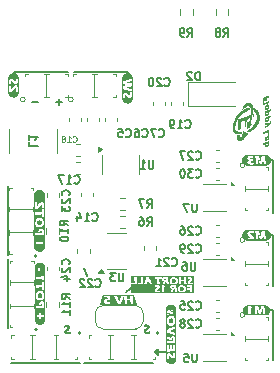
<source format=gbr>
%TF.GenerationSoftware,KiCad,Pcbnew,8.0.2*%
%TF.CreationDate,2024-07-01T07:37:42+02:00*%
%TF.ProjectId,ant control board v1.2,616e7420-636f-46e7-9472-6f6c20626f61,1.1*%
%TF.SameCoordinates,Original*%
%TF.FileFunction,Legend,Bot*%
%TF.FilePolarity,Positive*%
%FSLAX46Y46*%
G04 Gerber Fmt 4.6, Leading zero omitted, Abs format (unit mm)*
G04 Created by KiCad (PCBNEW 8.0.2) date 2024-07-01 07:37:42*
%MOMM*%
%LPD*%
G01*
G04 APERTURE LIST*
%ADD10C,0.150000*%
%ADD11C,0.125000*%
%ADD12C,0.120000*%
%ADD13C,0.000000*%
%ADD14C,0.171191*%
G04 APERTURE END LIST*
D10*
X159479185Y-90551000D02*
X159893000Y-90551000D01*
X159893000Y-90551000D02*
X159893000Y-90932000D01*
X146558000Y-76708000D02*
X147574000Y-76708000D01*
X143510000Y-101346000D02*
X137668000Y-101346000D01*
X150114000Y-100711000D02*
X149860000Y-100457000D01*
X144145000Y-93980000D02*
X143891000Y-93345000D01*
X141732000Y-79502000D02*
X141732000Y-78994000D01*
X141478000Y-79248000D02*
X141986000Y-79248000D01*
X159893000Y-97282000D02*
X159893000Y-101092000D01*
X143002000Y-76708000D02*
X146558000Y-76708000D01*
X147574000Y-76708000D02*
X147574000Y-76861595D01*
X149733000Y-101346000D02*
X143891000Y-101346000D01*
X150876000Y-100457000D02*
X149860000Y-100457000D01*
X137414000Y-92583000D02*
X137414000Y-98425000D01*
X159469573Y-96901000D02*
X159893000Y-96901000D01*
X159893000Y-90932000D02*
X159893000Y-94869000D01*
X149860000Y-100457000D02*
X150114000Y-100203000D01*
X138938000Y-76708000D02*
X137922000Y-76708000D01*
X139446000Y-79248000D02*
X139954000Y-79248000D01*
X148146164Y-94869000D02*
X147407960Y-95344031D01*
X150114000Y-100203000D02*
X150114000Y-100711000D01*
X137414000Y-86360000D02*
X137414000Y-92202000D01*
X159893000Y-84201000D02*
X159480316Y-84201000D01*
X138938000Y-76708000D02*
X142494000Y-76708000D01*
X159893000Y-84582000D02*
X159893000Y-84201000D01*
X159893000Y-96901000D02*
X159893000Y-97282000D01*
X159893000Y-84582000D02*
X159893000Y-88646000D01*
X137922000Y-76708000D02*
X137922000Y-76872904D01*
G36*
X149455746Y-98872613D02*
G01*
X149458148Y-98833025D01*
X149461244Y-98788365D01*
X149464573Y-98746810D01*
X149468752Y-98702254D01*
X149473250Y-98661924D01*
X149473918Y-98656507D01*
X149435781Y-98673131D01*
X149397794Y-98687541D01*
X149358304Y-98699192D01*
X149355314Y-98699885D01*
X149316049Y-98707231D01*
X149276763Y-98710589D01*
X149272271Y-98710631D01*
X149231189Y-98707407D01*
X149200171Y-98697735D01*
X149174818Y-98667854D01*
X149174183Y-98660611D01*
X149176723Y-98644784D01*
X149186298Y-98627393D01*
X149207205Y-98605119D01*
X149310373Y-98515433D01*
X149341245Y-98488957D01*
X149361175Y-98470883D01*
X149389037Y-98441828D01*
X149407484Y-98417931D01*
X149426165Y-98383348D01*
X149431908Y-98367324D01*
X149438926Y-98328633D01*
X149439529Y-98312613D01*
X149435258Y-98272164D01*
X149427414Y-98245202D01*
X149409732Y-98209413D01*
X149390680Y-98183458D01*
X149360373Y-98155048D01*
X149326395Y-98133828D01*
X149290374Y-98118114D01*
X149252408Y-98107562D01*
X149241203Y-98105495D01*
X149201052Y-98100286D01*
X149159929Y-98097994D01*
X149148000Y-98097875D01*
X149106177Y-98098501D01*
X149062259Y-98100381D01*
X149022948Y-98102989D01*
X148982098Y-98106517D01*
X148939710Y-98110966D01*
X148937976Y-98150296D01*
X148935802Y-98188538D01*
X148932442Y-98228705D01*
X148928438Y-98271410D01*
X148924274Y-98313981D01*
X148963075Y-98298906D01*
X149000454Y-98286990D01*
X149025097Y-98281155D01*
X149065496Y-98274751D01*
X149095830Y-98272948D01*
X149135236Y-98277250D01*
X149163046Y-98288189D01*
X149188627Y-98319006D01*
X149189033Y-98324142D01*
X149185125Y-98343095D01*
X149169494Y-98365956D01*
X149140814Y-98393788D01*
X149138426Y-98395851D01*
X149107164Y-98421128D01*
X149076486Y-98445091D01*
X149037016Y-98476354D01*
X149007564Y-98502576D01*
X148998719Y-98511329D01*
X148971873Y-98540620D01*
X148962962Y-98551971D01*
X148941115Y-98585688D01*
X148939515Y-98588901D01*
X148927205Y-98623290D01*
X148923102Y-98660611D01*
X148927132Y-98701081D01*
X148939225Y-98739940D01*
X148947526Y-98757331D01*
X148970692Y-98791930D01*
X149000501Y-98821112D01*
X149016500Y-98832753D01*
X149050975Y-98852381D01*
X149087868Y-98867008D01*
X149113806Y-98873981D01*
X149154171Y-98881125D01*
X149196128Y-98884972D01*
X149224986Y-98885705D01*
X149266549Y-98885078D01*
X149306148Y-98883544D01*
X149349416Y-98881089D01*
X149396352Y-98877714D01*
X149438267Y-98874199D01*
X149455746Y-98872613D01*
G37*
G36*
X142750146Y-98923413D02*
G01*
X142752548Y-98883825D01*
X142755644Y-98839165D01*
X142758973Y-98797610D01*
X142763152Y-98753054D01*
X142767650Y-98712724D01*
X142768318Y-98707307D01*
X142730181Y-98723931D01*
X142692194Y-98738341D01*
X142652704Y-98749992D01*
X142649714Y-98750685D01*
X142610449Y-98758031D01*
X142571163Y-98761389D01*
X142566671Y-98761431D01*
X142525589Y-98758207D01*
X142494571Y-98748535D01*
X142469218Y-98718654D01*
X142468583Y-98711411D01*
X142471123Y-98695584D01*
X142480698Y-98678193D01*
X142501605Y-98655919D01*
X142604773Y-98566233D01*
X142635645Y-98539757D01*
X142655575Y-98521683D01*
X142683437Y-98492628D01*
X142701884Y-98468731D01*
X142720565Y-98434148D01*
X142726308Y-98418124D01*
X142733326Y-98379433D01*
X142733929Y-98363413D01*
X142729658Y-98322964D01*
X142721814Y-98296002D01*
X142704132Y-98260213D01*
X142685080Y-98234258D01*
X142654773Y-98205848D01*
X142620795Y-98184628D01*
X142584774Y-98168914D01*
X142546808Y-98158362D01*
X142535603Y-98156295D01*
X142495452Y-98151086D01*
X142454329Y-98148794D01*
X142442400Y-98148675D01*
X142400577Y-98149301D01*
X142356659Y-98151181D01*
X142317348Y-98153789D01*
X142276498Y-98157317D01*
X142234110Y-98161766D01*
X142232376Y-98201096D01*
X142230202Y-98239338D01*
X142226842Y-98279505D01*
X142222838Y-98322210D01*
X142218674Y-98364781D01*
X142257475Y-98349706D01*
X142294854Y-98337790D01*
X142319497Y-98331955D01*
X142359896Y-98325551D01*
X142390230Y-98323748D01*
X142429636Y-98328050D01*
X142457446Y-98338989D01*
X142483027Y-98369806D01*
X142483433Y-98374942D01*
X142479525Y-98393895D01*
X142463894Y-98416756D01*
X142435214Y-98444588D01*
X142432826Y-98446651D01*
X142401564Y-98471928D01*
X142370886Y-98495891D01*
X142331416Y-98527154D01*
X142301964Y-98553376D01*
X142293119Y-98562129D01*
X142266273Y-98591420D01*
X142257362Y-98602771D01*
X142235515Y-98636488D01*
X142233915Y-98639701D01*
X142221605Y-98674090D01*
X142217502Y-98711411D01*
X142221532Y-98751881D01*
X142233625Y-98790740D01*
X142241926Y-98808131D01*
X142265092Y-98842730D01*
X142294901Y-98871912D01*
X142310900Y-98883553D01*
X142345375Y-98903181D01*
X142382268Y-98917808D01*
X142408206Y-98924781D01*
X142448571Y-98931925D01*
X142490528Y-98935772D01*
X142519386Y-98936505D01*
X142560949Y-98935878D01*
X142600548Y-98934344D01*
X142643816Y-98931889D01*
X142690752Y-98928514D01*
X142732667Y-98924999D01*
X142750146Y-98923413D01*
G37*
X139256966Y-82666667D02*
X139256966Y-83000000D01*
X139256966Y-83000000D02*
X139956966Y-83000000D01*
X139256966Y-82066666D02*
X139256966Y-82466666D01*
X139256966Y-82266666D02*
X139956966Y-82266666D01*
X139956966Y-82266666D02*
X139856966Y-82333333D01*
X139856966Y-82333333D02*
X139790300Y-82400000D01*
X139790300Y-82400000D02*
X139756966Y-82466666D01*
D11*
X142942428Y-82600190D02*
X142966237Y-82624000D01*
X142966237Y-82624000D02*
X143037666Y-82647809D01*
X143037666Y-82647809D02*
X143085285Y-82647809D01*
X143085285Y-82647809D02*
X143156713Y-82624000D01*
X143156713Y-82624000D02*
X143204332Y-82576380D01*
X143204332Y-82576380D02*
X143228142Y-82528761D01*
X143228142Y-82528761D02*
X143251951Y-82433523D01*
X143251951Y-82433523D02*
X143251951Y-82362095D01*
X143251951Y-82362095D02*
X143228142Y-82266857D01*
X143228142Y-82266857D02*
X143204332Y-82219238D01*
X143204332Y-82219238D02*
X143156713Y-82171619D01*
X143156713Y-82171619D02*
X143085285Y-82147809D01*
X143085285Y-82147809D02*
X143037666Y-82147809D01*
X143037666Y-82147809D02*
X142966237Y-82171619D01*
X142966237Y-82171619D02*
X142942428Y-82195428D01*
X142466237Y-82647809D02*
X142751951Y-82647809D01*
X142609094Y-82647809D02*
X142609094Y-82147809D01*
X142609094Y-82147809D02*
X142656713Y-82219238D01*
X142656713Y-82219238D02*
X142704332Y-82266857D01*
X142704332Y-82266857D02*
X142751951Y-82290666D01*
X142180523Y-82362095D02*
X142228142Y-82338285D01*
X142228142Y-82338285D02*
X142251952Y-82314476D01*
X142251952Y-82314476D02*
X142275761Y-82266857D01*
X142275761Y-82266857D02*
X142275761Y-82243047D01*
X142275761Y-82243047D02*
X142251952Y-82195428D01*
X142251952Y-82195428D02*
X142228142Y-82171619D01*
X142228142Y-82171619D02*
X142180523Y-82147809D01*
X142180523Y-82147809D02*
X142085285Y-82147809D01*
X142085285Y-82147809D02*
X142037666Y-82171619D01*
X142037666Y-82171619D02*
X142013857Y-82195428D01*
X142013857Y-82195428D02*
X141990047Y-82243047D01*
X141990047Y-82243047D02*
X141990047Y-82266857D01*
X141990047Y-82266857D02*
X142013857Y-82314476D01*
X142013857Y-82314476D02*
X142037666Y-82338285D01*
X142037666Y-82338285D02*
X142085285Y-82362095D01*
X142085285Y-82362095D02*
X142180523Y-82362095D01*
X142180523Y-82362095D02*
X142228142Y-82385904D01*
X142228142Y-82385904D02*
X142251952Y-82409714D01*
X142251952Y-82409714D02*
X142275761Y-82457333D01*
X142275761Y-82457333D02*
X142275761Y-82552571D01*
X142275761Y-82552571D02*
X142251952Y-82600190D01*
X142251952Y-82600190D02*
X142228142Y-82624000D01*
X142228142Y-82624000D02*
X142180523Y-82647809D01*
X142180523Y-82647809D02*
X142085285Y-82647809D01*
X142085285Y-82647809D02*
X142037666Y-82624000D01*
X142037666Y-82624000D02*
X142013857Y-82600190D01*
X142013857Y-82600190D02*
X141990047Y-82552571D01*
X141990047Y-82552571D02*
X141990047Y-82457333D01*
X141990047Y-82457333D02*
X142013857Y-82409714D01*
X142013857Y-82409714D02*
X142037666Y-82385904D01*
X142037666Y-82385904D02*
X142085285Y-82362095D01*
D10*
X151326000Y-93086366D02*
X151359333Y-93119700D01*
X151359333Y-93119700D02*
X151459333Y-93153033D01*
X151459333Y-93153033D02*
X151526000Y-93153033D01*
X151526000Y-93153033D02*
X151626000Y-93119700D01*
X151626000Y-93119700D02*
X151692667Y-93053033D01*
X151692667Y-93053033D02*
X151726000Y-92986366D01*
X151726000Y-92986366D02*
X151759333Y-92853033D01*
X151759333Y-92853033D02*
X151759333Y-92753033D01*
X151759333Y-92753033D02*
X151726000Y-92619700D01*
X151726000Y-92619700D02*
X151692667Y-92553033D01*
X151692667Y-92553033D02*
X151626000Y-92486366D01*
X151626000Y-92486366D02*
X151526000Y-92453033D01*
X151526000Y-92453033D02*
X151459333Y-92453033D01*
X151459333Y-92453033D02*
X151359333Y-92486366D01*
X151359333Y-92486366D02*
X151326000Y-92519700D01*
X151059333Y-92519700D02*
X151026000Y-92486366D01*
X151026000Y-92486366D02*
X150959333Y-92453033D01*
X150959333Y-92453033D02*
X150792667Y-92453033D01*
X150792667Y-92453033D02*
X150726000Y-92486366D01*
X150726000Y-92486366D02*
X150692667Y-92519700D01*
X150692667Y-92519700D02*
X150659333Y-92586366D01*
X150659333Y-92586366D02*
X150659333Y-92653033D01*
X150659333Y-92653033D02*
X150692667Y-92753033D01*
X150692667Y-92753033D02*
X151092667Y-93153033D01*
X151092667Y-93153033D02*
X150659333Y-93153033D01*
X149992666Y-93153033D02*
X150392666Y-93153033D01*
X150192666Y-93153033D02*
X150192666Y-92453033D01*
X150192666Y-92453033D02*
X150259333Y-92553033D01*
X150259333Y-92553033D02*
X150326000Y-92619700D01*
X150326000Y-92619700D02*
X150392666Y-92653033D01*
X144849000Y-94864366D02*
X144882333Y-94897700D01*
X144882333Y-94897700D02*
X144982333Y-94931033D01*
X144982333Y-94931033D02*
X145049000Y-94931033D01*
X145049000Y-94931033D02*
X145149000Y-94897700D01*
X145149000Y-94897700D02*
X145215667Y-94831033D01*
X145215667Y-94831033D02*
X145249000Y-94764366D01*
X145249000Y-94764366D02*
X145282333Y-94631033D01*
X145282333Y-94631033D02*
X145282333Y-94531033D01*
X145282333Y-94531033D02*
X145249000Y-94397700D01*
X145249000Y-94397700D02*
X145215667Y-94331033D01*
X145215667Y-94331033D02*
X145149000Y-94264366D01*
X145149000Y-94264366D02*
X145049000Y-94231033D01*
X145049000Y-94231033D02*
X144982333Y-94231033D01*
X144982333Y-94231033D02*
X144882333Y-94264366D01*
X144882333Y-94264366D02*
X144849000Y-94297700D01*
X144582333Y-94297700D02*
X144549000Y-94264366D01*
X144549000Y-94264366D02*
X144482333Y-94231033D01*
X144482333Y-94231033D02*
X144315667Y-94231033D01*
X144315667Y-94231033D02*
X144249000Y-94264366D01*
X144249000Y-94264366D02*
X144215667Y-94297700D01*
X144215667Y-94297700D02*
X144182333Y-94364366D01*
X144182333Y-94364366D02*
X144182333Y-94431033D01*
X144182333Y-94431033D02*
X144215667Y-94531033D01*
X144215667Y-94531033D02*
X144615667Y-94931033D01*
X144615667Y-94931033D02*
X144182333Y-94931033D01*
X143915666Y-94297700D02*
X143882333Y-94264366D01*
X143882333Y-94264366D02*
X143815666Y-94231033D01*
X143815666Y-94231033D02*
X143649000Y-94231033D01*
X143649000Y-94231033D02*
X143582333Y-94264366D01*
X143582333Y-94264366D02*
X143549000Y-94297700D01*
X143549000Y-94297700D02*
X143515666Y-94364366D01*
X143515666Y-94364366D02*
X143515666Y-94431033D01*
X143515666Y-94431033D02*
X143549000Y-94531033D01*
X143549000Y-94531033D02*
X143949000Y-94931033D01*
X143949000Y-94931033D02*
X143515666Y-94931033D01*
X155691666Y-73722033D02*
X155924999Y-73388700D01*
X156091666Y-73722033D02*
X156091666Y-73022033D01*
X156091666Y-73022033D02*
X155824999Y-73022033D01*
X155824999Y-73022033D02*
X155758333Y-73055366D01*
X155758333Y-73055366D02*
X155724999Y-73088700D01*
X155724999Y-73088700D02*
X155691666Y-73155366D01*
X155691666Y-73155366D02*
X155691666Y-73255366D01*
X155691666Y-73255366D02*
X155724999Y-73322033D01*
X155724999Y-73322033D02*
X155758333Y-73355366D01*
X155758333Y-73355366D02*
X155824999Y-73388700D01*
X155824999Y-73388700D02*
X156091666Y-73388700D01*
X155291666Y-73322033D02*
X155358333Y-73288700D01*
X155358333Y-73288700D02*
X155391666Y-73255366D01*
X155391666Y-73255366D02*
X155424999Y-73188700D01*
X155424999Y-73188700D02*
X155424999Y-73155366D01*
X155424999Y-73155366D02*
X155391666Y-73088700D01*
X155391666Y-73088700D02*
X155358333Y-73055366D01*
X155358333Y-73055366D02*
X155291666Y-73022033D01*
X155291666Y-73022033D02*
X155158333Y-73022033D01*
X155158333Y-73022033D02*
X155091666Y-73055366D01*
X155091666Y-73055366D02*
X155058333Y-73088700D01*
X155058333Y-73088700D02*
X155024999Y-73155366D01*
X155024999Y-73155366D02*
X155024999Y-73188700D01*
X155024999Y-73188700D02*
X155058333Y-73255366D01*
X155058333Y-73255366D02*
X155091666Y-73288700D01*
X155091666Y-73288700D02*
X155158333Y-73322033D01*
X155158333Y-73322033D02*
X155291666Y-73322033D01*
X155291666Y-73322033D02*
X155358333Y-73355366D01*
X155358333Y-73355366D02*
X155391666Y-73388700D01*
X155391666Y-73388700D02*
X155424999Y-73455366D01*
X155424999Y-73455366D02*
X155424999Y-73588700D01*
X155424999Y-73588700D02*
X155391666Y-73655366D01*
X155391666Y-73655366D02*
X155358333Y-73688700D01*
X155358333Y-73688700D02*
X155291666Y-73722033D01*
X155291666Y-73722033D02*
X155158333Y-73722033D01*
X155158333Y-73722033D02*
X155091666Y-73688700D01*
X155091666Y-73688700D02*
X155058333Y-73655366D01*
X155058333Y-73655366D02*
X155024999Y-73588700D01*
X155024999Y-73588700D02*
X155024999Y-73455366D01*
X155024999Y-73455366D02*
X155058333Y-73388700D01*
X155058333Y-73388700D02*
X155091666Y-73355366D01*
X155091666Y-73355366D02*
X155158333Y-73322033D01*
X147218333Y-93723033D02*
X147218333Y-94289700D01*
X147218333Y-94289700D02*
X147185000Y-94356366D01*
X147185000Y-94356366D02*
X147151666Y-94389700D01*
X147151666Y-94389700D02*
X147085000Y-94423033D01*
X147085000Y-94423033D02*
X146951666Y-94423033D01*
X146951666Y-94423033D02*
X146885000Y-94389700D01*
X146885000Y-94389700D02*
X146851666Y-94356366D01*
X146851666Y-94356366D02*
X146818333Y-94289700D01*
X146818333Y-94289700D02*
X146818333Y-93723033D01*
X146551667Y-93723033D02*
X146118333Y-93723033D01*
X146118333Y-93723033D02*
X146351667Y-93989700D01*
X146351667Y-93989700D02*
X146251667Y-93989700D01*
X146251667Y-93989700D02*
X146185000Y-94023033D01*
X146185000Y-94023033D02*
X146151667Y-94056366D01*
X146151667Y-94056366D02*
X146118333Y-94123033D01*
X146118333Y-94123033D02*
X146118333Y-94289700D01*
X146118333Y-94289700D02*
X146151667Y-94356366D01*
X146151667Y-94356366D02*
X146185000Y-94389700D01*
X146185000Y-94389700D02*
X146251667Y-94423033D01*
X146251667Y-94423033D02*
X146451667Y-94423033D01*
X146451667Y-94423033D02*
X146518333Y-94389700D01*
X146518333Y-94389700D02*
X146551667Y-94356366D01*
X150691000Y-77846366D02*
X150724333Y-77879700D01*
X150724333Y-77879700D02*
X150824333Y-77913033D01*
X150824333Y-77913033D02*
X150891000Y-77913033D01*
X150891000Y-77913033D02*
X150991000Y-77879700D01*
X150991000Y-77879700D02*
X151057667Y-77813033D01*
X151057667Y-77813033D02*
X151091000Y-77746366D01*
X151091000Y-77746366D02*
X151124333Y-77613033D01*
X151124333Y-77613033D02*
X151124333Y-77513033D01*
X151124333Y-77513033D02*
X151091000Y-77379700D01*
X151091000Y-77379700D02*
X151057667Y-77313033D01*
X151057667Y-77313033D02*
X150991000Y-77246366D01*
X150991000Y-77246366D02*
X150891000Y-77213033D01*
X150891000Y-77213033D02*
X150824333Y-77213033D01*
X150824333Y-77213033D02*
X150724333Y-77246366D01*
X150724333Y-77246366D02*
X150691000Y-77279700D01*
X150424333Y-77279700D02*
X150391000Y-77246366D01*
X150391000Y-77246366D02*
X150324333Y-77213033D01*
X150324333Y-77213033D02*
X150157667Y-77213033D01*
X150157667Y-77213033D02*
X150091000Y-77246366D01*
X150091000Y-77246366D02*
X150057667Y-77279700D01*
X150057667Y-77279700D02*
X150024333Y-77346366D01*
X150024333Y-77346366D02*
X150024333Y-77413033D01*
X150024333Y-77413033D02*
X150057667Y-77513033D01*
X150057667Y-77513033D02*
X150457667Y-77913033D01*
X150457667Y-77913033D02*
X150024333Y-77913033D01*
X149591000Y-77213033D02*
X149524333Y-77213033D01*
X149524333Y-77213033D02*
X149457666Y-77246366D01*
X149457666Y-77246366D02*
X149424333Y-77279700D01*
X149424333Y-77279700D02*
X149391000Y-77346366D01*
X149391000Y-77346366D02*
X149357666Y-77479700D01*
X149357666Y-77479700D02*
X149357666Y-77646366D01*
X149357666Y-77646366D02*
X149391000Y-77779700D01*
X149391000Y-77779700D02*
X149424333Y-77846366D01*
X149424333Y-77846366D02*
X149457666Y-77879700D01*
X149457666Y-77879700D02*
X149524333Y-77913033D01*
X149524333Y-77913033D02*
X149591000Y-77913033D01*
X149591000Y-77913033D02*
X149657666Y-77879700D01*
X149657666Y-77879700D02*
X149691000Y-77846366D01*
X149691000Y-77846366D02*
X149724333Y-77779700D01*
X149724333Y-77779700D02*
X149757666Y-77646366D01*
X149757666Y-77646366D02*
X149757666Y-77479700D01*
X149757666Y-77479700D02*
X149724333Y-77346366D01*
X149724333Y-77346366D02*
X149691000Y-77279700D01*
X149691000Y-77279700D02*
X149657666Y-77246366D01*
X149657666Y-77246366D02*
X149591000Y-77213033D01*
X153441333Y-87881033D02*
X153441333Y-88447700D01*
X153441333Y-88447700D02*
X153408000Y-88514366D01*
X153408000Y-88514366D02*
X153374666Y-88547700D01*
X153374666Y-88547700D02*
X153308000Y-88581033D01*
X153308000Y-88581033D02*
X153174666Y-88581033D01*
X153174666Y-88581033D02*
X153108000Y-88547700D01*
X153108000Y-88547700D02*
X153074666Y-88514366D01*
X153074666Y-88514366D02*
X153041333Y-88447700D01*
X153041333Y-88447700D02*
X153041333Y-87881033D01*
X152774667Y-87881033D02*
X152308000Y-87881033D01*
X152308000Y-87881033D02*
X152608000Y-88581033D01*
X150230666Y-82164366D02*
X150263999Y-82197700D01*
X150263999Y-82197700D02*
X150363999Y-82231033D01*
X150363999Y-82231033D02*
X150430666Y-82231033D01*
X150430666Y-82231033D02*
X150530666Y-82197700D01*
X150530666Y-82197700D02*
X150597333Y-82131033D01*
X150597333Y-82131033D02*
X150630666Y-82064366D01*
X150630666Y-82064366D02*
X150663999Y-81931033D01*
X150663999Y-81931033D02*
X150663999Y-81831033D01*
X150663999Y-81831033D02*
X150630666Y-81697700D01*
X150630666Y-81697700D02*
X150597333Y-81631033D01*
X150597333Y-81631033D02*
X150530666Y-81564366D01*
X150530666Y-81564366D02*
X150430666Y-81531033D01*
X150430666Y-81531033D02*
X150363999Y-81531033D01*
X150363999Y-81531033D02*
X150263999Y-81564366D01*
X150263999Y-81564366D02*
X150230666Y-81597700D01*
X149997333Y-81531033D02*
X149530666Y-81531033D01*
X149530666Y-81531033D02*
X149830666Y-82231033D01*
X149214666Y-88200033D02*
X149447999Y-87866700D01*
X149614666Y-88200033D02*
X149614666Y-87500033D01*
X149614666Y-87500033D02*
X149347999Y-87500033D01*
X149347999Y-87500033D02*
X149281333Y-87533366D01*
X149281333Y-87533366D02*
X149247999Y-87566700D01*
X149247999Y-87566700D02*
X149214666Y-87633366D01*
X149214666Y-87633366D02*
X149214666Y-87733366D01*
X149214666Y-87733366D02*
X149247999Y-87800033D01*
X149247999Y-87800033D02*
X149281333Y-87833366D01*
X149281333Y-87833366D02*
X149347999Y-87866700D01*
X149347999Y-87866700D02*
X149614666Y-87866700D01*
X148981333Y-87500033D02*
X148514666Y-87500033D01*
X148514666Y-87500033D02*
X148814666Y-88200033D01*
X142683033Y-95942999D02*
X142349700Y-95709666D01*
X142683033Y-95542999D02*
X141983033Y-95542999D01*
X141983033Y-95542999D02*
X141983033Y-95809666D01*
X141983033Y-95809666D02*
X142016366Y-95876333D01*
X142016366Y-95876333D02*
X142049700Y-95909666D01*
X142049700Y-95909666D02*
X142116366Y-95942999D01*
X142116366Y-95942999D02*
X142216366Y-95942999D01*
X142216366Y-95942999D02*
X142283033Y-95909666D01*
X142283033Y-95909666D02*
X142316366Y-95876333D01*
X142316366Y-95876333D02*
X142349700Y-95809666D01*
X142349700Y-95809666D02*
X142349700Y-95542999D01*
X142683033Y-96609666D02*
X142683033Y-96209666D01*
X142683033Y-96409666D02*
X141983033Y-96409666D01*
X141983033Y-96409666D02*
X142083033Y-96342999D01*
X142083033Y-96342999D02*
X142149700Y-96276333D01*
X142149700Y-96276333D02*
X142183033Y-96209666D01*
X142683033Y-97276333D02*
X142683033Y-96876333D01*
X142683033Y-97076333D02*
X141983033Y-97076333D01*
X141983033Y-97076333D02*
X142083033Y-97009666D01*
X142083033Y-97009666D02*
X142149700Y-96943000D01*
X142149700Y-96943000D02*
X142183033Y-96876333D01*
X152469000Y-81402366D02*
X152502333Y-81435700D01*
X152502333Y-81435700D02*
X152602333Y-81469033D01*
X152602333Y-81469033D02*
X152669000Y-81469033D01*
X152669000Y-81469033D02*
X152769000Y-81435700D01*
X152769000Y-81435700D02*
X152835667Y-81369033D01*
X152835667Y-81369033D02*
X152869000Y-81302366D01*
X152869000Y-81302366D02*
X152902333Y-81169033D01*
X152902333Y-81169033D02*
X152902333Y-81069033D01*
X152902333Y-81069033D02*
X152869000Y-80935700D01*
X152869000Y-80935700D02*
X152835667Y-80869033D01*
X152835667Y-80869033D02*
X152769000Y-80802366D01*
X152769000Y-80802366D02*
X152669000Y-80769033D01*
X152669000Y-80769033D02*
X152602333Y-80769033D01*
X152602333Y-80769033D02*
X152502333Y-80802366D01*
X152502333Y-80802366D02*
X152469000Y-80835700D01*
X151802333Y-81469033D02*
X152202333Y-81469033D01*
X152002333Y-81469033D02*
X152002333Y-80769033D01*
X152002333Y-80769033D02*
X152069000Y-80869033D01*
X152069000Y-80869033D02*
X152135667Y-80935700D01*
X152135667Y-80935700D02*
X152202333Y-80969033D01*
X151469000Y-81469033D02*
X151335666Y-81469033D01*
X151335666Y-81469033D02*
X151269000Y-81435700D01*
X151269000Y-81435700D02*
X151235666Y-81402366D01*
X151235666Y-81402366D02*
X151169000Y-81302366D01*
X151169000Y-81302366D02*
X151135666Y-81169033D01*
X151135666Y-81169033D02*
X151135666Y-80902366D01*
X151135666Y-80902366D02*
X151169000Y-80835700D01*
X151169000Y-80835700D02*
X151202333Y-80802366D01*
X151202333Y-80802366D02*
X151269000Y-80769033D01*
X151269000Y-80769033D02*
X151402333Y-80769033D01*
X151402333Y-80769033D02*
X151469000Y-80802366D01*
X151469000Y-80802366D02*
X151502333Y-80835700D01*
X151502333Y-80835700D02*
X151535666Y-80902366D01*
X151535666Y-80902366D02*
X151535666Y-81069033D01*
X151535666Y-81069033D02*
X151502333Y-81135700D01*
X151502333Y-81135700D02*
X151469000Y-81169033D01*
X151469000Y-81169033D02*
X151402333Y-81202366D01*
X151402333Y-81202366D02*
X151269000Y-81202366D01*
X151269000Y-81202366D02*
X151202333Y-81169033D01*
X151202333Y-81169033D02*
X151169000Y-81135700D01*
X151169000Y-81135700D02*
X151135666Y-81069033D01*
X142616366Y-87179999D02*
X142649700Y-87146666D01*
X142649700Y-87146666D02*
X142683033Y-87046666D01*
X142683033Y-87046666D02*
X142683033Y-86979999D01*
X142683033Y-86979999D02*
X142649700Y-86879999D01*
X142649700Y-86879999D02*
X142583033Y-86813333D01*
X142583033Y-86813333D02*
X142516366Y-86779999D01*
X142516366Y-86779999D02*
X142383033Y-86746666D01*
X142383033Y-86746666D02*
X142283033Y-86746666D01*
X142283033Y-86746666D02*
X142149700Y-86779999D01*
X142149700Y-86779999D02*
X142083033Y-86813333D01*
X142083033Y-86813333D02*
X142016366Y-86879999D01*
X142016366Y-86879999D02*
X141983033Y-86979999D01*
X141983033Y-86979999D02*
X141983033Y-87046666D01*
X141983033Y-87046666D02*
X142016366Y-87146666D01*
X142016366Y-87146666D02*
X142049700Y-87179999D01*
X142049700Y-87446666D02*
X142016366Y-87479999D01*
X142016366Y-87479999D02*
X141983033Y-87546666D01*
X141983033Y-87546666D02*
X141983033Y-87713333D01*
X141983033Y-87713333D02*
X142016366Y-87779999D01*
X142016366Y-87779999D02*
X142049700Y-87813333D01*
X142049700Y-87813333D02*
X142116366Y-87846666D01*
X142116366Y-87846666D02*
X142183033Y-87846666D01*
X142183033Y-87846666D02*
X142283033Y-87813333D01*
X142283033Y-87813333D02*
X142683033Y-87413333D01*
X142683033Y-87413333D02*
X142683033Y-87846666D01*
X141983033Y-88080000D02*
X141983033Y-88513333D01*
X141983033Y-88513333D02*
X142249700Y-88280000D01*
X142249700Y-88280000D02*
X142249700Y-88380000D01*
X142249700Y-88380000D02*
X142283033Y-88446666D01*
X142283033Y-88446666D02*
X142316366Y-88480000D01*
X142316366Y-88480000D02*
X142383033Y-88513333D01*
X142383033Y-88513333D02*
X142549700Y-88513333D01*
X142549700Y-88513333D02*
X142616366Y-88480000D01*
X142616366Y-88480000D02*
X142649700Y-88446666D01*
X142649700Y-88446666D02*
X142683033Y-88380000D01*
X142683033Y-88380000D02*
X142683033Y-88180000D01*
X142683033Y-88180000D02*
X142649700Y-88113333D01*
X142649700Y-88113333D02*
X142616366Y-88080000D01*
X143071000Y-86101366D02*
X143104333Y-86134700D01*
X143104333Y-86134700D02*
X143204333Y-86168033D01*
X143204333Y-86168033D02*
X143271000Y-86168033D01*
X143271000Y-86168033D02*
X143371000Y-86134700D01*
X143371000Y-86134700D02*
X143437667Y-86068033D01*
X143437667Y-86068033D02*
X143471000Y-86001366D01*
X143471000Y-86001366D02*
X143504333Y-85868033D01*
X143504333Y-85868033D02*
X143504333Y-85768033D01*
X143504333Y-85768033D02*
X143471000Y-85634700D01*
X143471000Y-85634700D02*
X143437667Y-85568033D01*
X143437667Y-85568033D02*
X143371000Y-85501366D01*
X143371000Y-85501366D02*
X143271000Y-85468033D01*
X143271000Y-85468033D02*
X143204333Y-85468033D01*
X143204333Y-85468033D02*
X143104333Y-85501366D01*
X143104333Y-85501366D02*
X143071000Y-85534700D01*
X142404333Y-86168033D02*
X142804333Y-86168033D01*
X142604333Y-86168033D02*
X142604333Y-85468033D01*
X142604333Y-85468033D02*
X142671000Y-85568033D01*
X142671000Y-85568033D02*
X142737667Y-85634700D01*
X142737667Y-85634700D02*
X142804333Y-85668033D01*
X142171000Y-85468033D02*
X141704333Y-85468033D01*
X141704333Y-85468033D02*
X142004333Y-86168033D01*
X153358000Y-98293366D02*
X153391333Y-98326700D01*
X153391333Y-98326700D02*
X153491333Y-98360033D01*
X153491333Y-98360033D02*
X153558000Y-98360033D01*
X153558000Y-98360033D02*
X153658000Y-98326700D01*
X153658000Y-98326700D02*
X153724667Y-98260033D01*
X153724667Y-98260033D02*
X153758000Y-98193366D01*
X153758000Y-98193366D02*
X153791333Y-98060033D01*
X153791333Y-98060033D02*
X153791333Y-97960033D01*
X153791333Y-97960033D02*
X153758000Y-97826700D01*
X153758000Y-97826700D02*
X153724667Y-97760033D01*
X153724667Y-97760033D02*
X153658000Y-97693366D01*
X153658000Y-97693366D02*
X153558000Y-97660033D01*
X153558000Y-97660033D02*
X153491333Y-97660033D01*
X153491333Y-97660033D02*
X153391333Y-97693366D01*
X153391333Y-97693366D02*
X153358000Y-97726700D01*
X153091333Y-97726700D02*
X153058000Y-97693366D01*
X153058000Y-97693366D02*
X152991333Y-97660033D01*
X152991333Y-97660033D02*
X152824667Y-97660033D01*
X152824667Y-97660033D02*
X152758000Y-97693366D01*
X152758000Y-97693366D02*
X152724667Y-97726700D01*
X152724667Y-97726700D02*
X152691333Y-97793366D01*
X152691333Y-97793366D02*
X152691333Y-97860033D01*
X152691333Y-97860033D02*
X152724667Y-97960033D01*
X152724667Y-97960033D02*
X153124667Y-98360033D01*
X153124667Y-98360033D02*
X152691333Y-98360033D01*
X152291333Y-97960033D02*
X152358000Y-97926700D01*
X152358000Y-97926700D02*
X152391333Y-97893366D01*
X152391333Y-97893366D02*
X152424666Y-97826700D01*
X152424666Y-97826700D02*
X152424666Y-97793366D01*
X152424666Y-97793366D02*
X152391333Y-97726700D01*
X152391333Y-97726700D02*
X152358000Y-97693366D01*
X152358000Y-97693366D02*
X152291333Y-97660033D01*
X152291333Y-97660033D02*
X152158000Y-97660033D01*
X152158000Y-97660033D02*
X152091333Y-97693366D01*
X152091333Y-97693366D02*
X152058000Y-97726700D01*
X152058000Y-97726700D02*
X152024666Y-97793366D01*
X152024666Y-97793366D02*
X152024666Y-97826700D01*
X152024666Y-97826700D02*
X152058000Y-97893366D01*
X152058000Y-97893366D02*
X152091333Y-97926700D01*
X152091333Y-97926700D02*
X152158000Y-97960033D01*
X152158000Y-97960033D02*
X152291333Y-97960033D01*
X152291333Y-97960033D02*
X152358000Y-97993366D01*
X152358000Y-97993366D02*
X152391333Y-98026700D01*
X152391333Y-98026700D02*
X152424666Y-98093366D01*
X152424666Y-98093366D02*
X152424666Y-98226700D01*
X152424666Y-98226700D02*
X152391333Y-98293366D01*
X152391333Y-98293366D02*
X152358000Y-98326700D01*
X152358000Y-98326700D02*
X152291333Y-98360033D01*
X152291333Y-98360033D02*
X152158000Y-98360033D01*
X152158000Y-98360033D02*
X152091333Y-98326700D01*
X152091333Y-98326700D02*
X152058000Y-98293366D01*
X152058000Y-98293366D02*
X152024666Y-98226700D01*
X152024666Y-98226700D02*
X152024666Y-98093366D01*
X152024666Y-98093366D02*
X152058000Y-98026700D01*
X152058000Y-98026700D02*
X152091333Y-97993366D01*
X152091333Y-97993366D02*
X152158000Y-97960033D01*
X153358000Y-90419366D02*
X153391333Y-90452700D01*
X153391333Y-90452700D02*
X153491333Y-90486033D01*
X153491333Y-90486033D02*
X153558000Y-90486033D01*
X153558000Y-90486033D02*
X153658000Y-90452700D01*
X153658000Y-90452700D02*
X153724667Y-90386033D01*
X153724667Y-90386033D02*
X153758000Y-90319366D01*
X153758000Y-90319366D02*
X153791333Y-90186033D01*
X153791333Y-90186033D02*
X153791333Y-90086033D01*
X153791333Y-90086033D02*
X153758000Y-89952700D01*
X153758000Y-89952700D02*
X153724667Y-89886033D01*
X153724667Y-89886033D02*
X153658000Y-89819366D01*
X153658000Y-89819366D02*
X153558000Y-89786033D01*
X153558000Y-89786033D02*
X153491333Y-89786033D01*
X153491333Y-89786033D02*
X153391333Y-89819366D01*
X153391333Y-89819366D02*
X153358000Y-89852700D01*
X153091333Y-89852700D02*
X153058000Y-89819366D01*
X153058000Y-89819366D02*
X152991333Y-89786033D01*
X152991333Y-89786033D02*
X152824667Y-89786033D01*
X152824667Y-89786033D02*
X152758000Y-89819366D01*
X152758000Y-89819366D02*
X152724667Y-89852700D01*
X152724667Y-89852700D02*
X152691333Y-89919366D01*
X152691333Y-89919366D02*
X152691333Y-89986033D01*
X152691333Y-89986033D02*
X152724667Y-90086033D01*
X152724667Y-90086033D02*
X153124667Y-90486033D01*
X153124667Y-90486033D02*
X152691333Y-90486033D01*
X152091333Y-89786033D02*
X152224666Y-89786033D01*
X152224666Y-89786033D02*
X152291333Y-89819366D01*
X152291333Y-89819366D02*
X152324666Y-89852700D01*
X152324666Y-89852700D02*
X152391333Y-89952700D01*
X152391333Y-89952700D02*
X152424666Y-90086033D01*
X152424666Y-90086033D02*
X152424666Y-90352700D01*
X152424666Y-90352700D02*
X152391333Y-90419366D01*
X152391333Y-90419366D02*
X152358000Y-90452700D01*
X152358000Y-90452700D02*
X152291333Y-90486033D01*
X152291333Y-90486033D02*
X152158000Y-90486033D01*
X152158000Y-90486033D02*
X152091333Y-90452700D01*
X152091333Y-90452700D02*
X152058000Y-90419366D01*
X152058000Y-90419366D02*
X152024666Y-90352700D01*
X152024666Y-90352700D02*
X152024666Y-90186033D01*
X152024666Y-90186033D02*
X152058000Y-90119366D01*
X152058000Y-90119366D02*
X152091333Y-90086033D01*
X152091333Y-90086033D02*
X152158000Y-90052700D01*
X152158000Y-90052700D02*
X152291333Y-90052700D01*
X152291333Y-90052700D02*
X152358000Y-90086033D01*
X152358000Y-90086033D02*
X152391333Y-90119366D01*
X152391333Y-90119366D02*
X152424666Y-90186033D01*
X142616366Y-93021999D02*
X142649700Y-92988666D01*
X142649700Y-92988666D02*
X142683033Y-92888666D01*
X142683033Y-92888666D02*
X142683033Y-92821999D01*
X142683033Y-92821999D02*
X142649700Y-92721999D01*
X142649700Y-92721999D02*
X142583033Y-92655333D01*
X142583033Y-92655333D02*
X142516366Y-92621999D01*
X142516366Y-92621999D02*
X142383033Y-92588666D01*
X142383033Y-92588666D02*
X142283033Y-92588666D01*
X142283033Y-92588666D02*
X142149700Y-92621999D01*
X142149700Y-92621999D02*
X142083033Y-92655333D01*
X142083033Y-92655333D02*
X142016366Y-92721999D01*
X142016366Y-92721999D02*
X141983033Y-92821999D01*
X141983033Y-92821999D02*
X141983033Y-92888666D01*
X141983033Y-92888666D02*
X142016366Y-92988666D01*
X142016366Y-92988666D02*
X142049700Y-93021999D01*
X142049700Y-93288666D02*
X142016366Y-93321999D01*
X142016366Y-93321999D02*
X141983033Y-93388666D01*
X141983033Y-93388666D02*
X141983033Y-93555333D01*
X141983033Y-93555333D02*
X142016366Y-93621999D01*
X142016366Y-93621999D02*
X142049700Y-93655333D01*
X142049700Y-93655333D02*
X142116366Y-93688666D01*
X142116366Y-93688666D02*
X142183033Y-93688666D01*
X142183033Y-93688666D02*
X142283033Y-93655333D01*
X142283033Y-93655333D02*
X142683033Y-93255333D01*
X142683033Y-93255333D02*
X142683033Y-93688666D01*
X142216366Y-94288666D02*
X142683033Y-94288666D01*
X141949700Y-94122000D02*
X142449700Y-93955333D01*
X142449700Y-93955333D02*
X142449700Y-94388666D01*
X153358000Y-84069366D02*
X153391333Y-84102700D01*
X153391333Y-84102700D02*
X153491333Y-84136033D01*
X153491333Y-84136033D02*
X153558000Y-84136033D01*
X153558000Y-84136033D02*
X153658000Y-84102700D01*
X153658000Y-84102700D02*
X153724667Y-84036033D01*
X153724667Y-84036033D02*
X153758000Y-83969366D01*
X153758000Y-83969366D02*
X153791333Y-83836033D01*
X153791333Y-83836033D02*
X153791333Y-83736033D01*
X153791333Y-83736033D02*
X153758000Y-83602700D01*
X153758000Y-83602700D02*
X153724667Y-83536033D01*
X153724667Y-83536033D02*
X153658000Y-83469366D01*
X153658000Y-83469366D02*
X153558000Y-83436033D01*
X153558000Y-83436033D02*
X153491333Y-83436033D01*
X153491333Y-83436033D02*
X153391333Y-83469366D01*
X153391333Y-83469366D02*
X153358000Y-83502700D01*
X153091333Y-83502700D02*
X153058000Y-83469366D01*
X153058000Y-83469366D02*
X152991333Y-83436033D01*
X152991333Y-83436033D02*
X152824667Y-83436033D01*
X152824667Y-83436033D02*
X152758000Y-83469366D01*
X152758000Y-83469366D02*
X152724667Y-83502700D01*
X152724667Y-83502700D02*
X152691333Y-83569366D01*
X152691333Y-83569366D02*
X152691333Y-83636033D01*
X152691333Y-83636033D02*
X152724667Y-83736033D01*
X152724667Y-83736033D02*
X153124667Y-84136033D01*
X153124667Y-84136033D02*
X152691333Y-84136033D01*
X152458000Y-83436033D02*
X151991333Y-83436033D01*
X151991333Y-83436033D02*
X152291333Y-84136033D01*
X149758333Y-84198033D02*
X149758333Y-84764700D01*
X149758333Y-84764700D02*
X149725000Y-84831366D01*
X149725000Y-84831366D02*
X149691666Y-84864700D01*
X149691666Y-84864700D02*
X149625000Y-84898033D01*
X149625000Y-84898033D02*
X149491666Y-84898033D01*
X149491666Y-84898033D02*
X149425000Y-84864700D01*
X149425000Y-84864700D02*
X149391666Y-84831366D01*
X149391666Y-84831366D02*
X149358333Y-84764700D01*
X149358333Y-84764700D02*
X149358333Y-84198033D01*
X148658333Y-84898033D02*
X149058333Y-84898033D01*
X148858333Y-84898033D02*
X148858333Y-84198033D01*
X148858333Y-84198033D02*
X148925000Y-84298033D01*
X148925000Y-84298033D02*
X148991667Y-84364700D01*
X148991667Y-84364700D02*
X149058333Y-84398033D01*
X144595000Y-89276366D02*
X144628333Y-89309700D01*
X144628333Y-89309700D02*
X144728333Y-89343033D01*
X144728333Y-89343033D02*
X144795000Y-89343033D01*
X144795000Y-89343033D02*
X144895000Y-89309700D01*
X144895000Y-89309700D02*
X144961667Y-89243033D01*
X144961667Y-89243033D02*
X144995000Y-89176366D01*
X144995000Y-89176366D02*
X145028333Y-89043033D01*
X145028333Y-89043033D02*
X145028333Y-88943033D01*
X145028333Y-88943033D02*
X144995000Y-88809700D01*
X144995000Y-88809700D02*
X144961667Y-88743033D01*
X144961667Y-88743033D02*
X144895000Y-88676366D01*
X144895000Y-88676366D02*
X144795000Y-88643033D01*
X144795000Y-88643033D02*
X144728333Y-88643033D01*
X144728333Y-88643033D02*
X144628333Y-88676366D01*
X144628333Y-88676366D02*
X144595000Y-88709700D01*
X143928333Y-89343033D02*
X144328333Y-89343033D01*
X144128333Y-89343033D02*
X144128333Y-88643033D01*
X144128333Y-88643033D02*
X144195000Y-88743033D01*
X144195000Y-88743033D02*
X144261667Y-88809700D01*
X144261667Y-88809700D02*
X144328333Y-88843033D01*
X143328333Y-88876366D02*
X143328333Y-89343033D01*
X143495000Y-88609700D02*
X143661666Y-89109700D01*
X143661666Y-89109700D02*
X143228333Y-89109700D01*
X149214666Y-89724033D02*
X149447999Y-89390700D01*
X149614666Y-89724033D02*
X149614666Y-89024033D01*
X149614666Y-89024033D02*
X149347999Y-89024033D01*
X149347999Y-89024033D02*
X149281333Y-89057366D01*
X149281333Y-89057366D02*
X149247999Y-89090700D01*
X149247999Y-89090700D02*
X149214666Y-89157366D01*
X149214666Y-89157366D02*
X149214666Y-89257366D01*
X149214666Y-89257366D02*
X149247999Y-89324033D01*
X149247999Y-89324033D02*
X149281333Y-89357366D01*
X149281333Y-89357366D02*
X149347999Y-89390700D01*
X149347999Y-89390700D02*
X149614666Y-89390700D01*
X148614666Y-89024033D02*
X148747999Y-89024033D01*
X148747999Y-89024033D02*
X148814666Y-89057366D01*
X148814666Y-89057366D02*
X148847999Y-89090700D01*
X148847999Y-89090700D02*
X148914666Y-89190700D01*
X148914666Y-89190700D02*
X148947999Y-89324033D01*
X148947999Y-89324033D02*
X148947999Y-89590700D01*
X148947999Y-89590700D02*
X148914666Y-89657366D01*
X148914666Y-89657366D02*
X148881333Y-89690700D01*
X148881333Y-89690700D02*
X148814666Y-89724033D01*
X148814666Y-89724033D02*
X148681333Y-89724033D01*
X148681333Y-89724033D02*
X148614666Y-89690700D01*
X148614666Y-89690700D02*
X148581333Y-89657366D01*
X148581333Y-89657366D02*
X148547999Y-89590700D01*
X148547999Y-89590700D02*
X148547999Y-89424033D01*
X148547999Y-89424033D02*
X148581333Y-89357366D01*
X148581333Y-89357366D02*
X148614666Y-89324033D01*
X148614666Y-89324033D02*
X148681333Y-89290700D01*
X148681333Y-89290700D02*
X148814666Y-89290700D01*
X148814666Y-89290700D02*
X148881333Y-89324033D01*
X148881333Y-89324033D02*
X148914666Y-89357366D01*
X148914666Y-89357366D02*
X148947999Y-89424033D01*
X153358000Y-96769366D02*
X153391333Y-96802700D01*
X153391333Y-96802700D02*
X153491333Y-96836033D01*
X153491333Y-96836033D02*
X153558000Y-96836033D01*
X153558000Y-96836033D02*
X153658000Y-96802700D01*
X153658000Y-96802700D02*
X153724667Y-96736033D01*
X153724667Y-96736033D02*
X153758000Y-96669366D01*
X153758000Y-96669366D02*
X153791333Y-96536033D01*
X153791333Y-96536033D02*
X153791333Y-96436033D01*
X153791333Y-96436033D02*
X153758000Y-96302700D01*
X153758000Y-96302700D02*
X153724667Y-96236033D01*
X153724667Y-96236033D02*
X153658000Y-96169366D01*
X153658000Y-96169366D02*
X153558000Y-96136033D01*
X153558000Y-96136033D02*
X153491333Y-96136033D01*
X153491333Y-96136033D02*
X153391333Y-96169366D01*
X153391333Y-96169366D02*
X153358000Y-96202700D01*
X153091333Y-96202700D02*
X153058000Y-96169366D01*
X153058000Y-96169366D02*
X152991333Y-96136033D01*
X152991333Y-96136033D02*
X152824667Y-96136033D01*
X152824667Y-96136033D02*
X152758000Y-96169366D01*
X152758000Y-96169366D02*
X152724667Y-96202700D01*
X152724667Y-96202700D02*
X152691333Y-96269366D01*
X152691333Y-96269366D02*
X152691333Y-96336033D01*
X152691333Y-96336033D02*
X152724667Y-96436033D01*
X152724667Y-96436033D02*
X153124667Y-96836033D01*
X153124667Y-96836033D02*
X152691333Y-96836033D01*
X152058000Y-96136033D02*
X152391333Y-96136033D01*
X152391333Y-96136033D02*
X152424666Y-96469366D01*
X152424666Y-96469366D02*
X152391333Y-96436033D01*
X152391333Y-96436033D02*
X152324666Y-96402700D01*
X152324666Y-96402700D02*
X152158000Y-96402700D01*
X152158000Y-96402700D02*
X152091333Y-96436033D01*
X152091333Y-96436033D02*
X152058000Y-96469366D01*
X152058000Y-96469366D02*
X152024666Y-96536033D01*
X152024666Y-96536033D02*
X152024666Y-96702700D01*
X152024666Y-96702700D02*
X152058000Y-96769366D01*
X152058000Y-96769366D02*
X152091333Y-96802700D01*
X152091333Y-96802700D02*
X152158000Y-96836033D01*
X152158000Y-96836033D02*
X152324666Y-96836033D01*
X152324666Y-96836033D02*
X152391333Y-96802700D01*
X152391333Y-96802700D02*
X152424666Y-96769366D01*
X153441333Y-100581033D02*
X153441333Y-101147700D01*
X153441333Y-101147700D02*
X153408000Y-101214366D01*
X153408000Y-101214366D02*
X153374666Y-101247700D01*
X153374666Y-101247700D02*
X153308000Y-101281033D01*
X153308000Y-101281033D02*
X153174666Y-101281033D01*
X153174666Y-101281033D02*
X153108000Y-101247700D01*
X153108000Y-101247700D02*
X153074666Y-101214366D01*
X153074666Y-101214366D02*
X153041333Y-101147700D01*
X153041333Y-101147700D02*
X153041333Y-100581033D01*
X152374667Y-100581033D02*
X152708000Y-100581033D01*
X152708000Y-100581033D02*
X152741333Y-100914366D01*
X152741333Y-100914366D02*
X152708000Y-100881033D01*
X152708000Y-100881033D02*
X152641333Y-100847700D01*
X152641333Y-100847700D02*
X152474667Y-100847700D01*
X152474667Y-100847700D02*
X152408000Y-100881033D01*
X152408000Y-100881033D02*
X152374667Y-100914366D01*
X152374667Y-100914366D02*
X152341333Y-100981033D01*
X152341333Y-100981033D02*
X152341333Y-101147700D01*
X152341333Y-101147700D02*
X152374667Y-101214366D01*
X152374667Y-101214366D02*
X152408000Y-101247700D01*
X152408000Y-101247700D02*
X152474667Y-101281033D01*
X152474667Y-101281033D02*
X152641333Y-101281033D01*
X152641333Y-101281033D02*
X152708000Y-101247700D01*
X152708000Y-101247700D02*
X152741333Y-101214366D01*
X142556033Y-89719999D02*
X142222700Y-89486666D01*
X142556033Y-89319999D02*
X141856033Y-89319999D01*
X141856033Y-89319999D02*
X141856033Y-89586666D01*
X141856033Y-89586666D02*
X141889366Y-89653333D01*
X141889366Y-89653333D02*
X141922700Y-89686666D01*
X141922700Y-89686666D02*
X141989366Y-89719999D01*
X141989366Y-89719999D02*
X142089366Y-89719999D01*
X142089366Y-89719999D02*
X142156033Y-89686666D01*
X142156033Y-89686666D02*
X142189366Y-89653333D01*
X142189366Y-89653333D02*
X142222700Y-89586666D01*
X142222700Y-89586666D02*
X142222700Y-89319999D01*
X142556033Y-90386666D02*
X142556033Y-89986666D01*
X142556033Y-90186666D02*
X141856033Y-90186666D01*
X141856033Y-90186666D02*
X141956033Y-90119999D01*
X141956033Y-90119999D02*
X142022700Y-90053333D01*
X142022700Y-90053333D02*
X142056033Y-89986666D01*
X141856033Y-90820000D02*
X141856033Y-90886666D01*
X141856033Y-90886666D02*
X141889366Y-90953333D01*
X141889366Y-90953333D02*
X141922700Y-90986666D01*
X141922700Y-90986666D02*
X141989366Y-91020000D01*
X141989366Y-91020000D02*
X142122700Y-91053333D01*
X142122700Y-91053333D02*
X142289366Y-91053333D01*
X142289366Y-91053333D02*
X142422700Y-91020000D01*
X142422700Y-91020000D02*
X142489366Y-90986666D01*
X142489366Y-90986666D02*
X142522700Y-90953333D01*
X142522700Y-90953333D02*
X142556033Y-90886666D01*
X142556033Y-90886666D02*
X142556033Y-90820000D01*
X142556033Y-90820000D02*
X142522700Y-90753333D01*
X142522700Y-90753333D02*
X142489366Y-90720000D01*
X142489366Y-90720000D02*
X142422700Y-90686666D01*
X142422700Y-90686666D02*
X142289366Y-90653333D01*
X142289366Y-90653333D02*
X142122700Y-90653333D01*
X142122700Y-90653333D02*
X141989366Y-90686666D01*
X141989366Y-90686666D02*
X141922700Y-90720000D01*
X141922700Y-90720000D02*
X141889366Y-90753333D01*
X141889366Y-90753333D02*
X141856033Y-90820000D01*
X153358000Y-85593366D02*
X153391333Y-85626700D01*
X153391333Y-85626700D02*
X153491333Y-85660033D01*
X153491333Y-85660033D02*
X153558000Y-85660033D01*
X153558000Y-85660033D02*
X153658000Y-85626700D01*
X153658000Y-85626700D02*
X153724667Y-85560033D01*
X153724667Y-85560033D02*
X153758000Y-85493366D01*
X153758000Y-85493366D02*
X153791333Y-85360033D01*
X153791333Y-85360033D02*
X153791333Y-85260033D01*
X153791333Y-85260033D02*
X153758000Y-85126700D01*
X153758000Y-85126700D02*
X153724667Y-85060033D01*
X153724667Y-85060033D02*
X153658000Y-84993366D01*
X153658000Y-84993366D02*
X153558000Y-84960033D01*
X153558000Y-84960033D02*
X153491333Y-84960033D01*
X153491333Y-84960033D02*
X153391333Y-84993366D01*
X153391333Y-84993366D02*
X153358000Y-85026700D01*
X153124667Y-84960033D02*
X152691333Y-84960033D01*
X152691333Y-84960033D02*
X152924667Y-85226700D01*
X152924667Y-85226700D02*
X152824667Y-85226700D01*
X152824667Y-85226700D02*
X152758000Y-85260033D01*
X152758000Y-85260033D02*
X152724667Y-85293366D01*
X152724667Y-85293366D02*
X152691333Y-85360033D01*
X152691333Y-85360033D02*
X152691333Y-85526700D01*
X152691333Y-85526700D02*
X152724667Y-85593366D01*
X152724667Y-85593366D02*
X152758000Y-85626700D01*
X152758000Y-85626700D02*
X152824667Y-85660033D01*
X152824667Y-85660033D02*
X153024667Y-85660033D01*
X153024667Y-85660033D02*
X153091333Y-85626700D01*
X153091333Y-85626700D02*
X153124667Y-85593366D01*
X152258000Y-84960033D02*
X152191333Y-84960033D01*
X152191333Y-84960033D02*
X152124666Y-84993366D01*
X152124666Y-84993366D02*
X152091333Y-85026700D01*
X152091333Y-85026700D02*
X152058000Y-85093366D01*
X152058000Y-85093366D02*
X152024666Y-85226700D01*
X152024666Y-85226700D02*
X152024666Y-85393366D01*
X152024666Y-85393366D02*
X152058000Y-85526700D01*
X152058000Y-85526700D02*
X152091333Y-85593366D01*
X152091333Y-85593366D02*
X152124666Y-85626700D01*
X152124666Y-85626700D02*
X152191333Y-85660033D01*
X152191333Y-85660033D02*
X152258000Y-85660033D01*
X152258000Y-85660033D02*
X152324666Y-85626700D01*
X152324666Y-85626700D02*
X152358000Y-85593366D01*
X152358000Y-85593366D02*
X152391333Y-85526700D01*
X152391333Y-85526700D02*
X152424666Y-85393366D01*
X152424666Y-85393366D02*
X152424666Y-85226700D01*
X152424666Y-85226700D02*
X152391333Y-85093366D01*
X152391333Y-85093366D02*
X152358000Y-85026700D01*
X152358000Y-85026700D02*
X152324666Y-84993366D01*
X152324666Y-84993366D02*
X152258000Y-84960033D01*
X147436666Y-82164366D02*
X147469999Y-82197700D01*
X147469999Y-82197700D02*
X147569999Y-82231033D01*
X147569999Y-82231033D02*
X147636666Y-82231033D01*
X147636666Y-82231033D02*
X147736666Y-82197700D01*
X147736666Y-82197700D02*
X147803333Y-82131033D01*
X147803333Y-82131033D02*
X147836666Y-82064366D01*
X147836666Y-82064366D02*
X147869999Y-81931033D01*
X147869999Y-81931033D02*
X147869999Y-81831033D01*
X147869999Y-81831033D02*
X147836666Y-81697700D01*
X147836666Y-81697700D02*
X147803333Y-81631033D01*
X147803333Y-81631033D02*
X147736666Y-81564366D01*
X147736666Y-81564366D02*
X147636666Y-81531033D01*
X147636666Y-81531033D02*
X147569999Y-81531033D01*
X147569999Y-81531033D02*
X147469999Y-81564366D01*
X147469999Y-81564366D02*
X147436666Y-81597700D01*
X146803333Y-81531033D02*
X147136666Y-81531033D01*
X147136666Y-81531033D02*
X147169999Y-81864366D01*
X147169999Y-81864366D02*
X147136666Y-81831033D01*
X147136666Y-81831033D02*
X147069999Y-81797700D01*
X147069999Y-81797700D02*
X146903333Y-81797700D01*
X146903333Y-81797700D02*
X146836666Y-81831033D01*
X146836666Y-81831033D02*
X146803333Y-81864366D01*
X146803333Y-81864366D02*
X146769999Y-81931033D01*
X146769999Y-81931033D02*
X146769999Y-82097700D01*
X146769999Y-82097700D02*
X146803333Y-82164366D01*
X146803333Y-82164366D02*
X146836666Y-82197700D01*
X146836666Y-82197700D02*
X146903333Y-82231033D01*
X146903333Y-82231033D02*
X147069999Y-82231033D01*
X147069999Y-82231033D02*
X147136666Y-82197700D01*
X147136666Y-82197700D02*
X147169999Y-82164366D01*
X148833666Y-82164366D02*
X148866999Y-82197700D01*
X148866999Y-82197700D02*
X148966999Y-82231033D01*
X148966999Y-82231033D02*
X149033666Y-82231033D01*
X149033666Y-82231033D02*
X149133666Y-82197700D01*
X149133666Y-82197700D02*
X149200333Y-82131033D01*
X149200333Y-82131033D02*
X149233666Y-82064366D01*
X149233666Y-82064366D02*
X149266999Y-81931033D01*
X149266999Y-81931033D02*
X149266999Y-81831033D01*
X149266999Y-81831033D02*
X149233666Y-81697700D01*
X149233666Y-81697700D02*
X149200333Y-81631033D01*
X149200333Y-81631033D02*
X149133666Y-81564366D01*
X149133666Y-81564366D02*
X149033666Y-81531033D01*
X149033666Y-81531033D02*
X148966999Y-81531033D01*
X148966999Y-81531033D02*
X148866999Y-81564366D01*
X148866999Y-81564366D02*
X148833666Y-81597700D01*
X148233666Y-81531033D02*
X148366999Y-81531033D01*
X148366999Y-81531033D02*
X148433666Y-81564366D01*
X148433666Y-81564366D02*
X148466999Y-81597700D01*
X148466999Y-81597700D02*
X148533666Y-81697700D01*
X148533666Y-81697700D02*
X148566999Y-81831033D01*
X148566999Y-81831033D02*
X148566999Y-82097700D01*
X148566999Y-82097700D02*
X148533666Y-82164366D01*
X148533666Y-82164366D02*
X148500333Y-82197700D01*
X148500333Y-82197700D02*
X148433666Y-82231033D01*
X148433666Y-82231033D02*
X148300333Y-82231033D01*
X148300333Y-82231033D02*
X148233666Y-82197700D01*
X148233666Y-82197700D02*
X148200333Y-82164366D01*
X148200333Y-82164366D02*
X148166999Y-82097700D01*
X148166999Y-82097700D02*
X148166999Y-81931033D01*
X148166999Y-81931033D02*
X148200333Y-81864366D01*
X148200333Y-81864366D02*
X148233666Y-81831033D01*
X148233666Y-81831033D02*
X148300333Y-81797700D01*
X148300333Y-81797700D02*
X148433666Y-81797700D01*
X148433666Y-81797700D02*
X148500333Y-81831033D01*
X148500333Y-81831033D02*
X148533666Y-81864366D01*
X148533666Y-81864366D02*
X148566999Y-81931033D01*
X152643666Y-73722033D02*
X152876999Y-73388700D01*
X153043666Y-73722033D02*
X153043666Y-73022033D01*
X153043666Y-73022033D02*
X152776999Y-73022033D01*
X152776999Y-73022033D02*
X152710333Y-73055366D01*
X152710333Y-73055366D02*
X152676999Y-73088700D01*
X152676999Y-73088700D02*
X152643666Y-73155366D01*
X152643666Y-73155366D02*
X152643666Y-73255366D01*
X152643666Y-73255366D02*
X152676999Y-73322033D01*
X152676999Y-73322033D02*
X152710333Y-73355366D01*
X152710333Y-73355366D02*
X152776999Y-73388700D01*
X152776999Y-73388700D02*
X153043666Y-73388700D01*
X152310333Y-73722033D02*
X152176999Y-73722033D01*
X152176999Y-73722033D02*
X152110333Y-73688700D01*
X152110333Y-73688700D02*
X152076999Y-73655366D01*
X152076999Y-73655366D02*
X152010333Y-73555366D01*
X152010333Y-73555366D02*
X151976999Y-73422033D01*
X151976999Y-73422033D02*
X151976999Y-73155366D01*
X151976999Y-73155366D02*
X152010333Y-73088700D01*
X152010333Y-73088700D02*
X152043666Y-73055366D01*
X152043666Y-73055366D02*
X152110333Y-73022033D01*
X152110333Y-73022033D02*
X152243666Y-73022033D01*
X152243666Y-73022033D02*
X152310333Y-73055366D01*
X152310333Y-73055366D02*
X152343666Y-73088700D01*
X152343666Y-73088700D02*
X152376999Y-73155366D01*
X152376999Y-73155366D02*
X152376999Y-73322033D01*
X152376999Y-73322033D02*
X152343666Y-73388700D01*
X152343666Y-73388700D02*
X152310333Y-73422033D01*
X152310333Y-73422033D02*
X152243666Y-73455366D01*
X152243666Y-73455366D02*
X152110333Y-73455366D01*
X152110333Y-73455366D02*
X152043666Y-73422033D01*
X152043666Y-73422033D02*
X152010333Y-73388700D01*
X152010333Y-73388700D02*
X151976999Y-73322033D01*
X153358000Y-91943366D02*
X153391333Y-91976700D01*
X153391333Y-91976700D02*
X153491333Y-92010033D01*
X153491333Y-92010033D02*
X153558000Y-92010033D01*
X153558000Y-92010033D02*
X153658000Y-91976700D01*
X153658000Y-91976700D02*
X153724667Y-91910033D01*
X153724667Y-91910033D02*
X153758000Y-91843366D01*
X153758000Y-91843366D02*
X153791333Y-91710033D01*
X153791333Y-91710033D02*
X153791333Y-91610033D01*
X153791333Y-91610033D02*
X153758000Y-91476700D01*
X153758000Y-91476700D02*
X153724667Y-91410033D01*
X153724667Y-91410033D02*
X153658000Y-91343366D01*
X153658000Y-91343366D02*
X153558000Y-91310033D01*
X153558000Y-91310033D02*
X153491333Y-91310033D01*
X153491333Y-91310033D02*
X153391333Y-91343366D01*
X153391333Y-91343366D02*
X153358000Y-91376700D01*
X153091333Y-91376700D02*
X153058000Y-91343366D01*
X153058000Y-91343366D02*
X152991333Y-91310033D01*
X152991333Y-91310033D02*
X152824667Y-91310033D01*
X152824667Y-91310033D02*
X152758000Y-91343366D01*
X152758000Y-91343366D02*
X152724667Y-91376700D01*
X152724667Y-91376700D02*
X152691333Y-91443366D01*
X152691333Y-91443366D02*
X152691333Y-91510033D01*
X152691333Y-91510033D02*
X152724667Y-91610033D01*
X152724667Y-91610033D02*
X153124667Y-92010033D01*
X153124667Y-92010033D02*
X152691333Y-92010033D01*
X152358000Y-92010033D02*
X152224666Y-92010033D01*
X152224666Y-92010033D02*
X152158000Y-91976700D01*
X152158000Y-91976700D02*
X152124666Y-91943366D01*
X152124666Y-91943366D02*
X152058000Y-91843366D01*
X152058000Y-91843366D02*
X152024666Y-91710033D01*
X152024666Y-91710033D02*
X152024666Y-91443366D01*
X152024666Y-91443366D02*
X152058000Y-91376700D01*
X152058000Y-91376700D02*
X152091333Y-91343366D01*
X152091333Y-91343366D02*
X152158000Y-91310033D01*
X152158000Y-91310033D02*
X152291333Y-91310033D01*
X152291333Y-91310033D02*
X152358000Y-91343366D01*
X152358000Y-91343366D02*
X152391333Y-91376700D01*
X152391333Y-91376700D02*
X152424666Y-91443366D01*
X152424666Y-91443366D02*
X152424666Y-91610033D01*
X152424666Y-91610033D02*
X152391333Y-91676700D01*
X152391333Y-91676700D02*
X152358000Y-91710033D01*
X152358000Y-91710033D02*
X152291333Y-91743366D01*
X152291333Y-91743366D02*
X152158000Y-91743366D01*
X152158000Y-91743366D02*
X152091333Y-91710033D01*
X152091333Y-91710033D02*
X152058000Y-91676700D01*
X152058000Y-91676700D02*
X152024666Y-91610033D01*
X153314333Y-92834033D02*
X153314333Y-93400700D01*
X153314333Y-93400700D02*
X153281000Y-93467366D01*
X153281000Y-93467366D02*
X153247666Y-93500700D01*
X153247666Y-93500700D02*
X153181000Y-93534033D01*
X153181000Y-93534033D02*
X153047666Y-93534033D01*
X153047666Y-93534033D02*
X152981000Y-93500700D01*
X152981000Y-93500700D02*
X152947666Y-93467366D01*
X152947666Y-93467366D02*
X152914333Y-93400700D01*
X152914333Y-93400700D02*
X152914333Y-92834033D01*
X152281000Y-92834033D02*
X152414333Y-92834033D01*
X152414333Y-92834033D02*
X152481000Y-92867366D01*
X152481000Y-92867366D02*
X152514333Y-92900700D01*
X152514333Y-92900700D02*
X152581000Y-93000700D01*
X152581000Y-93000700D02*
X152614333Y-93134033D01*
X152614333Y-93134033D02*
X152614333Y-93400700D01*
X152614333Y-93400700D02*
X152581000Y-93467366D01*
X152581000Y-93467366D02*
X152547667Y-93500700D01*
X152547667Y-93500700D02*
X152481000Y-93534033D01*
X152481000Y-93534033D02*
X152347667Y-93534033D01*
X152347667Y-93534033D02*
X152281000Y-93500700D01*
X152281000Y-93500700D02*
X152247667Y-93467366D01*
X152247667Y-93467366D02*
X152214333Y-93400700D01*
X152214333Y-93400700D02*
X152214333Y-93234033D01*
X152214333Y-93234033D02*
X152247667Y-93167366D01*
X152247667Y-93167366D02*
X152281000Y-93134033D01*
X152281000Y-93134033D02*
X152347667Y-93100700D01*
X152347667Y-93100700D02*
X152481000Y-93100700D01*
X152481000Y-93100700D02*
X152547667Y-93134033D01*
X152547667Y-93134033D02*
X152581000Y-93167366D01*
X152581000Y-93167366D02*
X152614333Y-93234033D01*
X153678666Y-77405033D02*
X153678666Y-76705033D01*
X153678666Y-76705033D02*
X153511999Y-76705033D01*
X153511999Y-76705033D02*
X153411999Y-76738366D01*
X153411999Y-76738366D02*
X153345333Y-76805033D01*
X153345333Y-76805033D02*
X153311999Y-76871700D01*
X153311999Y-76871700D02*
X153278666Y-77005033D01*
X153278666Y-77005033D02*
X153278666Y-77105033D01*
X153278666Y-77105033D02*
X153311999Y-77238366D01*
X153311999Y-77238366D02*
X153345333Y-77305033D01*
X153345333Y-77305033D02*
X153411999Y-77371700D01*
X153411999Y-77371700D02*
X153511999Y-77405033D01*
X153511999Y-77405033D02*
X153678666Y-77405033D01*
X153011999Y-76771700D02*
X152978666Y-76738366D01*
X152978666Y-76738366D02*
X152911999Y-76705033D01*
X152911999Y-76705033D02*
X152745333Y-76705033D01*
X152745333Y-76705033D02*
X152678666Y-76738366D01*
X152678666Y-76738366D02*
X152645333Y-76771700D01*
X152645333Y-76771700D02*
X152611999Y-76838366D01*
X152611999Y-76838366D02*
X152611999Y-76905033D01*
X152611999Y-76905033D02*
X152645333Y-77005033D01*
X152645333Y-77005033D02*
X153045333Y-77405033D01*
X153045333Y-77405033D02*
X152611999Y-77405033D01*
D12*
%TO.C,L1*%
X141573000Y-83566000D02*
X141573000Y-81534000D01*
X137573000Y-83566000D02*
X137573000Y-81534000D01*
%TO.C,J11*%
X157496000Y-84604500D02*
G75*
G02*
X157096000Y-84604500I-200000J0D01*
G01*
X157096000Y-84604500D02*
G75*
G02*
X157496000Y-84604500I200000J0D01*
G01*
X159496000Y-88404500D02*
X159496000Y-88204500D01*
X159496000Y-86804500D02*
X159496000Y-86404500D01*
X159496000Y-84804500D02*
X159496000Y-85004500D01*
X159496000Y-84804500D02*
X159296000Y-84804500D01*
X159296000Y-88404500D02*
X159496000Y-88404500D01*
X157496000Y-88404500D02*
X157696000Y-88404500D01*
X157496000Y-88404500D02*
X157496000Y-88204500D01*
X157496000Y-86804500D02*
X157496000Y-86404500D01*
X157496000Y-86604500D02*
X159496000Y-86604500D01*
%TO.C,C18*%
X143523580Y-83822000D02*
X143242420Y-83822000D01*
X143523580Y-82802000D02*
X143242420Y-82802000D01*
%TO.C,C21*%
X149989000Y-91758380D02*
X149989000Y-91477220D01*
X148969000Y-91758380D02*
X148969000Y-91477220D01*
D13*
%TO.C,kibuzzard-667D9FAD*%
G36*
X159361462Y-90115347D02*
G01*
X159444789Y-90140624D01*
X159521583Y-90181671D01*
X159588894Y-90236912D01*
X159644134Y-90304222D01*
X159685182Y-90381017D01*
X159710458Y-90464343D01*
X159718993Y-90551000D01*
X159710458Y-90637657D01*
X159685182Y-90720983D01*
X159644134Y-90797778D01*
X159588894Y-90865088D01*
X159521583Y-90920329D01*
X159444789Y-90961376D01*
X159361462Y-90986653D01*
X159274805Y-90995188D01*
X159274718Y-90995188D01*
X158307538Y-90995188D01*
X157717282Y-90995188D01*
X157717194Y-90995188D01*
X157630538Y-90986653D01*
X157547211Y-90961376D01*
X157470417Y-90920329D01*
X157403106Y-90865088D01*
X157347866Y-90797778D01*
X157306818Y-90720983D01*
X157281542Y-90637657D01*
X157273007Y-90551000D01*
X157281542Y-90464343D01*
X157306818Y-90381017D01*
X157318888Y-90358436D01*
X157717282Y-90358436D01*
X157722923Y-90405103D01*
X157743949Y-90456897D01*
X157765744Y-90493564D01*
X157792154Y-90529718D01*
X157838051Y-90584462D01*
X157890615Y-90641000D01*
X157928564Y-90678721D01*
X157971299Y-90719405D01*
X158018820Y-90763051D01*
X157962410Y-90763564D01*
X157883179Y-90762538D01*
X157800872Y-90760487D01*
X157743949Y-90755872D01*
X157748820Y-90817410D01*
X157752218Y-90858436D01*
X157755744Y-90907667D01*
X157820327Y-90907218D01*
X157886385Y-90906897D01*
X157953917Y-90906705D01*
X158022923Y-90906641D01*
X158103788Y-90906705D01*
X158178179Y-90906897D01*
X158246096Y-90907218D01*
X158307538Y-90907667D01*
X158304205Y-90843821D01*
X158300872Y-90762538D01*
X158249718Y-90719590D01*
X158202923Y-90677923D01*
X158156541Y-90634390D01*
X158113806Y-90592681D01*
X158074718Y-90552795D01*
X158033692Y-90508051D01*
X157999846Y-90467154D01*
X157976769Y-90428692D01*
X157972667Y-90406641D01*
X157979333Y-90380744D01*
X158000359Y-90362026D01*
X158035231Y-90349718D01*
X158081897Y-90345103D01*
X158157538Y-90351256D01*
X158204526Y-90360231D01*
X158266000Y-90374846D01*
X158252667Y-90301513D01*
X158239333Y-90216897D01*
X158174510Y-90207667D01*
X158400359Y-90207667D01*
X158404814Y-90291032D01*
X158408436Y-90368308D01*
X158411224Y-90439494D01*
X158413179Y-90504590D01*
X158416096Y-90616641D01*
X158418179Y-90709718D01*
X158419429Y-90783821D01*
X158419846Y-90838949D01*
X158418820Y-90907667D01*
X158476385Y-90906897D01*
X158513692Y-90906641D01*
X158557667Y-90906897D01*
X158610615Y-90907667D01*
X158607652Y-90862738D01*
X158604234Y-90789490D01*
X158600359Y-90687923D01*
X158596940Y-90586128D01*
X158594889Y-90512197D01*
X158594205Y-90466128D01*
X158595231Y-90407667D01*
X158662410Y-90616385D01*
X158758820Y-90907667D01*
X158815103Y-90906897D01*
X158850615Y-90906641D01*
X158890872Y-90906897D01*
X158948051Y-90907667D01*
X159011128Y-90625615D01*
X159048051Y-90475359D01*
X159052667Y-90453821D01*
X159060872Y-90408692D01*
X159073692Y-90550744D01*
X159090615Y-90842026D01*
X159092154Y-90907667D01*
X159150103Y-90906897D01*
X159182410Y-90906641D01*
X159218820Y-90906897D01*
X159274718Y-90907667D01*
X159261897Y-90804077D01*
X159230103Y-90444590D01*
X159214205Y-90207667D01*
X159129974Y-90208436D01*
X159066000Y-90208692D01*
X159009590Y-90208436D01*
X158929590Y-90207667D01*
X158918308Y-90274590D01*
X158910295Y-90308308D01*
X158895487Y-90363821D01*
X158879077Y-90425744D01*
X158866256Y-90478692D01*
X158852474Y-90544397D01*
X158833179Y-90644590D01*
X158811641Y-90569718D01*
X158792154Y-90506128D01*
X158771385Y-90444205D01*
X158746000Y-90374333D01*
X158723372Y-90313244D01*
X158710872Y-90277667D01*
X158690615Y-90207667D01*
X158614461Y-90208436D01*
X158539846Y-90208692D01*
X158479846Y-90208436D01*
X158400359Y-90207667D01*
X158174510Y-90207667D01*
X158151299Y-90204362D01*
X158067026Y-90196840D01*
X157986513Y-90194333D01*
X157933820Y-90196769D01*
X157883436Y-90204077D01*
X157836769Y-90217218D01*
X157795231Y-90237154D01*
X157736769Y-90291513D01*
X157717282Y-90358436D01*
X157318888Y-90358436D01*
X157347866Y-90304222D01*
X157403106Y-90236912D01*
X157470417Y-90181671D01*
X157547211Y-90140624D01*
X157630538Y-90115347D01*
X157717194Y-90106812D01*
X157717282Y-90106812D01*
X159274718Y-90106812D01*
X159274805Y-90106812D01*
X159361462Y-90115347D01*
G37*
D12*
%TO.C,JP1*%
X148912800Y-97785200D02*
G75*
G02*
X148212800Y-98485200I-699999J-1D01*
G01*
X148212800Y-96485200D02*
G75*
G02*
X148912800Y-97185200I1J-699999D01*
G01*
X145512800Y-98485200D02*
G75*
G02*
X144812800Y-97785200I0J700000D01*
G01*
X144812800Y-97185200D02*
G75*
G02*
X145512800Y-96485200I700000J0D01*
G01*
X148912800Y-97185200D02*
X148912800Y-97785200D01*
X148262800Y-98485200D02*
X145462800Y-98485200D01*
X145462800Y-96485200D02*
X148262800Y-96485200D01*
X144812800Y-97785200D02*
X144812800Y-97185200D01*
%TO.C,C22*%
X144353000Y-92022580D02*
X144353000Y-91741420D01*
X143333000Y-92022580D02*
X143333000Y-91741420D01*
%TO.C,R8*%
X156072100Y-71416142D02*
X156072100Y-71890658D01*
X155027100Y-71416142D02*
X155027100Y-71890658D01*
D13*
%TO.C,G\u002A\u002A\u002A*%
G36*
X157897055Y-79328555D02*
G01*
X157930731Y-79331348D01*
X157956821Y-79336250D01*
X157980875Y-79344455D01*
X158008441Y-79357155D01*
X158054405Y-79383241D01*
X158117448Y-79433869D01*
X158168369Y-79495775D01*
X158187230Y-79526135D01*
X158209318Y-79572230D01*
X158223112Y-79620703D01*
X158230981Y-79678465D01*
X158236334Y-79757889D01*
X158237896Y-79891101D01*
X158230087Y-80027845D01*
X158212663Y-80170477D01*
X158185381Y-80321356D01*
X158147998Y-80482840D01*
X158145523Y-80492483D01*
X158127163Y-80559405D01*
X158104451Y-80636189D01*
X158078790Y-80718511D01*
X158051584Y-80802048D01*
X158024236Y-80882476D01*
X157998148Y-80955472D01*
X157974725Y-81016713D01*
X157967183Y-81036350D01*
X157960752Y-81055404D01*
X157959212Y-81063704D01*
X157964518Y-81066586D01*
X157982236Y-81075252D01*
X158009277Y-81088104D01*
X158042441Y-81103608D01*
X158069021Y-81116400D01*
X158097098Y-81131137D01*
X158116225Y-81142688D01*
X158123292Y-81149296D01*
X158123287Y-81149359D01*
X158117131Y-81157064D01*
X158100279Y-81174783D01*
X158074067Y-81201200D01*
X158039831Y-81234993D01*
X157998905Y-81274846D01*
X157952626Y-81319440D01*
X157902330Y-81367455D01*
X157899666Y-81369986D01*
X157833184Y-81432668D01*
X157777320Y-81484336D01*
X157732268Y-81524819D01*
X157698222Y-81553946D01*
X157675374Y-81571548D01*
X157663920Y-81577453D01*
X157662851Y-81577448D01*
X157658428Y-81576911D01*
X157654866Y-81574330D01*
X157652056Y-81568091D01*
X157649889Y-81556576D01*
X157648256Y-81538172D01*
X157647049Y-81511261D01*
X157646158Y-81474229D01*
X157645474Y-81425459D01*
X157644889Y-81363336D01*
X157644294Y-81286244D01*
X157643875Y-81224246D01*
X157643602Y-81157589D01*
X157643684Y-81104649D01*
X157644176Y-81063809D01*
X157645135Y-81033453D01*
X157646618Y-81011964D01*
X157648680Y-80997726D01*
X157651376Y-80989122D01*
X157654765Y-80984538D01*
X157656849Y-80983015D01*
X157666786Y-80979857D01*
X157682837Y-80980753D01*
X157708202Y-80986117D01*
X157746083Y-80996366D01*
X157767763Y-81002269D01*
X157798729Y-81009728D01*
X157821435Y-81013957D01*
X157832074Y-81014167D01*
X157832256Y-81014044D01*
X157838552Y-81002795D01*
X157847594Y-80977382D01*
X157858887Y-80939824D01*
X157871940Y-80892140D01*
X157886259Y-80836350D01*
X157901351Y-80774473D01*
X157916724Y-80708528D01*
X157931884Y-80640535D01*
X157946338Y-80572512D01*
X157959594Y-80506479D01*
X157971158Y-80444456D01*
X157972773Y-80435349D01*
X157978756Y-80400469D01*
X157983492Y-80369517D01*
X157987131Y-80339931D01*
X157989823Y-80309146D01*
X157991716Y-80274598D01*
X157992960Y-80233721D01*
X157993704Y-80183953D01*
X157994099Y-80122728D01*
X157994293Y-80047482D01*
X157994300Y-80043106D01*
X157994352Y-79965844D01*
X157994064Y-79903132D01*
X157993204Y-79853036D01*
X157991538Y-79813617D01*
X157988832Y-79782942D01*
X157984854Y-79759075D01*
X157979369Y-79740080D01*
X157972144Y-79724020D01*
X157962946Y-79708962D01*
X157951542Y-79692968D01*
X157923424Y-79664449D01*
X157881799Y-79641901D01*
X157833023Y-79630802D01*
X157779441Y-79630880D01*
X157723402Y-79641866D01*
X157667251Y-79663490D01*
X157613335Y-79695481D01*
X157564000Y-79737569D01*
X157546276Y-79753961D01*
X157505597Y-79784606D01*
X157462385Y-79810075D01*
X157459379Y-79811587D01*
X157421054Y-79831640D01*
X157378145Y-79855163D01*
X157339385Y-79877378D01*
X157331383Y-79882076D01*
X157293399Y-79902835D01*
X157267543Y-79913048D01*
X157252827Y-79912187D01*
X157248263Y-79899721D01*
X157252863Y-79875122D01*
X157265641Y-79837861D01*
X157308352Y-79736180D01*
X157359236Y-79640339D01*
X157415847Y-79558267D01*
X157479170Y-79488732D01*
X157550188Y-79430502D01*
X157629887Y-79382347D01*
X157652693Y-79370928D01*
X157706661Y-79347882D01*
X157756729Y-79333881D01*
X157809069Y-79327510D01*
X157869852Y-79327356D01*
X157897055Y-79328555D01*
G37*
G36*
X157936858Y-80388081D02*
G01*
X157939394Y-80401579D01*
X157936869Y-80426961D01*
X157932333Y-80454853D01*
X157925887Y-80490946D01*
X157918279Y-80531365D01*
X157910196Y-80572667D01*
X157902325Y-80611414D01*
X157895350Y-80644163D01*
X157889959Y-80667474D01*
X157886837Y-80677906D01*
X157885552Y-80679320D01*
X157872506Y-80686730D01*
X157851597Y-80694741D01*
X157809202Y-80710270D01*
X157770090Y-80728959D01*
X157741611Y-80747781D01*
X157726598Y-80765141D01*
X157723951Y-80774206D01*
X157720332Y-80799543D01*
X157717869Y-80834184D01*
X157716959Y-80873638D01*
X157716959Y-80960978D01*
X157691744Y-80955440D01*
X157674280Y-80953837D01*
X157646135Y-80963264D01*
X157642192Y-80965914D01*
X157635351Y-80971893D01*
X157630731Y-80980353D01*
X157627895Y-80994116D01*
X157626408Y-81016003D01*
X157625835Y-81048832D01*
X157625741Y-81095427D01*
X157625734Y-81101839D01*
X157625245Y-81151532D01*
X157624103Y-81200776D01*
X157622464Y-81244194D01*
X157620485Y-81276406D01*
X157618593Y-81297702D01*
X157615434Y-81321290D01*
X157610604Y-81334867D01*
X157602321Y-81342472D01*
X157588799Y-81348144D01*
X157572908Y-81353474D01*
X157550369Y-81358165D01*
X157533686Y-81355709D01*
X157522151Y-81344545D01*
X157515059Y-81323115D01*
X157511702Y-81289858D01*
X157511375Y-81243214D01*
X157513370Y-81181624D01*
X157515287Y-81118496D01*
X157515690Y-81053099D01*
X157514445Y-80993433D01*
X157511674Y-80941663D01*
X157507494Y-80899953D01*
X157502025Y-80870467D01*
X157495387Y-80855368D01*
X157491396Y-80851930D01*
X157482026Y-80848035D01*
X157468219Y-80848250D01*
X157447241Y-80853096D01*
X157416353Y-80863097D01*
X157372819Y-80878775D01*
X157371168Y-80879382D01*
X157330111Y-80894442D01*
X157286116Y-80910501D01*
X157248431Y-80924184D01*
X157233903Y-80929281D01*
X157213387Y-80936404D01*
X157196875Y-80943346D01*
X157183909Y-80951781D01*
X157174033Y-80963386D01*
X157166791Y-80979837D01*
X157161725Y-81002809D01*
X157158380Y-81033977D01*
X157156298Y-81075018D01*
X157155023Y-81127608D01*
X157154098Y-81193421D01*
X157153067Y-81274134D01*
X157152434Y-81318617D01*
X157151329Y-81388848D01*
X157150219Y-81445092D01*
X157148998Y-81489034D01*
X157147561Y-81522357D01*
X157145804Y-81546745D01*
X157143621Y-81563885D01*
X157140908Y-81575460D01*
X157137559Y-81583154D01*
X157133470Y-81588652D01*
X157118645Y-81599761D01*
X157092689Y-81614113D01*
X157060910Y-81629178D01*
X157028361Y-81642714D01*
X157000093Y-81652479D01*
X156981159Y-81656232D01*
X156975144Y-81656128D01*
X156968399Y-81655004D01*
X156962774Y-81651566D01*
X156958168Y-81644516D01*
X156954478Y-81632557D01*
X156951603Y-81614392D01*
X156949441Y-81588722D01*
X156947891Y-81554252D01*
X156946851Y-81509683D01*
X156946218Y-81453718D01*
X156945893Y-81385060D01*
X156945772Y-81302412D01*
X156945754Y-81204476D01*
X156945745Y-81151158D01*
X156945734Y-81060863D01*
X156945868Y-80985083D01*
X156946305Y-80922455D01*
X156947203Y-80871620D01*
X156948722Y-80831216D01*
X156951021Y-80799882D01*
X156954258Y-80776258D01*
X156958592Y-80758982D01*
X156964181Y-80746694D01*
X156971186Y-80738033D01*
X156979764Y-80731638D01*
X156990075Y-80726148D01*
X157002277Y-80720203D01*
X157015629Y-80714011D01*
X157046481Y-80701520D01*
X157078434Y-80690266D01*
X157096198Y-80684275D01*
X157130064Y-80672324D01*
X157175889Y-80655824D01*
X157231741Y-80635489D01*
X157295684Y-80612031D01*
X157365785Y-80586165D01*
X157440110Y-80558605D01*
X157516726Y-80530065D01*
X157593697Y-80501258D01*
X157669091Y-80472898D01*
X157740974Y-80445700D01*
X157768491Y-80435364D01*
X157817643Y-80417479D01*
X157860784Y-80402521D01*
X157895555Y-80391269D01*
X157919598Y-80384503D01*
X157930556Y-80383002D01*
X157936858Y-80388081D01*
G37*
G36*
X157899417Y-79738819D02*
G01*
X157910086Y-79752849D01*
X157915534Y-79776630D01*
X157918267Y-79811491D01*
X157920426Y-79860250D01*
X157920753Y-79898853D01*
X157918847Y-79925004D01*
X157914545Y-79940790D01*
X157907687Y-79948296D01*
X157907517Y-79948378D01*
X157894538Y-79952895D01*
X157869190Y-79960450D01*
X157835061Y-79970008D01*
X157795738Y-79980537D01*
X157735567Y-79998879D01*
X157651647Y-80031248D01*
X157566102Y-80070913D01*
X157484498Y-80115242D01*
X157412405Y-80161605D01*
X157351506Y-80206999D01*
X157227868Y-80313630D01*
X157114693Y-80431631D01*
X157012962Y-80559569D01*
X156923657Y-80696016D01*
X156847758Y-80839540D01*
X156786247Y-80988710D01*
X156740104Y-81142095D01*
X156722883Y-81218099D01*
X156706060Y-81312170D01*
X156696055Y-81397703D01*
X156692984Y-81473107D01*
X156696960Y-81536789D01*
X156708099Y-81587160D01*
X156727524Y-81628542D01*
X156765947Y-81676495D01*
X156818980Y-81718225D01*
X156886025Y-81753282D01*
X156966485Y-81781219D01*
X156993171Y-81787963D01*
X157025481Y-81793932D01*
X157062093Y-81798032D01*
X157107099Y-81800701D01*
X157164590Y-81802374D01*
X157192864Y-81803042D01*
X157234491Y-81804405D01*
X157268244Y-81805984D01*
X157291220Y-81807634D01*
X157300515Y-81809208D01*
X157301251Y-81811770D01*
X157300774Y-81827272D01*
X157297883Y-81852592D01*
X157293278Y-81883279D01*
X157287665Y-81914882D01*
X157281745Y-81942950D01*
X157276221Y-81963030D01*
X157274535Y-81967409D01*
X157267646Y-81978322D01*
X157256200Y-81986116D01*
X157237795Y-81991289D01*
X157210026Y-81994340D01*
X157170492Y-81995765D01*
X157116787Y-81996064D01*
X157017957Y-81993112D01*
X156907576Y-81981619D01*
X156810806Y-81961367D01*
X156727330Y-81932267D01*
X156656830Y-81894226D01*
X156598987Y-81847152D01*
X156551870Y-81790174D01*
X156512139Y-81717805D01*
X156484511Y-81635346D01*
X156469193Y-81543661D01*
X156466394Y-81443613D01*
X156476320Y-81336068D01*
X156489704Y-81256478D01*
X156525450Y-81099506D01*
X156572846Y-80943608D01*
X156630815Y-80791232D01*
X156698284Y-80644823D01*
X156774176Y-80506826D01*
X156857416Y-80379687D01*
X156946928Y-80265852D01*
X156984897Y-80224147D01*
X157069656Y-80142308D01*
X157164303Y-80063548D01*
X157266228Y-79989472D01*
X157372820Y-79921684D01*
X157481469Y-79861788D01*
X157589564Y-79811390D01*
X157694496Y-79772092D01*
X157793653Y-79745499D01*
X157811018Y-79741963D01*
X157852390Y-79734703D01*
X157881021Y-79733212D01*
X157899417Y-79738819D01*
G37*
G36*
X157408111Y-81724620D02*
G01*
X157440950Y-81741222D01*
X157459162Y-81752630D01*
X157489489Y-81771382D01*
X157528033Y-81795063D01*
X157571714Y-81821781D01*
X157617448Y-81849643D01*
X157620594Y-81851557D01*
X157663189Y-81877745D01*
X157700765Y-81901338D01*
X157731021Y-81920854D01*
X157751656Y-81934809D01*
X157760368Y-81941720D01*
X157762445Y-81945105D01*
X157765563Y-81956223D01*
X157763083Y-81970594D01*
X157753945Y-81990743D01*
X157737091Y-82019198D01*
X157711464Y-82058483D01*
X157696099Y-82081216D01*
X157622572Y-82182022D01*
X157546728Y-82273600D01*
X157469924Y-82354602D01*
X157393514Y-82423679D01*
X157318854Y-82479481D01*
X157247299Y-82520658D01*
X157242275Y-82523069D01*
X157208712Y-82538631D01*
X157183191Y-82548308D01*
X157159682Y-82553494D01*
X157132157Y-82555584D01*
X157094589Y-82555971D01*
X157058891Y-82555621D01*
X157030561Y-82553645D01*
X157007371Y-82548739D01*
X156983360Y-82539601D01*
X156952569Y-82524927D01*
X156914612Y-82503961D01*
X156879178Y-82476322D01*
X156851590Y-82442022D01*
X156827111Y-82396201D01*
X156821634Y-82383483D01*
X156816724Y-82368433D01*
X156813273Y-82350739D01*
X156811029Y-82327613D01*
X156809735Y-82296267D01*
X156809137Y-82253913D01*
X156808980Y-82197763D01*
X156809117Y-82162412D01*
X156810054Y-82109118D01*
X156811821Y-82068376D01*
X156814348Y-82041525D01*
X156817568Y-82029907D01*
X156822992Y-82027904D01*
X156842765Y-82026254D01*
X156872869Y-82026305D01*
X156909530Y-82027788D01*
X156948978Y-82030433D01*
X156987440Y-82033968D01*
X157021145Y-82038125D01*
X157046321Y-82042632D01*
X157059195Y-82047219D01*
X157063733Y-82054450D01*
X157068544Y-82079114D01*
X157070142Y-82119872D01*
X157070170Y-82126639D01*
X157072097Y-82164762D01*
X157077909Y-82193881D01*
X157088800Y-82220440D01*
X157098558Y-82238897D01*
X157109227Y-82251774D01*
X157123921Y-82256667D01*
X157148921Y-82257440D01*
X157171983Y-82256906D01*
X157187021Y-82252778D01*
X157197396Y-82241254D01*
X157208977Y-82218532D01*
X157216061Y-82202683D01*
X157231605Y-82163537D01*
X157249636Y-82113994D01*
X157268959Y-82057667D01*
X157288378Y-81998170D01*
X157306698Y-81939117D01*
X157322723Y-81884119D01*
X157335259Y-81836792D01*
X157344903Y-81798449D01*
X157353496Y-81765919D01*
X157360103Y-81742645D01*
X157363786Y-81732063D01*
X157365483Y-81729639D01*
X157382486Y-81720703D01*
X157408111Y-81724620D01*
G37*
G36*
X159507536Y-82075320D02*
G01*
X159530998Y-82084711D01*
X159548390Y-82094870D01*
X159562576Y-82111166D01*
X159572043Y-82137198D01*
X159574293Y-82146664D01*
X159578431Y-82175390D01*
X159578263Y-82198356D01*
X159575767Y-82217692D01*
X159574484Y-82236506D01*
X159571175Y-82244390D01*
X159556230Y-82259839D01*
X159532470Y-82276932D01*
X159513431Y-82288652D01*
X159496079Y-82299046D01*
X159488716Y-82303049D01*
X159488404Y-82302195D01*
X159488541Y-82290659D01*
X159490131Y-82269950D01*
X159488951Y-82244197D01*
X159479903Y-82230443D01*
X159464729Y-82231201D01*
X159445329Y-82247424D01*
X159437320Y-82259716D01*
X159426401Y-82282274D01*
X159415670Y-82308892D01*
X159406871Y-82334816D01*
X159401746Y-82355289D01*
X159402038Y-82365558D01*
X159406413Y-82364862D01*
X159423347Y-82359147D01*
X159449842Y-82348993D01*
X159482562Y-82335642D01*
X159505808Y-82325964D01*
X159534643Y-82314139D01*
X159554928Y-82306048D01*
X159563299Y-82303049D01*
X159563999Y-82305334D01*
X159565125Y-82320399D01*
X159565902Y-82346447D01*
X159566192Y-82379829D01*
X159566192Y-82456609D01*
X159510217Y-82476277D01*
X159483410Y-82486084D01*
X159443903Y-82501184D01*
X159399494Y-82518640D01*
X159355659Y-82536324D01*
X159314818Y-82552772D01*
X159279880Y-82565747D01*
X159254659Y-82573115D01*
X159236262Y-82575492D01*
X159221795Y-82573495D01*
X159208366Y-82567742D01*
X159196957Y-82558498D01*
X159181731Y-82531189D01*
X159171981Y-82490733D01*
X159167903Y-82438776D01*
X159169691Y-82376965D01*
X159177539Y-82306945D01*
X159186927Y-82243823D01*
X159233513Y-82222026D01*
X159255446Y-82211732D01*
X159275940Y-82202037D01*
X159286178Y-82197094D01*
X159287354Y-82197342D01*
X159286648Y-82206863D01*
X159281057Y-82225701D01*
X159278567Y-82233050D01*
X159268368Y-82270179D01*
X159260737Y-82309260D01*
X159256257Y-82345844D01*
X159255509Y-82375481D01*
X159259077Y-82393722D01*
X159260073Y-82395534D01*
X159270145Y-82406044D01*
X159283930Y-82402728D01*
X159293130Y-82395386D01*
X159301780Y-82381644D01*
X159310263Y-82359238D01*
X159319542Y-82325602D01*
X159330575Y-82278171D01*
X159334464Y-82261753D01*
X159357164Y-82194171D01*
X159387391Y-82141183D01*
X159425081Y-82102885D01*
X159470166Y-82079369D01*
X159488128Y-82074605D01*
X159507536Y-82075320D01*
G37*
G36*
X158319986Y-79795901D02*
G01*
X158343315Y-79804191D01*
X158373954Y-79818233D01*
X158408899Y-79836472D01*
X158445147Y-79857356D01*
X158479695Y-79879334D01*
X158509539Y-79900852D01*
X158585406Y-79970679D01*
X158650365Y-80052179D01*
X158703316Y-80143633D01*
X158743354Y-80243481D01*
X158769576Y-80350159D01*
X158773478Y-80372600D01*
X158778469Y-80401161D01*
X158781903Y-80420646D01*
X158782374Y-80423543D01*
X158784662Y-80454142D01*
X158784763Y-80496480D01*
X158782939Y-80546432D01*
X158779451Y-80599875D01*
X158774562Y-80652685D01*
X158768533Y-80700737D01*
X158761627Y-80739908D01*
X158757173Y-80759586D01*
X158716896Y-80895676D01*
X158661021Y-81029317D01*
X158590374Y-81159381D01*
X158505783Y-81284742D01*
X158408074Y-81404275D01*
X158298075Y-81516852D01*
X158176612Y-81621346D01*
X158044513Y-81716633D01*
X158034203Y-81723324D01*
X157995938Y-81746875D01*
X157954134Y-81771032D01*
X157911742Y-81794255D01*
X157871710Y-81815001D01*
X157836986Y-81831728D01*
X157810519Y-81842895D01*
X157795259Y-81846960D01*
X157782246Y-81842289D01*
X157760571Y-81829033D01*
X157734734Y-81810266D01*
X157708740Y-81789086D01*
X157686590Y-81768586D01*
X157672288Y-81751864D01*
X157668078Y-81745098D01*
X157662828Y-81731214D01*
X157666986Y-81719759D01*
X157682503Y-81707754D01*
X157711326Y-81692222D01*
X157807817Y-81636510D01*
X157908127Y-81564621D01*
X158005914Y-81480665D01*
X158098618Y-81386846D01*
X158183678Y-81285371D01*
X158217929Y-81238388D01*
X158262611Y-81171155D01*
X158307955Y-81097265D01*
X158351744Y-81020628D01*
X158391756Y-80945155D01*
X158425775Y-80874755D01*
X158451580Y-80813337D01*
X158462443Y-80782993D01*
X158489931Y-80686960D01*
X158507795Y-80590571D01*
X158515411Y-80497933D01*
X158512160Y-80413150D01*
X158498056Y-80332042D01*
X158469541Y-80246275D01*
X158427730Y-80170038D01*
X158372224Y-80102626D01*
X158302623Y-80043336D01*
X158279664Y-80026751D01*
X158289430Y-79914802D01*
X158290376Y-79904260D01*
X158294541Y-79863749D01*
X158298831Y-79829955D01*
X158302792Y-79806152D01*
X158305969Y-79795614D01*
X158306969Y-79794913D01*
X158319986Y-79795901D01*
G37*
G36*
X159744052Y-80367354D02*
G01*
X159746689Y-80379306D01*
X159747544Y-80403193D01*
X159746866Y-80441314D01*
X159744481Y-80522044D01*
X159698872Y-80538406D01*
X159665525Y-80550471D01*
X159628833Y-80563927D01*
X159593918Y-80576887D01*
X159564232Y-80588060D01*
X159543230Y-80596156D01*
X159534364Y-80599883D01*
X159534155Y-80600579D01*
X159538702Y-80610082D01*
X159549843Y-80626506D01*
X159558652Y-80640413D01*
X159573522Y-80682878D01*
X159576805Y-80730764D01*
X159568527Y-80779440D01*
X159548713Y-80824278D01*
X159540304Y-80836920D01*
X159505256Y-80877014D01*
X159462355Y-80911912D01*
X159414603Y-80940293D01*
X159364998Y-80960838D01*
X159316543Y-80972226D01*
X159272237Y-80973137D01*
X159235080Y-80962252D01*
X159221279Y-80954564D01*
X159202329Y-80941044D01*
X159188968Y-80924935D01*
X159180240Y-80903442D01*
X159175190Y-80873768D01*
X159172861Y-80833119D01*
X159172297Y-80778701D01*
X159172337Y-80764949D01*
X159172374Y-80762523D01*
X159276866Y-80762523D01*
X159285728Y-80791740D01*
X159303298Y-80811454D01*
X159328226Y-80818687D01*
X159343137Y-80816564D01*
X159373049Y-80805678D01*
X159404969Y-80788546D01*
X159432911Y-80768562D01*
X159450887Y-80749122D01*
X159454321Y-80743189D01*
X159465781Y-80711039D01*
X159462731Y-80684142D01*
X159445276Y-80664071D01*
X159438726Y-80660028D01*
X159424645Y-80654679D01*
X159407528Y-80655090D01*
X159381009Y-80660950D01*
X159368648Y-80664226D01*
X159323091Y-80679656D01*
X159293883Y-80696279D01*
X159280859Y-80714185D01*
X159278061Y-80726780D01*
X159276866Y-80762523D01*
X159172374Y-80762523D01*
X159173039Y-80718361D01*
X159174479Y-80675606D01*
X159176482Y-80640935D01*
X159178874Y-80618598D01*
X159185450Y-80580213D01*
X159272304Y-80549585D01*
X159283776Y-80545443D01*
X159316417Y-80533208D01*
X159359628Y-80516641D01*
X159410517Y-80496883D01*
X159424645Y-80491350D01*
X159466188Y-80475080D01*
X159523748Y-80452374D01*
X159580302Y-80429910D01*
X159632956Y-80408830D01*
X159678815Y-80390280D01*
X159714986Y-80375402D01*
X159738574Y-80365339D01*
X159739382Y-80365036D01*
X159744052Y-80367354D01*
G37*
G36*
X159746878Y-79931254D02*
G01*
X159744481Y-80007715D01*
X159661556Y-80039144D01*
X159636307Y-80048728D01*
X159601313Y-80062060D01*
X159572892Y-80072944D01*
X159555514Y-80079672D01*
X159532397Y-80088772D01*
X159550261Y-80112934D01*
X159559344Y-80127445D01*
X159573683Y-80169550D01*
X159576760Y-80217078D01*
X159568599Y-80265257D01*
X159549226Y-80309313D01*
X159545588Y-80314900D01*
X159518188Y-80347990D01*
X159482054Y-80381986D01*
X159442685Y-80412126D01*
X159405583Y-80433650D01*
X159359159Y-80450248D01*
X159311829Y-80458656D01*
X159268980Y-80458071D01*
X159235080Y-80448115D01*
X159221300Y-80440439D01*
X159202344Y-80426917D01*
X159188978Y-80410805D01*
X159180246Y-80389307D01*
X159175192Y-80359630D01*
X159172861Y-80318976D01*
X159172297Y-80264553D01*
X159172337Y-80250753D01*
X159172376Y-80248176D01*
X159277519Y-80248176D01*
X159285210Y-80278859D01*
X159303555Y-80297969D01*
X159332056Y-80304551D01*
X159332665Y-80304547D01*
X159361749Y-80298375D01*
X159394802Y-80282862D01*
X159425627Y-80261565D01*
X159448023Y-80238037D01*
X159450533Y-80234243D01*
X159464123Y-80202910D01*
X159464497Y-80174520D01*
X159451516Y-80152424D01*
X159437275Y-80143340D01*
X159413695Y-80139593D01*
X159381877Y-80145067D01*
X159339169Y-80159939D01*
X159314759Y-80170266D01*
X159295813Y-80180906D01*
X159285833Y-80192000D01*
X159281035Y-80206584D01*
X159280977Y-80206871D01*
X159277519Y-80248176D01*
X159172376Y-80248176D01*
X159173034Y-80204218D01*
X159174463Y-80161554D01*
X159176451Y-80126998D01*
X159178825Y-80104788D01*
X159185353Y-80066729D01*
X159307359Y-80022933D01*
X159327074Y-80015775D01*
X159383718Y-79994607D01*
X159413695Y-79983088D01*
X159446691Y-79970408D01*
X159509634Y-79945637D01*
X159566192Y-79922755D01*
X159604065Y-79907289D01*
X159647041Y-79890090D01*
X159683712Y-79875795D01*
X159711080Y-79865571D01*
X159726147Y-79860583D01*
X159749275Y-79854794D01*
X159746878Y-79931254D01*
G37*
G36*
X159566192Y-82611184D02*
G01*
X159566192Y-82612230D01*
X159565953Y-82647079D01*
X159564615Y-82669014D01*
X159561229Y-82681617D01*
X159554850Y-82688468D01*
X159544530Y-82693151D01*
X159522869Y-82701386D01*
X159544428Y-82718345D01*
X159561336Y-82737217D01*
X159573726Y-82761732D01*
X159577710Y-82779826D01*
X159577569Y-82828901D01*
X159563565Y-82880115D01*
X159536753Y-82930465D01*
X159498185Y-82976950D01*
X159475247Y-82997835D01*
X159426492Y-83032912D01*
X159375380Y-83059166D01*
X159324957Y-83075462D01*
X159278269Y-83080667D01*
X159238364Y-83073646D01*
X159232918Y-83071499D01*
X159207440Y-83058015D01*
X159190009Y-83040083D01*
X159179255Y-83014721D01*
X159173808Y-82978942D01*
X159172297Y-82929763D01*
X159172297Y-82856575D01*
X159276066Y-82856575D01*
X159276425Y-82863442D01*
X159285524Y-82890048D01*
X159303955Y-82909260D01*
X159327781Y-82916513D01*
X159345464Y-82913962D01*
X159378054Y-82901629D01*
X159410412Y-82882205D01*
X159435927Y-82859192D01*
X159441181Y-82852754D01*
X159453475Y-82835702D01*
X159458389Y-82825520D01*
X159458617Y-82822392D01*
X159462016Y-82807498D01*
X159461771Y-82788455D01*
X159451399Y-82767936D01*
X159434763Y-82755389D01*
X159431866Y-82754875D01*
X159413102Y-82756398D01*
X159384901Y-82762460D01*
X159352045Y-82772097D01*
X159318138Y-82784086D01*
X159295351Y-82795607D01*
X159282737Y-82809312D01*
X159277306Y-82828525D01*
X159276066Y-82856575D01*
X159172297Y-82856575D01*
X159172297Y-82844497D01*
X159108030Y-82871989D01*
X159043763Y-82899481D01*
X159043803Y-82818944D01*
X159043844Y-82738406D01*
X159120509Y-82711617D01*
X159131709Y-82707629D01*
X159167619Y-82694357D01*
X159214010Y-82676749D01*
X159267444Y-82656128D01*
X159324481Y-82633818D01*
X159381683Y-82611140D01*
X159431866Y-82591099D01*
X159566192Y-82537453D01*
X159566192Y-82611184D01*
G37*
G36*
X159740734Y-80865748D02*
G01*
X159746446Y-80877497D01*
X159751332Y-80897466D01*
X159752730Y-80909142D01*
X159752716Y-80952868D01*
X159746668Y-81000889D01*
X159735455Y-81045117D01*
X159728408Y-81061757D01*
X159707780Y-81093594D01*
X159675930Y-81128848D01*
X159631632Y-81168805D01*
X159573657Y-81214753D01*
X159554066Y-81229653D01*
X159518906Y-81256566D01*
X159477030Y-81288755D01*
X159432099Y-81323405D01*
X159387771Y-81357701D01*
X159352041Y-81385396D01*
X159311041Y-81417172D01*
X159274124Y-81445779D01*
X159244298Y-81468886D01*
X159224573Y-81484162D01*
X159205720Y-81498411D01*
X159188558Y-81510580D01*
X159180421Y-81515259D01*
X159179589Y-81513639D01*
X159177977Y-81499731D01*
X159176860Y-81474660D01*
X159176443Y-81442164D01*
X159176443Y-81369070D01*
X159224125Y-81335137D01*
X159239514Y-81324279D01*
X159272890Y-81301049D01*
X159311075Y-81274751D01*
X159348473Y-81249252D01*
X159375638Y-81230569D01*
X159400691Y-81212707D01*
X159417248Y-81200139D01*
X159422653Y-81194813D01*
X159420321Y-81194453D01*
X159405085Y-81194909D01*
X159379025Y-81196807D01*
X159345987Y-81199894D01*
X159337197Y-81200780D01*
X159295713Y-81204737D01*
X159255483Y-81208270D01*
X159224125Y-81210703D01*
X159176443Y-81213946D01*
X159176443Y-81136970D01*
X159176443Y-81059994D01*
X159379081Y-81057509D01*
X159581719Y-81055024D01*
X159607258Y-81030541D01*
X159632193Y-80997073D01*
X159644011Y-80957903D01*
X159640709Y-80917795D01*
X159639746Y-80914403D01*
X159634621Y-80894832D01*
X159632532Y-80884088D01*
X159632559Y-80883842D01*
X159640732Y-80878983D01*
X159659866Y-80873672D01*
X159684697Y-80868801D01*
X159709961Y-80865261D01*
X159730394Y-80863946D01*
X159740734Y-80865748D01*
G37*
G36*
X159486897Y-79464171D02*
G01*
X159522068Y-79482001D01*
X159549497Y-79512437D01*
X159553619Y-79519803D01*
X159565999Y-79549790D01*
X159574199Y-79581051D01*
X159576397Y-79594037D01*
X159579939Y-79614621D01*
X159581739Y-79624564D01*
X159581116Y-79633100D01*
X159578368Y-79653702D01*
X159574091Y-79681466D01*
X159570731Y-79698978D01*
X159549622Y-79762289D01*
X159516777Y-79819555D01*
X159474290Y-79868676D01*
X159424255Y-79907556D01*
X159368766Y-79934095D01*
X159309916Y-79946196D01*
X159285871Y-79946283D01*
X159245606Y-79936375D01*
X159212925Y-79912350D01*
X159186242Y-79873272D01*
X159174268Y-79838463D01*
X159168398Y-79790790D01*
X159170010Y-79738293D01*
X159171266Y-79730930D01*
X159284373Y-79730930D01*
X159284422Y-79733989D01*
X159286957Y-79757356D01*
X159292107Y-79773415D01*
X159301236Y-79781090D01*
X159323248Y-79784749D01*
X159352025Y-79780321D01*
X159383715Y-79768939D01*
X159414461Y-79751735D01*
X159440410Y-79729842D01*
X159455729Y-79706083D01*
X159464053Y-79677342D01*
X159463933Y-79650103D01*
X159454543Y-79630195D01*
X159450364Y-79626523D01*
X159425970Y-79616965D01*
X159396317Y-79618813D01*
X159364696Y-79630117D01*
X159334399Y-79648930D01*
X159308718Y-79673302D01*
X159290946Y-79701285D01*
X159284373Y-79730930D01*
X159171266Y-79730930D01*
X159178912Y-79686100D01*
X159194915Y-79639340D01*
X159199720Y-79629368D01*
X159230485Y-79579939D01*
X159268158Y-79537871D01*
X159310647Y-79503914D01*
X159355858Y-79478817D01*
X159401699Y-79463327D01*
X159425970Y-79460521D01*
X159446076Y-79458196D01*
X159486897Y-79464171D01*
G37*
G36*
X159563167Y-78708176D02*
G01*
X159564719Y-78725684D01*
X159565770Y-78753812D01*
X159566147Y-78789092D01*
X159566102Y-78874090D01*
X159477002Y-78905329D01*
X159445302Y-78916661D01*
X159412537Y-78928884D01*
X159388015Y-78938613D01*
X159375463Y-78944414D01*
X159372609Y-78946919D01*
X159367895Y-78957031D01*
X159364832Y-78975780D01*
X159363090Y-79005811D01*
X159362340Y-79049770D01*
X159361656Y-79147278D01*
X159312886Y-79166169D01*
X159289392Y-79174976D01*
X159268222Y-79182262D01*
X159257596Y-79185060D01*
X159255150Y-79178015D01*
X159253034Y-79157514D01*
X159251602Y-79126800D01*
X159251076Y-79089137D01*
X159251117Y-79069796D01*
X159250967Y-79033557D01*
X159249003Y-79010964D01*
X159243417Y-78999946D01*
X159232396Y-78998432D01*
X159214130Y-79004352D01*
X159186809Y-79015633D01*
X159159858Y-79026656D01*
X159159858Y-79146353D01*
X159159737Y-79186275D01*
X159159100Y-79221780D01*
X159157642Y-79245363D01*
X159155064Y-79259579D01*
X159151065Y-79266987D01*
X159145346Y-79270145D01*
X159136315Y-79273100D01*
X159114111Y-79281252D01*
X159087298Y-79291722D01*
X159043763Y-79309206D01*
X159043803Y-79104087D01*
X159043844Y-78898968D01*
X159124655Y-78871172D01*
X159131914Y-78868644D01*
X159167784Y-78855672D01*
X159214369Y-78838293D01*
X159267975Y-78817910D01*
X159324909Y-78795923D01*
X159381477Y-78773735D01*
X159409187Y-78762792D01*
X159457158Y-78743957D01*
X159498638Y-78727808D01*
X159531399Y-78715207D01*
X159553209Y-78707015D01*
X159561839Y-78704093D01*
X159563167Y-78708176D01*
G37*
G36*
X159566192Y-81812783D02*
G01*
X159566192Y-82018881D01*
X159514363Y-82038567D01*
X159488024Y-82048635D01*
X159466756Y-82056888D01*
X159456316Y-82061101D01*
X159455457Y-82060376D01*
X159453346Y-82048193D01*
X159451645Y-82023354D01*
X159450509Y-81988723D01*
X159450096Y-81947161D01*
X159450054Y-81931496D01*
X159449531Y-81891693D01*
X159448506Y-81859599D01*
X159447095Y-81838174D01*
X159445419Y-81830375D01*
X159437551Y-81832982D01*
X159416681Y-81840730D01*
X159385455Y-81852613D01*
X159346471Y-81867620D01*
X159302327Y-81884736D01*
X159255621Y-81902948D01*
X159208950Y-81921244D01*
X159164912Y-81938610D01*
X159126106Y-81954033D01*
X159095128Y-81966501D01*
X159074577Y-81975000D01*
X159043197Y-81988392D01*
X159045553Y-81900237D01*
X159047909Y-81812083D01*
X159085225Y-81799681D01*
X159090924Y-81797723D01*
X159117099Y-81788131D01*
X159154737Y-81773820D01*
X159200922Y-81755946D01*
X159252738Y-81735664D01*
X159307266Y-81714130D01*
X159361590Y-81692497D01*
X159412793Y-81671922D01*
X159457959Y-81653559D01*
X159494170Y-81638564D01*
X159518510Y-81628092D01*
X159566192Y-81606686D01*
X159566192Y-81812783D01*
G37*
G36*
X159560127Y-79178770D02*
G01*
X159563265Y-79193510D01*
X159565402Y-79219736D01*
X159566192Y-79254053D01*
X159566192Y-79331338D01*
X159448023Y-79375599D01*
X159432483Y-79381449D01*
X159377227Y-79402562D01*
X159315257Y-79426609D01*
X159253073Y-79451056D01*
X159197174Y-79473370D01*
X159162245Y-79487455D01*
X159121697Y-79503798D01*
X159088276Y-79517263D01*
X159064731Y-79526739D01*
X159053816Y-79531120D01*
X159053115Y-79531355D01*
X159048399Y-79528884D01*
X159045728Y-79516786D01*
X159044852Y-79492758D01*
X159045523Y-79454500D01*
X159047909Y-79373639D01*
X159205467Y-79313727D01*
X159254235Y-79295062D01*
X159312217Y-79272612D01*
X159368323Y-79250645D01*
X159418004Y-79230944D01*
X159456708Y-79215291D01*
X159457790Y-79214846D01*
X159494437Y-79200043D01*
X159525578Y-79187937D01*
X159547951Y-79179766D01*
X159558291Y-79176767D01*
X159560127Y-79178770D01*
G37*
G36*
X158289149Y-80231333D02*
G01*
X158292569Y-80238927D01*
X158294944Y-80254921D01*
X158296437Y-80281360D01*
X158297213Y-80320288D01*
X158297435Y-80373752D01*
X158297398Y-80416508D01*
X158296752Y-80461094D01*
X158294566Y-80493437D01*
X158289901Y-80516023D01*
X158281818Y-80531337D01*
X158269380Y-80541865D01*
X158251646Y-80550093D01*
X158227679Y-80558507D01*
X158225067Y-80559389D01*
X158199208Y-80566401D01*
X158183722Y-80565205D01*
X158177498Y-80553980D01*
X158179423Y-80530906D01*
X158188385Y-80494162D01*
X158192583Y-80478244D01*
X158202603Y-80437122D01*
X158213141Y-80390603D01*
X158222509Y-80346013D01*
X158228992Y-80316018D01*
X158240544Y-80275655D01*
X158253228Y-80249048D01*
X158268025Y-80234401D01*
X158285915Y-80229918D01*
X158289149Y-80231333D01*
G37*
%TO.C,J8*%
D14*
X150183595Y-98822096D02*
G75*
G02*
X150012405Y-98822096I-85595J0D01*
G01*
X150012405Y-98822096D02*
G75*
G02*
X150183595Y-98822096I85595J0D01*
G01*
D12*
X149898000Y-101022096D02*
X149898000Y-100822096D01*
X149898000Y-101022096D02*
X149698000Y-101022096D01*
X148098000Y-99022096D02*
X148098000Y-101022096D01*
X147898000Y-101022096D02*
X148298000Y-101022096D01*
X147898000Y-99022096D02*
X148298000Y-99022096D01*
X146098000Y-99022096D02*
X146098000Y-101022096D01*
X145898000Y-101022096D02*
X146298000Y-101022096D01*
X145898000Y-99022096D02*
X146298000Y-99022096D01*
X144298000Y-101022096D02*
X144498000Y-101022096D01*
X144298000Y-100822096D02*
X144298000Y-101022096D01*
X144298000Y-99022096D02*
X144498000Y-99022096D01*
X144298000Y-99022096D02*
X144298000Y-99222096D01*
%TO.C,U3*%
X145577000Y-93722000D02*
X145097000Y-93722000D01*
X145337000Y-93392000D01*
X145577000Y-93722000D01*
G36*
X145577000Y-93722000D02*
G01*
X145097000Y-93722000D01*
X145337000Y-93392000D01*
X145577000Y-93722000D01*
G37*
X147437000Y-93442000D02*
X146637000Y-93442000D01*
X147437000Y-90322000D02*
X146637000Y-90322000D01*
X145837000Y-93442000D02*
X146637000Y-93442000D01*
X145837000Y-90322000D02*
X146637000Y-90322000D01*
%TO.C,J10*%
X157496000Y-90948000D02*
G75*
G02*
X157096000Y-90948000I-200000J0D01*
G01*
X157096000Y-90948000D02*
G75*
G02*
X157496000Y-90948000I200000J0D01*
G01*
X159496000Y-94748000D02*
X159496000Y-94548000D01*
X159496000Y-93148000D02*
X159496000Y-92748000D01*
X159496000Y-91148000D02*
X159496000Y-91348000D01*
X159496000Y-91148000D02*
X159296000Y-91148000D01*
X159296000Y-94748000D02*
X159496000Y-94748000D01*
X157496000Y-94748000D02*
X157696000Y-94748000D01*
X157496000Y-94748000D02*
X157496000Y-94548000D01*
X157496000Y-93148000D02*
X157496000Y-92748000D01*
X157496000Y-92948000D02*
X159496000Y-92948000D01*
%TO.C,C20*%
X150751000Y-79515580D02*
X150751000Y-79234420D01*
X149731000Y-79515580D02*
X149731000Y-79234420D01*
D13*
%TO.C,kibuzzard-667D9F97*%
G36*
X153166722Y-95466029D02*
G01*
X153091703Y-95466029D01*
X153071484Y-95466029D01*
X152573901Y-95466029D01*
X152178736Y-95466029D01*
X151741813Y-95466029D01*
X151060055Y-95466029D01*
X150708846Y-95466029D01*
X150124231Y-95466029D01*
X149710604Y-95466029D01*
X148903571Y-95466029D01*
X148376099Y-95466029D01*
X147898297Y-95466029D01*
X147823278Y-95466029D01*
X147823278Y-95215187D01*
X149887747Y-95215187D01*
X149892473Y-95253813D01*
X149906648Y-95290571D01*
X149929505Y-95323209D01*
X149960275Y-95349473D01*
X149996703Y-95369088D01*
X150036538Y-95381780D01*
X150079231Y-95388703D01*
X150124231Y-95391011D01*
X150175855Y-95388716D01*
X150235781Y-95381829D01*
X150304011Y-95370352D01*
X150308016Y-95312085D01*
X150312411Y-95262122D01*
X150317198Y-95220462D01*
X150294780Y-95229434D01*
X150270659Y-95239088D01*
X150229505Y-95251011D01*
X150162033Y-95259582D01*
X150101154Y-95248374D01*
X150078516Y-95215187D01*
X150080714Y-95200901D01*
X150089066Y-95185516D01*
X150106648Y-95166835D01*
X150189286Y-95094747D01*
X150229725Y-95059143D01*
X150265989Y-95017385D01*
X150284890Y-94978044D01*
X150290824Y-94935626D01*
X150281374Y-94883099D01*
X150253022Y-94834967D01*
X150202912Y-94796286D01*
X150152635Y-94779582D01*
X150482033Y-94779582D01*
X150490824Y-94877604D01*
X150509725Y-95202879D01*
X150514121Y-95322440D01*
X150514121Y-95379582D01*
X150555549Y-95378923D01*
X150605110Y-95378703D01*
X150662253Y-95378923D01*
X150708846Y-95379582D01*
X150704695Y-95324833D01*
X150699860Y-95251426D01*
X150694341Y-95159363D01*
X150689310Y-95067592D01*
X150685940Y-94995065D01*
X150684231Y-94941780D01*
X150715879Y-94961780D01*
X150740275Y-94978429D01*
X150782692Y-95008593D01*
X150780165Y-94967989D01*
X150778708Y-94938264D01*
X151177857Y-94938264D01*
X151185330Y-94993429D01*
X151208846Y-95041780D01*
X151249286Y-95080901D01*
X151278571Y-95097549D01*
X151317637Y-95114527D01*
X151294780Y-95170352D01*
X151274121Y-95217824D01*
X151215220Y-95346615D01*
X151201154Y-95379582D01*
X151261813Y-95378923D01*
X151298736Y-95378703D01*
X151340495Y-95378923D01*
X151402473Y-95379582D01*
X151412363Y-95346945D01*
X151427967Y-95294747D01*
X151440714Y-95254747D01*
X151453791Y-95217275D01*
X151471923Y-95167275D01*
X151517198Y-95042879D01*
X151470604Y-95047275D01*
X151412363Y-95037604D01*
X151372802Y-95007714D01*
X151359396Y-94965077D01*
X151369505Y-94931890D01*
X151401374Y-94910571D01*
X151468407Y-94903538D01*
X151500275Y-94904198D01*
X151538736Y-94905297D01*
X151542399Y-94969766D01*
X151545769Y-95043026D01*
X151548846Y-95125077D01*
X151550852Y-95189610D01*
X151552473Y-95253538D01*
X151553709Y-95316863D01*
X151554560Y-95379582D01*
X151615110Y-95378923D01*
X151649945Y-95378703D01*
X151685659Y-95378923D01*
X151741813Y-95379582D01*
X151734341Y-95306066D01*
X151728626Y-95240242D01*
X151724121Y-95173319D01*
X151720275Y-95096505D01*
X151719152Y-95067495D01*
X151811264Y-95067495D01*
X151817912Y-95138319D01*
X151837857Y-95203099D01*
X151870330Y-95260187D01*
X151914560Y-95307934D01*
X151969505Y-95345242D01*
X152034121Y-95371011D01*
X152105000Y-95386011D01*
X152178736Y-95391011D01*
X152251484Y-95386121D01*
X152321154Y-95371451D01*
X152384835Y-95345846D01*
X152439615Y-95308154D01*
X152482637Y-95261945D01*
X152511044Y-95210791D01*
X152526868Y-95154198D01*
X152532143Y-95091670D01*
X152527186Y-95030107D01*
X152512314Y-94973770D01*
X152487527Y-94922659D01*
X152452998Y-94877702D01*
X152408895Y-94839827D01*
X152355220Y-94809033D01*
X152294292Y-94786322D01*
X152261714Y-94779582D01*
X152576978Y-94779582D01*
X152582253Y-94863209D01*
X152584011Y-94911890D01*
X152622253Y-94910571D01*
X152653022Y-94910132D01*
X152683791Y-94909692D01*
X152770385Y-94909692D01*
X152799725Y-94909912D01*
X152857857Y-94910571D01*
X152861813Y-95012989D01*
X152798077Y-95014308D01*
X152726868Y-95014308D01*
X152687967Y-95013978D01*
X152632802Y-95012989D01*
X152636429Y-95087055D01*
X152637637Y-95143099D01*
X152699286Y-95141451D01*
X152742692Y-95140901D01*
X152803352Y-95141451D01*
X152869286Y-95143099D01*
X152873681Y-95301341D01*
X152874121Y-95360242D01*
X152874121Y-95379582D01*
X152968626Y-95378703D01*
X152999835Y-95378923D01*
X153071484Y-95379582D01*
X153063681Y-95299143D01*
X153058736Y-95236286D01*
X153055269Y-95176286D01*
X153051899Y-95102952D01*
X153048626Y-95016286D01*
X153045940Y-94933136D01*
X153044328Y-94870352D01*
X153043791Y-94827934D01*
X153043791Y-94779582D01*
X152978791Y-94779967D01*
X152916099Y-94780242D01*
X152898736Y-94780289D01*
X152855714Y-94780407D01*
X152797637Y-94780462D01*
X152722131Y-94780364D01*
X152648578Y-94780071D01*
X152576978Y-94779582D01*
X152261714Y-94779582D01*
X152228431Y-94772696D01*
X152157637Y-94768154D01*
X152088626Y-94772879D01*
X152022253Y-94787055D01*
X151961264Y-94811615D01*
X151908407Y-94847495D01*
X151865769Y-94892165D01*
X151835440Y-94943099D01*
X151817308Y-95001231D01*
X151811264Y-95067495D01*
X151719152Y-95067495D01*
X151718126Y-95040999D01*
X151716368Y-94983490D01*
X151715000Y-94923978D01*
X151713681Y-94842495D01*
X151713242Y-94779582D01*
X151663571Y-94780571D01*
X151624451Y-94780901D01*
X151585440Y-94780407D01*
X151538736Y-94778923D01*
X151496978Y-94777681D01*
X151488846Y-94777440D01*
X151440275Y-94776945D01*
X151387088Y-94778044D01*
X151340055Y-94781341D01*
X151280055Y-94794088D01*
X151234560Y-94817604D01*
X151203791Y-94848593D01*
X151184670Y-94888813D01*
X151177857Y-94938264D01*
X150778708Y-94938264D01*
X150777857Y-94920901D01*
X150775659Y-94846835D01*
X150724890Y-94816505D01*
X150690165Y-94794308D01*
X150671044Y-94779582D01*
X150628956Y-94780242D01*
X150580934Y-94780462D01*
X150532033Y-94780242D01*
X150482033Y-94779582D01*
X150152635Y-94779582D01*
X150136099Y-94774088D01*
X150062692Y-94768154D01*
X150011703Y-94770059D01*
X149957784Y-94775773D01*
X149900934Y-94785297D01*
X149897857Y-94840901D01*
X149894890Y-94875681D01*
X149889505Y-94929473D01*
X149928187Y-94915681D01*
X149963352Y-94906835D01*
X150020934Y-94900462D01*
X150077857Y-94913209D01*
X150100495Y-94944857D01*
X150096978Y-94962000D01*
X150083791Y-94981560D01*
X150058297Y-95006176D01*
X150008626Y-95045956D01*
X149976978Y-95071011D01*
X149946648Y-95098703D01*
X149918516Y-95130791D01*
X149900275Y-95159802D01*
X149890824Y-95186396D01*
X149887747Y-95215187D01*
X147823278Y-95215187D01*
X147823278Y-94571670D01*
X147898297Y-94571670D01*
X147907967Y-94704418D01*
X147983816Y-94703929D01*
X148057222Y-94703636D01*
X148128187Y-94703538D01*
X148196758Y-94703593D01*
X148260934Y-94703758D01*
X148320714Y-94704033D01*
X148376099Y-94704418D01*
X148369457Y-94639509D01*
X148364182Y-94583099D01*
X148363250Y-94571670D01*
X148425769Y-94571670D01*
X148435440Y-94704418D01*
X148511288Y-94703929D01*
X148584695Y-94703636D01*
X148655659Y-94703538D01*
X148724231Y-94703593D01*
X148788407Y-94703758D01*
X148848187Y-94704033D01*
X148903571Y-94704418D01*
X148945330Y-94704418D01*
X149006429Y-94703758D01*
X149037637Y-94703538D01*
X149083242Y-94703758D01*
X149146209Y-94704418D01*
X149161007Y-94653233D01*
X149179615Y-94596383D01*
X149202033Y-94533868D01*
X149423571Y-94533868D01*
X149449359Y-94587201D01*
X149475733Y-94644051D01*
X149502692Y-94704418D01*
X149568626Y-94703758D01*
X149602912Y-94703538D01*
X149646538Y-94703758D01*
X149710604Y-94704418D01*
X149674121Y-94641121D01*
X149446868Y-94212989D01*
X149422692Y-94165077D01*
X149393242Y-94104418D01*
X149888626Y-94104418D01*
X149891264Y-94147055D01*
X149893681Y-94203758D01*
X149894341Y-94237604D01*
X149953388Y-94235162D01*
X150005110Y-94233697D01*
X150049505Y-94233209D01*
X150080275Y-94233209D01*
X150086099Y-94308044D01*
X150090385Y-94376945D01*
X150093364Y-94439338D01*
X150095855Y-94500510D01*
X150097857Y-94560462D01*
X150099835Y-94640956D01*
X150100495Y-94704418D01*
X150159835Y-94703758D01*
X150193681Y-94703538D01*
X150228407Y-94703758D01*
X150294780Y-94704418D01*
X150288860Y-94642502D01*
X150283657Y-94578829D01*
X150279171Y-94513397D01*
X150275404Y-94446207D01*
X150272354Y-94377259D01*
X150270021Y-94306553D01*
X150269053Y-94263099D01*
X150496099Y-94263099D01*
X150503571Y-94318264D01*
X150527088Y-94366615D01*
X150567527Y-94405736D01*
X150596813Y-94422385D01*
X150635879Y-94439363D01*
X150613022Y-94495187D01*
X150592363Y-94542659D01*
X150533462Y-94671451D01*
X150519396Y-94704418D01*
X150580055Y-94703758D01*
X150616978Y-94703538D01*
X150658736Y-94703758D01*
X150720714Y-94704418D01*
X150730604Y-94671780D01*
X150746209Y-94619582D01*
X150758956Y-94579582D01*
X150772033Y-94542110D01*
X150790165Y-94492110D01*
X150835440Y-94367714D01*
X150788846Y-94372110D01*
X150730604Y-94362440D01*
X150691044Y-94332549D01*
X150677637Y-94289912D01*
X150687747Y-94256725D01*
X150719615Y-94235407D01*
X150786648Y-94228374D01*
X150818516Y-94229033D01*
X150856978Y-94230132D01*
X150860641Y-94294601D01*
X150864011Y-94367861D01*
X150867088Y-94449912D01*
X150869093Y-94514445D01*
X150870714Y-94578374D01*
X150871951Y-94641698D01*
X150872802Y-94704418D01*
X150933352Y-94703758D01*
X150968187Y-94703538D01*
X151003901Y-94703758D01*
X151060055Y-94704418D01*
X151052582Y-94630901D01*
X151046868Y-94565077D01*
X151042363Y-94498154D01*
X151038516Y-94421341D01*
X151037393Y-94392330D01*
X151129505Y-94392330D01*
X151136154Y-94463154D01*
X151156099Y-94527934D01*
X151188571Y-94585022D01*
X151232802Y-94632769D01*
X151287747Y-94670077D01*
X151352363Y-94695846D01*
X151423242Y-94710846D01*
X151496978Y-94715846D01*
X151569725Y-94710956D01*
X151639396Y-94696286D01*
X151703077Y-94670681D01*
X151757857Y-94632989D01*
X151800879Y-94586780D01*
X151829286Y-94535626D01*
X151845110Y-94479033D01*
X151850385Y-94416505D01*
X151845427Y-94354943D01*
X151830556Y-94298606D01*
X151805769Y-94247495D01*
X151771239Y-94202537D01*
X151727137Y-94164662D01*
X151673462Y-94133868D01*
X151612534Y-94111158D01*
X151579959Y-94104418D01*
X151922473Y-94104418D01*
X151928345Y-94190158D01*
X151933303Y-94266633D01*
X151937347Y-94333842D01*
X151940477Y-94391785D01*
X151942692Y-94440462D01*
X151944615Y-94498250D01*
X151945989Y-94561505D01*
X151946813Y-94630228D01*
X151947088Y-94704418D01*
X152042912Y-94703538D01*
X152079396Y-94703758D01*
X152145769Y-94704418D01*
X152140714Y-94649967D01*
X152136538Y-94591231D01*
X152133242Y-94528209D01*
X152130824Y-94460901D01*
X152370385Y-94460901D01*
X152377857Y-94704418D01*
X152479835Y-94703538D01*
X152513022Y-94703758D01*
X152573901Y-94704418D01*
X152562158Y-94540022D01*
X152662253Y-94540022D01*
X152666978Y-94578648D01*
X152681154Y-94615407D01*
X152704011Y-94648044D01*
X152734780Y-94674308D01*
X152771209Y-94693923D01*
X152811044Y-94706615D01*
X152853736Y-94713538D01*
X152898736Y-94715846D01*
X152950360Y-94713551D01*
X153010287Y-94706664D01*
X153078516Y-94695187D01*
X153082521Y-94636921D01*
X153086917Y-94586957D01*
X153091703Y-94545297D01*
X153045165Y-94563923D01*
X153004011Y-94575846D01*
X152936538Y-94584418D01*
X152875659Y-94573209D01*
X152853022Y-94540022D01*
X152855220Y-94525736D01*
X152863571Y-94510352D01*
X152881154Y-94491670D01*
X152963791Y-94419582D01*
X153004231Y-94383978D01*
X153040495Y-94342220D01*
X153059396Y-94302879D01*
X153065330Y-94260462D01*
X153055879Y-94207934D01*
X153027527Y-94159802D01*
X152977418Y-94121121D01*
X152910604Y-94098923D01*
X152837198Y-94092989D01*
X152786209Y-94094894D01*
X152732289Y-94100608D01*
X152675440Y-94110132D01*
X152672363Y-94165736D01*
X152669396Y-94200516D01*
X152664011Y-94254308D01*
X152702692Y-94240516D01*
X152737857Y-94231670D01*
X152795440Y-94225297D01*
X152852363Y-94238044D01*
X152875000Y-94269692D01*
X152871484Y-94286835D01*
X152858297Y-94306396D01*
X152832802Y-94331011D01*
X152783132Y-94370791D01*
X152751484Y-94395846D01*
X152721154Y-94423538D01*
X152693022Y-94455626D01*
X152674780Y-94484637D01*
X152665330Y-94511231D01*
X152662253Y-94540022D01*
X152562158Y-94540022D01*
X152556758Y-94464418D01*
X152548846Y-94289473D01*
X152546648Y-94211670D01*
X152545769Y-94146615D01*
X152546209Y-94104418D01*
X152485879Y-94105077D01*
X152442912Y-94105297D01*
X152406209Y-94105077D01*
X152349725Y-94104418D01*
X152355928Y-94185248D01*
X152360470Y-94259534D01*
X152363352Y-94327275D01*
X152124231Y-94326835D01*
X152122088Y-94284473D01*
X152120055Y-94229473D01*
X152118571Y-94177879D01*
X152118077Y-94145736D01*
X152118956Y-94104418D01*
X152014780Y-94105297D01*
X151983571Y-94105077D01*
X151922473Y-94104418D01*
X151579959Y-94104418D01*
X151546673Y-94097531D01*
X151475879Y-94092989D01*
X151406868Y-94097714D01*
X151340495Y-94111890D01*
X151279505Y-94136451D01*
X151226648Y-94172330D01*
X151184011Y-94217000D01*
X151153681Y-94267934D01*
X151135549Y-94326066D01*
X151129505Y-94392330D01*
X151037393Y-94392330D01*
X151036368Y-94365834D01*
X151034609Y-94308325D01*
X151033242Y-94248813D01*
X151031923Y-94167330D01*
X151031484Y-94104418D01*
X150981813Y-94105407D01*
X150942692Y-94105736D01*
X150903681Y-94105242D01*
X150856978Y-94103758D01*
X150807088Y-94102275D01*
X150758516Y-94101780D01*
X150705330Y-94102879D01*
X150658297Y-94106176D01*
X150598297Y-94118923D01*
X150552802Y-94142440D01*
X150522033Y-94173429D01*
X150502912Y-94213648D01*
X150496099Y-94263099D01*
X150269053Y-94263099D01*
X150268407Y-94234088D01*
X150455659Y-94238923D01*
X150453462Y-94190132D01*
X150451923Y-94149143D01*
X150450824Y-94104418D01*
X150385824Y-94104802D01*
X150315659Y-94105077D01*
X150240330Y-94105242D01*
X150159835Y-94105297D01*
X150051264Y-94104857D01*
X149945769Y-94104857D01*
X149888626Y-94104418D01*
X149393242Y-94104418D01*
X149326319Y-94105077D01*
X149280275Y-94105297D01*
X149220604Y-94105077D01*
X149165549Y-94104418D01*
X149101374Y-94287714D01*
X148970824Y-94640242D01*
X148945330Y-94704418D01*
X148903571Y-94704418D01*
X148896929Y-94639509D01*
X148891654Y-94583099D01*
X148887747Y-94535187D01*
X148883420Y-94475503D01*
X148879670Y-94416011D01*
X148876497Y-94356712D01*
X148873901Y-94297604D01*
X148871337Y-94223685D01*
X148869799Y-94159289D01*
X148869286Y-94104418D01*
X148812912Y-94105077D01*
X148763352Y-94105297D01*
X148725330Y-94105077D01*
X148673681Y-94104418D01*
X148684231Y-94263538D01*
X148697418Y-94512330D01*
X148699176Y-94573429D01*
X148636758Y-94574418D01*
X148600714Y-94574747D01*
X148529896Y-94574405D01*
X148471581Y-94573380D01*
X148425769Y-94571670D01*
X148363250Y-94571670D01*
X148360275Y-94535187D01*
X148355948Y-94475503D01*
X148352198Y-94416011D01*
X148349025Y-94356712D01*
X148346429Y-94297604D01*
X148343864Y-94223685D01*
X148342326Y-94159289D01*
X148341813Y-94104418D01*
X148285440Y-94105077D01*
X148235879Y-94105297D01*
X148197857Y-94105077D01*
X148146209Y-94104418D01*
X148156758Y-94263538D01*
X148169945Y-94512330D01*
X148171703Y-94573429D01*
X148109286Y-94574418D01*
X148073242Y-94574747D01*
X148002424Y-94574405D01*
X147944109Y-94573380D01*
X147898297Y-94571670D01*
X147823278Y-94571670D01*
X147823278Y-94017971D01*
X147898297Y-94017971D01*
X153091703Y-94017971D01*
X153166722Y-94017971D01*
X153166722Y-95466029D01*
G37*
G36*
X152213681Y-94906670D02*
G01*
X152256978Y-94925297D01*
X152293132Y-94954967D01*
X152319835Y-94994308D01*
X152336319Y-95040077D01*
X152341813Y-95089033D01*
X152336813Y-95133648D01*
X152321813Y-95174308D01*
X152296593Y-95208758D01*
X152260934Y-95234747D01*
X152218846Y-95251066D01*
X152174341Y-95256505D01*
X152127582Y-95250407D01*
X152084890Y-95232110D01*
X152049066Y-95202769D01*
X152022912Y-95163538D01*
X152006923Y-95118319D01*
X152001593Y-95071011D01*
X152006538Y-95025791D01*
X152021374Y-94984198D01*
X152045769Y-94948868D01*
X152079396Y-94922440D01*
X152120055Y-94905956D01*
X152165549Y-94900462D01*
X152213681Y-94906670D01*
G37*
G36*
X151531923Y-94231505D02*
G01*
X151575220Y-94250132D01*
X151611374Y-94279802D01*
X151638077Y-94319143D01*
X151654560Y-94364912D01*
X151660055Y-94413868D01*
X151655055Y-94458484D01*
X151640055Y-94499143D01*
X151614835Y-94533593D01*
X151579176Y-94559582D01*
X151537088Y-94575901D01*
X151492582Y-94581341D01*
X151445824Y-94575242D01*
X151403132Y-94556945D01*
X151367308Y-94527604D01*
X151341154Y-94488374D01*
X151325165Y-94443154D01*
X151319835Y-94395846D01*
X151324780Y-94350626D01*
X151339615Y-94309033D01*
X151364011Y-94273703D01*
X151397637Y-94247275D01*
X151438297Y-94230791D01*
X151483791Y-94225297D01*
X151531923Y-94231505D01*
G37*
G36*
X149316319Y-94293758D02*
G01*
X149338736Y-94340901D01*
X149370385Y-94405956D01*
X149233681Y-94405956D01*
X149262546Y-94317995D01*
X149281154Y-94260999D01*
X149289505Y-94234967D01*
X149316319Y-94293758D01*
G37*
D12*
%TO.C,U7*%
X156580500Y-86317500D02*
X156300500Y-86317500D01*
X156300500Y-86037500D01*
X156580500Y-86317500D01*
G36*
X156580500Y-86317500D02*
G01*
X156300500Y-86317500D01*
X156300500Y-86037500D01*
X156580500Y-86317500D01*
G37*
X153940500Y-86247500D02*
X155940500Y-86247500D01*
X153930500Y-88527500D02*
X155930500Y-88527500D01*
%TO.C,C7*%
X146687000Y-80912580D02*
X146687000Y-80631420D01*
X145667000Y-80912580D02*
X145667000Y-80631420D01*
%TO.C,R7*%
X146892742Y-88406500D02*
X147367258Y-88406500D01*
X146892742Y-87361500D02*
X147367258Y-87361500D01*
%TO.C,R11*%
X141746500Y-96181142D02*
X141746500Y-96655658D01*
X140701500Y-96181142D02*
X140701500Y-96655658D01*
%TO.C,J6*%
D14*
X139896500Y-98536000D02*
G75*
G02*
X139725310Y-98536000I-85595J0D01*
G01*
X139725310Y-98536000D02*
G75*
G02*
X139896500Y-98536000I85595J0D01*
G01*
D12*
X139610905Y-96536000D02*
X137610905Y-96536000D01*
X139610905Y-96336000D02*
X139610905Y-96736000D01*
X139610905Y-94536000D02*
X137610905Y-94536000D01*
X139610905Y-94336000D02*
X139610905Y-94736000D01*
X139610905Y-92736000D02*
X139610905Y-92936000D01*
X139610905Y-92736000D02*
X139410905Y-92736000D01*
X137810905Y-92736000D02*
X137610905Y-92736000D01*
X137610905Y-98336000D02*
X137810905Y-98336000D01*
X137610905Y-98336000D02*
X137610905Y-98136000D01*
X137610905Y-96336000D02*
X137610905Y-96736000D01*
X137610905Y-94336000D02*
X137610905Y-94736000D01*
X137610905Y-92736000D02*
X137610905Y-92936000D01*
%TO.C,C19*%
X152275000Y-79515580D02*
X152275000Y-79234420D01*
X151255000Y-79515580D02*
X151255000Y-79234420D01*
%TO.C,J7*%
D14*
X143601500Y-98822096D02*
G75*
G02*
X143430310Y-98822096I-85595J0D01*
G01*
X143430310Y-98822096D02*
G75*
G02*
X143601500Y-98822096I85595J0D01*
G01*
D12*
X143315905Y-101022096D02*
X143315905Y-100822096D01*
X143315905Y-101022096D02*
X143115905Y-101022096D01*
X141515905Y-99022096D02*
X141515905Y-101022096D01*
X141315905Y-101022096D02*
X141715905Y-101022096D01*
X141315905Y-99022096D02*
X141715905Y-99022096D01*
X139515905Y-99022096D02*
X139515905Y-101022096D01*
X139315905Y-101022096D02*
X139715905Y-101022096D01*
X139315905Y-99022096D02*
X139715905Y-99022096D01*
X137715905Y-101022096D02*
X137915905Y-101022096D01*
X137715905Y-100822096D02*
X137715905Y-101022096D01*
X137715905Y-99022096D02*
X137915905Y-99022096D01*
X137715905Y-99022096D02*
X137715905Y-99222096D01*
D13*
%TO.C,kibuzzard-667D9FB5*%
G36*
X159317202Y-83752316D02*
G01*
X159360968Y-83758808D01*
X159403887Y-83769559D01*
X159445545Y-83784465D01*
X159485542Y-83803382D01*
X159523492Y-83826128D01*
X159559030Y-83852485D01*
X159591813Y-83882198D01*
X159621526Y-83914981D01*
X159647883Y-83950519D01*
X159670629Y-83988469D01*
X159689546Y-84028465D01*
X159704452Y-84070124D01*
X159715202Y-84113043D01*
X159721694Y-84156809D01*
X159723865Y-84201000D01*
X159721694Y-84245191D01*
X159715202Y-84288957D01*
X159704452Y-84331876D01*
X159689546Y-84373535D01*
X159670629Y-84413531D01*
X159647883Y-84451481D01*
X159621526Y-84487019D01*
X159591813Y-84519802D01*
X159559030Y-84549515D01*
X159523492Y-84575872D01*
X159485542Y-84598618D01*
X159445545Y-84617535D01*
X159403887Y-84632441D01*
X159360968Y-84643192D01*
X159317202Y-84649684D01*
X159273011Y-84651855D01*
X159272923Y-84651855D01*
X158039077Y-84651855D01*
X157719077Y-84651855D01*
X157718989Y-84651855D01*
X157674798Y-84649684D01*
X157631032Y-84643192D01*
X157588113Y-84632441D01*
X157546455Y-84617535D01*
X157506458Y-84598618D01*
X157468508Y-84575872D01*
X157432970Y-84549515D01*
X157400187Y-84519802D01*
X157370474Y-84487019D01*
X157344117Y-84451481D01*
X157321371Y-84413531D01*
X157302454Y-84373535D01*
X157287548Y-84331876D01*
X157276798Y-84288957D01*
X157270306Y-84245191D01*
X157268135Y-84201000D01*
X157270306Y-84156809D01*
X157276798Y-84113043D01*
X157287548Y-84070124D01*
X157302454Y-84028465D01*
X157310714Y-84011000D01*
X157719077Y-84011000D01*
X157726000Y-84061256D01*
X157747282Y-84106128D01*
X157781128Y-84142795D01*
X157819077Y-84168436D01*
X157868308Y-84190487D01*
X157817795Y-84204333D01*
X157781128Y-84225103D01*
X157749846Y-84256897D01*
X157730872Y-84297667D01*
X157724718Y-84345872D01*
X157730551Y-84394718D01*
X157748051Y-84439718D01*
X157776897Y-84479141D01*
X157816769Y-84511256D01*
X157865487Y-84535679D01*
X157920872Y-84552026D01*
X157979782Y-84561256D01*
X158039077Y-84564333D01*
X158095680Y-84562859D01*
X158149590Y-84558436D01*
X158207603Y-84550167D01*
X158276513Y-84537154D01*
X158283180Y-84443692D01*
X158289846Y-84371513D01*
X158216057Y-84392880D01*
X158147168Y-84405701D01*
X158083180Y-84409974D01*
X158031705Y-84404269D01*
X157991128Y-84387154D01*
X157956000Y-84325872D01*
X157991641Y-84271000D01*
X158037218Y-84257923D01*
X158102667Y-84253564D01*
X158149333Y-84254974D01*
X158191897Y-84259205D01*
X158185359Y-84179846D01*
X158180103Y-84101769D01*
X158102667Y-84108436D01*
X158026000Y-84102538D01*
X157979590Y-84079462D01*
X157963692Y-84042282D01*
X157976256Y-84009974D01*
X158013949Y-83989718D01*
X158076513Y-83983821D01*
X158145231Y-83987410D01*
X158188180Y-83993308D01*
X158244205Y-84003821D01*
X158218564Y-83884846D01*
X158212410Y-83851000D01*
X158398564Y-83851000D01*
X158403019Y-83934365D01*
X158406641Y-84011641D01*
X158409430Y-84082827D01*
X158411385Y-84147923D01*
X158414301Y-84259974D01*
X158416385Y-84353051D01*
X158417635Y-84427154D01*
X158418051Y-84482282D01*
X158417026Y-84551000D01*
X158474590Y-84550231D01*
X158511897Y-84549974D01*
X158555872Y-84550231D01*
X158608821Y-84551000D01*
X158605858Y-84506071D01*
X158602439Y-84432823D01*
X158598564Y-84331256D01*
X158595145Y-84229462D01*
X158593094Y-84155530D01*
X158592410Y-84109462D01*
X158593436Y-84051000D01*
X158660615Y-84259718D01*
X158757026Y-84551000D01*
X158813308Y-84550231D01*
X158848821Y-84549974D01*
X158889077Y-84550231D01*
X158946256Y-84551000D01*
X159009333Y-84268949D01*
X159046256Y-84118692D01*
X159050872Y-84097154D01*
X159059077Y-84052026D01*
X159071897Y-84194077D01*
X159088821Y-84485359D01*
X159090359Y-84551000D01*
X159148308Y-84550231D01*
X159180615Y-84549974D01*
X159217026Y-84550231D01*
X159272923Y-84551000D01*
X159260103Y-84447410D01*
X159228308Y-84087923D01*
X159212410Y-83851000D01*
X159128180Y-83851769D01*
X159064205Y-83852026D01*
X159007795Y-83851769D01*
X158927795Y-83851000D01*
X158916513Y-83917923D01*
X158908500Y-83951641D01*
X158893692Y-84007154D01*
X158877282Y-84069077D01*
X158864462Y-84122026D01*
X158850680Y-84187731D01*
X158831385Y-84287923D01*
X158809846Y-84213051D01*
X158790359Y-84149462D01*
X158769590Y-84087538D01*
X158744205Y-84017667D01*
X158721577Y-83956577D01*
X158709077Y-83921000D01*
X158688821Y-83851000D01*
X158612667Y-83851769D01*
X158538051Y-83852026D01*
X158478051Y-83851769D01*
X158398564Y-83851000D01*
X158212410Y-83851000D01*
X158140274Y-83843593D01*
X158072239Y-83839148D01*
X158008308Y-83837667D01*
X157948949Y-83839718D01*
X157891897Y-83845872D01*
X157840038Y-83857474D01*
X157796256Y-83875872D01*
X157737795Y-83932538D01*
X157719077Y-84011000D01*
X157310714Y-84011000D01*
X157321371Y-83988469D01*
X157344117Y-83950519D01*
X157370474Y-83914981D01*
X157400187Y-83882198D01*
X157432970Y-83852485D01*
X157468508Y-83826128D01*
X157506458Y-83803382D01*
X157546455Y-83784465D01*
X157588113Y-83769559D01*
X157631032Y-83758808D01*
X157674798Y-83752316D01*
X157718989Y-83750145D01*
X157719077Y-83750145D01*
X159272923Y-83750145D01*
X159273011Y-83750145D01*
X159317202Y-83752316D01*
G37*
D12*
%TO.C,J2*%
X138906500Y-79060500D02*
G75*
G02*
X138506500Y-79060500I-200000J0D01*
G01*
X138506500Y-79060500D02*
G75*
G02*
X138906500Y-79060500I200000J0D01*
G01*
X142506500Y-78860500D02*
X142506500Y-78660500D01*
X142506500Y-78860500D02*
X142306500Y-78860500D01*
X142506500Y-77060500D02*
X142506500Y-76860500D01*
X142506500Y-76860500D02*
X142306500Y-76860500D01*
X140906500Y-78860500D02*
X140506500Y-78860500D01*
X140906500Y-76860500D02*
X140506500Y-76860500D01*
X140706500Y-78860500D02*
X140706500Y-76860500D01*
X138906500Y-76860500D02*
X139106500Y-76860500D01*
X138906500Y-76860500D02*
X138906500Y-77060500D01*
%TO.C,C23*%
X141734000Y-87287980D02*
X141734000Y-87006820D01*
X140714000Y-87287980D02*
X140714000Y-87006820D01*
%TO.C,C17*%
X143523580Y-85346000D02*
X143242420Y-85346000D01*
X143523580Y-84326000D02*
X143242420Y-84326000D01*
D13*
%TO.C,kibuzzard-667D9F91*%
G36*
X148408855Y-96456188D02*
G01*
X148142342Y-96456188D01*
X148054821Y-96456188D01*
X147011231Y-96456188D01*
X145927641Y-96456188D01*
X145569179Y-96456188D01*
X145481658Y-96456188D01*
X145215145Y-96456188D01*
X145315555Y-96121487D01*
X145569179Y-96121487D01*
X145576359Y-96176295D01*
X145597897Y-96228923D01*
X145631936Y-96275205D01*
X145676615Y-96310974D01*
X145730590Y-96337256D01*
X145792513Y-96355077D01*
X145859244Y-96365269D01*
X145927641Y-96368667D01*
X145989692Y-96365333D01*
X146050205Y-96357897D01*
X146113282Y-96345077D01*
X146116872Y-96293282D01*
X146120205Y-96247641D01*
X146127128Y-96180974D01*
X146060405Y-96197783D01*
X146001772Y-96207869D01*
X145951231Y-96211231D01*
X145882256Y-96199436D01*
X145833795Y-96166103D01*
X145816872Y-96118923D01*
X145851487Y-96062256D01*
X145895910Y-96047833D01*
X145959949Y-96043026D01*
X146024308Y-96045333D01*
X146109692Y-96054821D01*
X146083538Y-95723538D01*
X146080462Y-95655333D01*
X146405590Y-95655333D01*
X146442000Y-95723937D01*
X146481487Y-95799835D01*
X146524051Y-95883026D01*
X146700974Y-96233795D01*
X146728154Y-96289821D01*
X146758410Y-96355333D01*
X146832256Y-96354564D01*
X146881487Y-96354308D01*
X146931103Y-96354564D01*
X147011231Y-96355333D01*
X147030205Y-96292769D01*
X147155333Y-95932256D01*
X147253795Y-95655333D01*
X147294821Y-95655333D01*
X147301672Y-95755364D01*
X147307456Y-95844585D01*
X147312174Y-95922995D01*
X147315826Y-95990595D01*
X147318410Y-96047385D01*
X147320654Y-96114804D01*
X147322256Y-96188603D01*
X147323218Y-96268779D01*
X147323538Y-96355333D01*
X147435333Y-96354308D01*
X147477897Y-96354564D01*
X147555333Y-96355333D01*
X147549436Y-96291808D01*
X147544564Y-96223282D01*
X147540718Y-96149756D01*
X147537897Y-96071231D01*
X147817385Y-96071231D01*
X147826103Y-96355333D01*
X147945077Y-96354308D01*
X147983795Y-96354564D01*
X148054821Y-96355333D01*
X148034821Y-96075333D01*
X148025590Y-95871231D01*
X148023026Y-95780462D01*
X148022000Y-95704564D01*
X148022513Y-95655333D01*
X147952128Y-95656103D01*
X147902000Y-95656359D01*
X147859179Y-95656103D01*
X147793282Y-95655333D01*
X147800519Y-95749635D01*
X147805818Y-95836302D01*
X147809179Y-95915333D01*
X147530205Y-95914821D01*
X147527705Y-95865397D01*
X147525333Y-95801231D01*
X147523603Y-95741038D01*
X147523026Y-95703538D01*
X147524051Y-95655333D01*
X147402513Y-95656359D01*
X147366103Y-95656103D01*
X147294821Y-95655333D01*
X147253795Y-95655333D01*
X147187897Y-95656103D01*
X147129692Y-95656359D01*
X147086872Y-95656103D01*
X147025077Y-95655333D01*
X147006615Y-95724564D01*
X146993282Y-95767769D01*
X146971744Y-95835846D01*
X146896359Y-96078410D01*
X146883795Y-96122128D01*
X146868667Y-96177385D01*
X146845077Y-96118410D01*
X146666103Y-95726615D01*
X146655590Y-95702000D01*
X146636872Y-95655333D01*
X146569821Y-95656103D01*
X146517385Y-95656359D01*
X146475333Y-95656103D01*
X146405590Y-95655333D01*
X146080462Y-95655333D01*
X145995732Y-95655903D01*
X145913168Y-95656245D01*
X145832769Y-95656359D01*
X145737840Y-95656245D01*
X145654080Y-95655903D01*
X145581487Y-95655333D01*
X145587128Y-95739949D01*
X145589692Y-95809692D01*
X145657897Y-95807128D01*
X145689692Y-95806615D01*
X145739436Y-95806615D01*
X145818410Y-95806103D01*
X145870718Y-95807128D01*
X145880974Y-95924564D01*
X145827641Y-95922000D01*
X145752385Y-95928346D01*
X145686615Y-95947385D01*
X145633795Y-95977833D01*
X145597385Y-96018410D01*
X145576231Y-96067000D01*
X145569179Y-96121487D01*
X145315555Y-96121487D01*
X145481658Y-95567812D01*
X145569179Y-95567812D01*
X148054821Y-95567812D01*
X148142342Y-95567812D01*
X148408855Y-96456188D01*
G37*
D12*
%TO.C,C28*%
X155043920Y-98565500D02*
X155325080Y-98565500D01*
X155043920Y-97545500D02*
X155325080Y-97545500D01*
%TO.C,C26*%
X155325080Y-90691500D02*
X155043920Y-90691500D01*
X155325080Y-89671500D02*
X155043920Y-89671500D01*
%TO.C,C24*%
X141734000Y-93510980D02*
X141734000Y-93229820D01*
X140714000Y-93510980D02*
X140714000Y-93229820D01*
D13*
%TO.C,kibuzzard-667D9F8D*%
G36*
X140204201Y-92855757D02*
G01*
X140247967Y-92862249D01*
X140290886Y-92873000D01*
X140332545Y-92887905D01*
X140372541Y-92906823D01*
X140410491Y-92929569D01*
X140446029Y-92955925D01*
X140478812Y-92985638D01*
X140508525Y-93018422D01*
X140534882Y-93053959D01*
X140557628Y-93091909D01*
X140576545Y-93131906D01*
X140591451Y-93173565D01*
X140602202Y-93216483D01*
X140608694Y-93260249D01*
X140610865Y-93304441D01*
X140610865Y-93304528D01*
X140610865Y-97677862D01*
X140610865Y-97677949D01*
X140608694Y-97722141D01*
X140602202Y-97765907D01*
X140591451Y-97808825D01*
X140576545Y-97850484D01*
X140557628Y-97890481D01*
X140534882Y-97928431D01*
X140508525Y-97963968D01*
X140478812Y-97996752D01*
X140446029Y-98026465D01*
X140410491Y-98052821D01*
X140372541Y-98075568D01*
X140332545Y-98094485D01*
X140290886Y-98109390D01*
X140247967Y-98120141D01*
X140204201Y-98126633D01*
X140160010Y-98128804D01*
X140115819Y-98126633D01*
X140072053Y-98120141D01*
X140029134Y-98109390D01*
X139987475Y-98094485D01*
X139947479Y-98075568D01*
X139909529Y-98052821D01*
X139873991Y-98026465D01*
X139841208Y-97996752D01*
X139811495Y-97963968D01*
X139785138Y-97928431D01*
X139762392Y-97890481D01*
X139743475Y-97850484D01*
X139728569Y-97808825D01*
X139717818Y-97765907D01*
X139711326Y-97722141D01*
X139709155Y-97677949D01*
X139709155Y-97677862D01*
X139709155Y-97460939D01*
X139874625Y-97460939D01*
X140108472Y-97448118D01*
X140107959Y-97570682D01*
X140106933Y-97677862D01*
X140166036Y-97673631D01*
X140234625Y-97671195D01*
X140233600Y-97551708D01*
X140233087Y-97441451D01*
X140466420Y-97431708D01*
X140465395Y-97365041D01*
X140466420Y-97298375D01*
X140233087Y-97311708D01*
X140233600Y-97172733D01*
X140234625Y-97080939D01*
X140175523Y-97084913D01*
X140106933Y-97087605D01*
X140107446Y-97178887D01*
X140108472Y-97317862D01*
X140069269Y-97319628D01*
X139991321Y-97322876D01*
X139874625Y-97327605D01*
X139876164Y-97394272D01*
X139874625Y-97460939D01*
X139709155Y-97460939D01*
X139709155Y-97327605D01*
X139709155Y-96726067D01*
X139709155Y-96517349D01*
X139810010Y-96517349D01*
X139811036Y-96619400D01*
X139810779Y-96656836D01*
X139810010Y-96726067D01*
X139941292Y-96715810D01*
X140197702Y-96702477D01*
X140379241Y-96696836D01*
X140437702Y-96696323D01*
X140510010Y-96696836D01*
X140508856Y-96635810D01*
X140508472Y-96588118D01*
X140509048Y-96541323D01*
X140510779Y-96479913D01*
X140512510Y-96416451D01*
X140513087Y-96363503D01*
X140510907Y-96303695D01*
X140504369Y-96261708D01*
X140476933Y-96201964D01*
X140433087Y-96157862D01*
X140375907Y-96131708D01*
X140310523Y-96122990D01*
X140244754Y-96131323D01*
X140184882Y-96156323D01*
X140135138Y-96196451D01*
X140099754Y-96250169D01*
X140078600Y-96314400D01*
X140071548Y-96386067D01*
X140077702Y-96450169D01*
X140147959Y-96465554D01*
X140217189Y-96484016D01*
X140212574Y-96436836D01*
X140237446Y-96359657D01*
X140298215Y-96334272D01*
X140329241Y-96339913D01*
X140351548Y-96357862D01*
X140362831Y-96385041D01*
X140365395Y-96418887D01*
X140364369Y-96457349D01*
X140361292Y-96500426D01*
X140292859Y-96504528D01*
X140219526Y-96507947D01*
X140141292Y-96510682D01*
X140042061Y-96513599D01*
X139964882Y-96515682D01*
X139909754Y-96516932D01*
X139876677Y-96517349D01*
X139810010Y-96517349D01*
X139709155Y-96517349D01*
X139709155Y-95658887D01*
X139796677Y-95658887D01*
X139802382Y-95743759D01*
X139819497Y-95825041D01*
X139849369Y-95899336D01*
X139893343Y-95963246D01*
X139947254Y-96013439D01*
X140006933Y-96046580D01*
X140072959Y-96065041D01*
X140145907Y-96071195D01*
X140217731Y-96065412D01*
X140283457Y-96048061D01*
X140343087Y-96019144D01*
X140395537Y-95978859D01*
X140439725Y-95927406D01*
X140475651Y-95864785D01*
X140502147Y-95793702D01*
X140518044Y-95716865D01*
X140523343Y-95634272D01*
X140517831Y-95553759D01*
X140501292Y-95476323D01*
X140472638Y-95405169D01*
X140430779Y-95343503D01*
X140378664Y-95293759D01*
X140319241Y-95258375D01*
X140251420Y-95237221D01*
X140174113Y-95230169D01*
X140091484Y-95237926D01*
X140015907Y-95261195D01*
X139949305Y-95299080D01*
X139893600Y-95350682D01*
X139850074Y-95414785D01*
X139820010Y-95490169D01*
X139802510Y-95572862D01*
X139796677Y-95658887D01*
X139709155Y-95658887D01*
X139709155Y-94992221D01*
X139709155Y-94765554D01*
X139810010Y-94765554D01*
X139810779Y-94834785D01*
X139811036Y-94874272D01*
X139810779Y-94914785D01*
X139810010Y-94992221D01*
X139882244Y-94985313D01*
X139956530Y-94979243D01*
X140032867Y-94974010D01*
X140111255Y-94969615D01*
X140191695Y-94966056D01*
X140274186Y-94963335D01*
X140358728Y-94961451D01*
X140353087Y-95179913D01*
X140410010Y-95177349D01*
X140457831Y-95175554D01*
X140510010Y-95174272D01*
X140509561Y-95098439D01*
X140509241Y-95016580D01*
X140509048Y-94928695D01*
X140508984Y-94834785D01*
X140509497Y-94708118D01*
X140509497Y-94585041D01*
X140510010Y-94518375D01*
X140460266Y-94521451D01*
X140394113Y-94524272D01*
X140354625Y-94525041D01*
X140357474Y-94593930D01*
X140359184Y-94654272D01*
X140359754Y-94706067D01*
X140359754Y-94741964D01*
X140272446Y-94748759D01*
X140192061Y-94753759D01*
X140119269Y-94757235D01*
X140047902Y-94760141D01*
X139977959Y-94762477D01*
X139884048Y-94764785D01*
X139810010Y-94765554D01*
X139709155Y-94765554D01*
X139709155Y-94275810D01*
X139709155Y-94048631D01*
X139810010Y-94048631D01*
X139810779Y-94096964D01*
X139811036Y-94154785D01*
X139810779Y-94221451D01*
X139810010Y-94275810D01*
X139873885Y-94270967D01*
X139959526Y-94265326D01*
X140066933Y-94258887D01*
X140173999Y-94253018D01*
X140258614Y-94249087D01*
X140320779Y-94247092D01*
X140297446Y-94284016D01*
X140278023Y-94312477D01*
X140242831Y-94361964D01*
X140290202Y-94359016D01*
X140345138Y-94356323D01*
X140431548Y-94353759D01*
X140466933Y-94294528D01*
X140492831Y-94254016D01*
X140510010Y-94231708D01*
X140509241Y-94182605D01*
X140508984Y-94126580D01*
X140509241Y-94069528D01*
X140510010Y-94011195D01*
X140395651Y-94021451D01*
X140016164Y-94043503D01*
X139876677Y-94048631D01*
X139810010Y-94048631D01*
X139709155Y-94048631D01*
X139709155Y-93587605D01*
X139709155Y-93312221D01*
X140011548Y-93312221D01*
X140012702Y-93383118D01*
X140013087Y-93450169D01*
X140012702Y-93517092D01*
X140011548Y-93587605D01*
X140084241Y-93582605D01*
X140153600Y-93579913D01*
X140152061Y-93509144D01*
X140151548Y-93442477D01*
X140152061Y-93375169D01*
X140153600Y-93304528D01*
X140085010Y-93309528D01*
X140011548Y-93312221D01*
X139709155Y-93312221D01*
X139709155Y-93304528D01*
X139709155Y-93304441D01*
X139711326Y-93260249D01*
X139717818Y-93216483D01*
X139728569Y-93173565D01*
X139743475Y-93131906D01*
X139762392Y-93091909D01*
X139785138Y-93053959D01*
X139811495Y-93018422D01*
X139841208Y-92985638D01*
X139873991Y-92955925D01*
X139909529Y-92929569D01*
X139947479Y-92906823D01*
X139987475Y-92887905D01*
X140029134Y-92873000D01*
X140072053Y-92862249D01*
X140115819Y-92855757D01*
X140160010Y-92853586D01*
X140204201Y-92855757D01*
G37*
G36*
X140222766Y-95457990D02*
G01*
X140271292Y-95475298D01*
X140312510Y-95503759D01*
X140343343Y-95542990D01*
X140362574Y-95590426D01*
X140368984Y-95643503D01*
X140361741Y-95699657D01*
X140340010Y-95750169D01*
X140305395Y-95792349D01*
X140259497Y-95823503D01*
X140206100Y-95842733D01*
X140148984Y-95849144D01*
X140096933Y-95843310D01*
X140049497Y-95825810D01*
X140009305Y-95796387D01*
X139978984Y-95754785D01*
X139959946Y-95705682D01*
X139953600Y-95653759D01*
X139960715Y-95599208D01*
X139982061Y-95549400D01*
X140016292Y-95507605D01*
X140062061Y-95477092D01*
X140114818Y-95458439D01*
X140170010Y-95452221D01*
X140222766Y-95457990D01*
G37*
%TO.C,kibuzzard-667D9F7E*%
G36*
X147618191Y-76815203D02*
G01*
X147661957Y-76821695D01*
X147704876Y-76832446D01*
X147746535Y-76847351D01*
X147786531Y-76866269D01*
X147824481Y-76889015D01*
X147860019Y-76915371D01*
X147892802Y-76945084D01*
X147922515Y-76977868D01*
X147948872Y-77013405D01*
X147971618Y-77051355D01*
X147990535Y-77091352D01*
X148005441Y-77133011D01*
X148016192Y-77175929D01*
X148022684Y-77219695D01*
X148024855Y-77263887D01*
X148024855Y-77263974D01*
X148024855Y-78946026D01*
X148024855Y-78946113D01*
X148022684Y-78990305D01*
X148016192Y-79034071D01*
X148005441Y-79076989D01*
X147990535Y-79118648D01*
X147971618Y-79158645D01*
X147948872Y-79196595D01*
X147922515Y-79232132D01*
X147892802Y-79264916D01*
X147860019Y-79294629D01*
X147824481Y-79320985D01*
X147786531Y-79343731D01*
X147746535Y-79362649D01*
X147704876Y-79377554D01*
X147661957Y-79388305D01*
X147618191Y-79394797D01*
X147574000Y-79396968D01*
X147529809Y-79394797D01*
X147486043Y-79388305D01*
X147443124Y-79377554D01*
X147401465Y-79362649D01*
X147361469Y-79343731D01*
X147323519Y-79320985D01*
X147287981Y-79294629D01*
X147255198Y-79264916D01*
X147225485Y-79232132D01*
X147199128Y-79196595D01*
X147176382Y-79158645D01*
X147157465Y-79118648D01*
X147142559Y-79076989D01*
X147131808Y-79034071D01*
X147125316Y-78990305D01*
X147123145Y-78946113D01*
X147123145Y-78946026D01*
X147123145Y-78720897D01*
X147210667Y-78720897D01*
X147213345Y-78781125D01*
X147221379Y-78851040D01*
X147234769Y-78930641D01*
X147302746Y-78935313D01*
X147361037Y-78940442D01*
X147409641Y-78946026D01*
X147387910Y-78891731D01*
X147374000Y-78843718D01*
X147364000Y-78765000D01*
X147377077Y-78693974D01*
X147415795Y-78667564D01*
X147432462Y-78670128D01*
X147450410Y-78679872D01*
X147472205Y-78700385D01*
X147556308Y-78796795D01*
X147597846Y-78843974D01*
X147646564Y-78886282D01*
X147692462Y-78908333D01*
X147741949Y-78915256D01*
X147803231Y-78904231D01*
X147859385Y-78871154D01*
X147904513Y-78812692D01*
X147930410Y-78734744D01*
X147937333Y-78649103D01*
X147935111Y-78589615D01*
X147928444Y-78526709D01*
X147917333Y-78460385D01*
X147852462Y-78456795D01*
X147811885Y-78453333D01*
X147749128Y-78447051D01*
X147765218Y-78492180D01*
X147775538Y-78533205D01*
X147782974Y-78600385D01*
X147768103Y-78666795D01*
X147731179Y-78693205D01*
X147711179Y-78689103D01*
X147688359Y-78673718D01*
X147659641Y-78643974D01*
X147613231Y-78586026D01*
X147584000Y-78549103D01*
X147551692Y-78513718D01*
X147514256Y-78480897D01*
X147480410Y-78459615D01*
X147449385Y-78448590D01*
X147415795Y-78445000D01*
X147370731Y-78450513D01*
X147327846Y-78467051D01*
X147289769Y-78493718D01*
X147259128Y-78529615D01*
X147236244Y-78572115D01*
X147221436Y-78618590D01*
X147213359Y-78668397D01*
X147210667Y-78720897D01*
X147123145Y-78720897D01*
X147123145Y-78206026D01*
X147123145Y-77494744D01*
X147224000Y-77494744D01*
X147224769Y-77566795D01*
X147225026Y-77629103D01*
X147224769Y-77692821D01*
X147224000Y-77762949D01*
X147294256Y-77774744D01*
X147538872Y-77819872D01*
X147584256Y-77826282D01*
X147656821Y-77834231D01*
X147577333Y-77852180D01*
X147523487Y-77866026D01*
X147224000Y-77948590D01*
X147224769Y-78019487D01*
X147225026Y-78077308D01*
X147224769Y-78136667D01*
X147224000Y-78206026D01*
X147318359Y-78223462D01*
X147358359Y-78231282D01*
X147411692Y-78242436D01*
X147794769Y-78326026D01*
X147924000Y-78356282D01*
X147923231Y-78297821D01*
X147922974Y-78251667D01*
X147923231Y-78202949D01*
X147924000Y-78147051D01*
X147851564Y-78134615D01*
X147801436Y-78125000D01*
X147594769Y-78081923D01*
X147520795Y-78067821D01*
X147432205Y-78052180D01*
X147504000Y-78035256D01*
X147740923Y-77974231D01*
X147924000Y-77932180D01*
X147923231Y-77867308D01*
X147922974Y-77813205D01*
X147923231Y-77757180D01*
X147924000Y-77694744D01*
X147708103Y-77662436D01*
X147433231Y-77617821D01*
X147508615Y-77597821D01*
X147548103Y-77586026D01*
X147627590Y-77560385D01*
X147824513Y-77497821D01*
X147924000Y-77468590D01*
X147923615Y-77411923D01*
X147923487Y-77366026D01*
X147923615Y-77317692D01*
X147924000Y-77263974D01*
X147328103Y-77462949D01*
X147224000Y-77494744D01*
X147123145Y-77494744D01*
X147123145Y-77263974D01*
X147123145Y-77263887D01*
X147125316Y-77219695D01*
X147131808Y-77175929D01*
X147142559Y-77133011D01*
X147157465Y-77091352D01*
X147176382Y-77051355D01*
X147199128Y-77013405D01*
X147225485Y-76977868D01*
X147255198Y-76945084D01*
X147287981Y-76915371D01*
X147323519Y-76889015D01*
X147361469Y-76866269D01*
X147401465Y-76847351D01*
X147443124Y-76832446D01*
X147486043Y-76821695D01*
X147529809Y-76815203D01*
X147574000Y-76813032D01*
X147618191Y-76815203D01*
G37*
D12*
%TO.C,C27*%
X155325080Y-84341500D02*
X155043920Y-84341500D01*
X155325080Y-83321500D02*
X155043920Y-83321500D01*
D13*
%TO.C,kibuzzard-667D9FA0*%
G36*
X151301191Y-96411408D02*
G01*
X151344957Y-96417900D01*
X151387876Y-96428651D01*
X151429535Y-96443557D01*
X151469531Y-96462474D01*
X151507481Y-96485220D01*
X151543019Y-96511577D01*
X151575802Y-96541290D01*
X151605515Y-96574073D01*
X151631872Y-96609611D01*
X151654618Y-96647561D01*
X151673535Y-96687557D01*
X151688441Y-96729216D01*
X151699192Y-96772135D01*
X151705684Y-96815901D01*
X151707855Y-96860092D01*
X151707855Y-96860180D01*
X151707855Y-101005821D01*
X151707855Y-101005908D01*
X151705684Y-101050100D01*
X151699192Y-101093865D01*
X151688441Y-101136784D01*
X151673535Y-101178443D01*
X151654618Y-101218439D01*
X151631872Y-101256389D01*
X151605515Y-101291927D01*
X151575802Y-101324710D01*
X151543019Y-101354423D01*
X151507481Y-101380780D01*
X151469531Y-101403526D01*
X151429535Y-101422443D01*
X151387876Y-101437349D01*
X151344957Y-101448100D01*
X151301191Y-101454592D01*
X151257000Y-101456763D01*
X151212809Y-101454592D01*
X151169043Y-101448100D01*
X151126124Y-101437349D01*
X151084465Y-101422443D01*
X151044469Y-101403526D01*
X151006519Y-101380780D01*
X150970981Y-101354423D01*
X150938198Y-101324710D01*
X150908485Y-101291927D01*
X150882128Y-101256389D01*
X150859382Y-101218439D01*
X150840465Y-101178443D01*
X150825559Y-101136784D01*
X150814808Y-101093865D01*
X150808316Y-101050100D01*
X150806145Y-101005908D01*
X150806145Y-101005821D01*
X150806145Y-100780692D01*
X150893667Y-100780692D01*
X150896345Y-100840920D01*
X150904379Y-100910835D01*
X150917769Y-100990436D01*
X150985746Y-100995108D01*
X151044037Y-101000237D01*
X151092641Y-101005821D01*
X151070910Y-100951526D01*
X151057000Y-100903513D01*
X151047000Y-100824795D01*
X151060077Y-100753769D01*
X151098795Y-100727359D01*
X151115462Y-100729923D01*
X151133410Y-100739667D01*
X151155205Y-100760180D01*
X151239308Y-100856590D01*
X151280846Y-100903769D01*
X151329564Y-100946077D01*
X151375462Y-100968128D01*
X151424949Y-100975051D01*
X151486231Y-100964026D01*
X151542385Y-100930949D01*
X151587513Y-100872487D01*
X151613410Y-100794538D01*
X151620333Y-100708897D01*
X151618111Y-100649410D01*
X151611444Y-100586504D01*
X151600333Y-100520180D01*
X151535462Y-100516590D01*
X151494885Y-100513128D01*
X151432128Y-100506846D01*
X151448218Y-100551974D01*
X151458538Y-100593000D01*
X151465974Y-100660180D01*
X151451103Y-100726590D01*
X151414179Y-100753000D01*
X151394179Y-100748897D01*
X151371359Y-100733513D01*
X151342641Y-100703769D01*
X151296231Y-100645821D01*
X151267000Y-100608897D01*
X151234692Y-100573513D01*
X151197256Y-100540692D01*
X151163410Y-100519410D01*
X151132385Y-100508385D01*
X151098795Y-100504795D01*
X151053731Y-100510308D01*
X151010846Y-100526846D01*
X150972769Y-100553513D01*
X150942128Y-100589410D01*
X150919244Y-100631910D01*
X150904436Y-100678385D01*
X150896359Y-100728192D01*
X150893667Y-100780692D01*
X150806145Y-100780692D01*
X150806145Y-100404282D01*
X150806145Y-99831462D01*
X150907000Y-99831462D01*
X150907449Y-99895532D01*
X150907769Y-99962615D01*
X150907962Y-100032712D01*
X150908026Y-100105821D01*
X150907513Y-100331462D01*
X150907000Y-100404282D01*
X150990419Y-100396504D01*
X151064265Y-100390265D01*
X151128538Y-100385564D01*
X151194550Y-100381633D01*
X151273610Y-100377701D01*
X151365718Y-100373769D01*
X151453268Y-100370493D01*
X151518652Y-100368527D01*
X151561872Y-100367872D01*
X151607000Y-100368385D01*
X151606551Y-100304699D01*
X151606231Y-100234667D01*
X151606038Y-100158288D01*
X151605974Y-100075564D01*
X151606038Y-99998673D01*
X151606231Y-99926462D01*
X151606551Y-99858930D01*
X151607000Y-99796077D01*
X151590077Y-99797103D01*
X151545462Y-99799667D01*
X151489564Y-99802744D01*
X151453154Y-99803769D01*
X151456231Y-99894795D01*
X151457256Y-99969923D01*
X151457192Y-100031782D01*
X151457000Y-100069667D01*
X151454692Y-100150436D01*
X151337256Y-100156590D01*
X151336103Y-100091077D01*
X151335718Y-100015564D01*
X151336615Y-99963000D01*
X151339308Y-99862744D01*
X151267385Y-99867744D01*
X151182897Y-99872487D01*
X151183667Y-99950949D01*
X151183923Y-100008897D01*
X151183026Y-100083897D01*
X151180333Y-100167359D01*
X151055718Y-100173513D01*
X151055718Y-100114538D01*
X151056103Y-100074410D01*
X151057256Y-100006333D01*
X151059821Y-99900180D01*
X151063923Y-99821205D01*
X150986744Y-99826846D01*
X150907000Y-99831462D01*
X150806145Y-99831462D01*
X150806145Y-99712487D01*
X150806145Y-99081718D01*
X150907000Y-99081718D01*
X150907769Y-99152487D01*
X150908026Y-99195564D01*
X150907769Y-99244282D01*
X150907000Y-99316590D01*
X150945077Y-99328128D01*
X151005974Y-99346333D01*
X151052641Y-99361205D01*
X151096359Y-99376462D01*
X151154692Y-99397615D01*
X151299821Y-99450436D01*
X151294692Y-99396077D01*
X151305974Y-99328128D01*
X151340846Y-99281974D01*
X151390590Y-99266333D01*
X151429308Y-99278128D01*
X151454179Y-99315308D01*
X151462385Y-99393513D01*
X151461615Y-99430692D01*
X151460333Y-99475564D01*
X151385120Y-99479838D01*
X151299650Y-99483769D01*
X151203923Y-99487359D01*
X151128635Y-99489699D01*
X151054051Y-99491590D01*
X150980173Y-99493032D01*
X150907000Y-99494026D01*
X150907769Y-99564667D01*
X150908026Y-99605308D01*
X150907769Y-99646974D01*
X150907000Y-99712487D01*
X150992769Y-99703769D01*
X151069564Y-99697103D01*
X151147641Y-99691846D01*
X151237256Y-99687359D01*
X151302014Y-99684852D01*
X151369108Y-99682801D01*
X151438538Y-99681205D01*
X151533603Y-99679667D01*
X151607000Y-99679154D01*
X151605846Y-99621205D01*
X151605462Y-99575564D01*
X151606038Y-99530051D01*
X151607769Y-99475564D01*
X151609500Y-99417359D01*
X151610077Y-99360692D01*
X151608795Y-99298641D01*
X151604949Y-99243769D01*
X151590077Y-99173769D01*
X151562641Y-99120692D01*
X151526487Y-99084795D01*
X151479564Y-99062487D01*
X151421872Y-99054538D01*
X151357513Y-99063256D01*
X151301103Y-99090692D01*
X151255462Y-99137872D01*
X151236038Y-99172038D01*
X151216231Y-99217615D01*
X151151103Y-99190949D01*
X151095718Y-99166846D01*
X150945462Y-99098128D01*
X150907000Y-99081718D01*
X150806145Y-99081718D01*
X150806145Y-98789410D01*
X150806145Y-98536590D01*
X150907000Y-98536590D01*
X150907769Y-98610436D01*
X150908026Y-98659667D01*
X150907769Y-98709282D01*
X150907000Y-98789410D01*
X150969564Y-98808385D01*
X151330077Y-98933513D01*
X151607000Y-99031974D01*
X151606231Y-98966077D01*
X151605974Y-98907872D01*
X151606231Y-98865051D01*
X151607000Y-98803256D01*
X151537769Y-98784795D01*
X151494564Y-98771462D01*
X151426487Y-98749923D01*
X151183923Y-98674538D01*
X151140205Y-98661974D01*
X151084949Y-98646846D01*
X151143923Y-98623256D01*
X151535718Y-98444282D01*
X151560333Y-98433769D01*
X151607000Y-98415051D01*
X151606231Y-98348000D01*
X151605974Y-98295564D01*
X151606231Y-98253513D01*
X151607000Y-98183769D01*
X151538396Y-98220180D01*
X151462499Y-98259667D01*
X151379308Y-98302231D01*
X151028538Y-98479154D01*
X150972513Y-98506333D01*
X150907000Y-98536590D01*
X150806145Y-98536590D01*
X150806145Y-97785308D01*
X150893667Y-97785308D01*
X150899372Y-97870180D01*
X150916487Y-97951462D01*
X150946359Y-98025756D01*
X150990333Y-98089667D01*
X151044244Y-98139859D01*
X151103923Y-98173000D01*
X151169949Y-98191462D01*
X151242897Y-98197615D01*
X151314721Y-98191832D01*
X151380447Y-98174482D01*
X151440077Y-98145564D01*
X151492527Y-98105279D01*
X151536715Y-98053826D01*
X151572641Y-97991205D01*
X151599137Y-97920123D01*
X151615034Y-97843285D01*
X151620333Y-97760692D01*
X151614821Y-97680180D01*
X151598282Y-97602744D01*
X151569628Y-97531590D01*
X151527769Y-97469923D01*
X151475654Y-97420180D01*
X151416231Y-97384795D01*
X151348410Y-97363641D01*
X151271103Y-97356590D01*
X151188474Y-97364346D01*
X151112897Y-97387615D01*
X151046295Y-97425500D01*
X150990590Y-97477103D01*
X150947064Y-97541205D01*
X150917000Y-97616590D01*
X150899500Y-97699282D01*
X150893667Y-97785308D01*
X150806145Y-97785308D01*
X150806145Y-97105821D01*
X150893667Y-97105821D01*
X150898795Y-97180436D01*
X150905846Y-97228962D01*
X150916744Y-97284795D01*
X150964179Y-97288897D01*
X151032641Y-97295564D01*
X151069564Y-97299667D01*
X151052577Y-97253385D01*
X151040590Y-97214026D01*
X151031103Y-97147872D01*
X151035718Y-97107103D01*
X151049051Y-97084282D01*
X151067000Y-97077103D01*
X151083154Y-97082487D01*
X151104949Y-97106846D01*
X151134308Y-97146397D01*
X151160846Y-97180949D01*
X151205462Y-97229154D01*
X151247513Y-97253769D01*
X151294179Y-97262231D01*
X151373667Y-97237872D01*
X151405526Y-97207744D01*
X151427256Y-97166077D01*
X151439756Y-97113449D01*
X151443923Y-97050436D01*
X151441872Y-96998527D01*
X151435718Y-96937843D01*
X151425462Y-96868385D01*
X151281359Y-96860180D01*
X151299821Y-96921077D01*
X151305974Y-96979667D01*
X151297769Y-97038385D01*
X151272641Y-97056590D01*
X151261872Y-97054538D01*
X151251103Y-97047103D01*
X151239564Y-97033769D01*
X151212128Y-96995051D01*
X151176744Y-96946846D01*
X151134949Y-96903000D01*
X151093923Y-96879923D01*
X151048026Y-96871974D01*
X150981103Y-96889667D01*
X150930077Y-96943000D01*
X150901615Y-97020180D01*
X150893667Y-97105821D01*
X150806145Y-97105821D01*
X150806145Y-96860180D01*
X150806145Y-96860092D01*
X150808316Y-96815901D01*
X150814808Y-96772135D01*
X150825559Y-96729216D01*
X150840465Y-96687557D01*
X150859382Y-96647561D01*
X150882128Y-96609611D01*
X150908485Y-96574073D01*
X150938198Y-96541290D01*
X150970981Y-96511577D01*
X151006519Y-96485220D01*
X151044469Y-96462474D01*
X151084465Y-96443557D01*
X151126124Y-96428651D01*
X151169043Y-96417900D01*
X151212809Y-96411408D01*
X151257000Y-96409237D01*
X151301191Y-96411408D01*
G37*
G36*
X151319756Y-97584410D02*
G01*
X151368282Y-97601718D01*
X151409500Y-97630180D01*
X151440333Y-97669410D01*
X151459564Y-97716846D01*
X151465974Y-97769923D01*
X151458731Y-97826077D01*
X151437000Y-97876590D01*
X151402385Y-97918769D01*
X151356487Y-97949923D01*
X151303090Y-97969154D01*
X151245974Y-97975564D01*
X151193923Y-97969731D01*
X151146487Y-97952231D01*
X151106295Y-97922808D01*
X151075974Y-97881205D01*
X151056936Y-97832103D01*
X151050590Y-97780180D01*
X151057705Y-97725628D01*
X151079051Y-97675821D01*
X151113282Y-97634026D01*
X151159051Y-97603513D01*
X151211808Y-97584859D01*
X151267000Y-97578641D01*
X151319756Y-97584410D01*
G37*
D12*
%TO.C,U1*%
X145429000Y-83282000D02*
X145099000Y-83522000D01*
X145099000Y-83042000D01*
X145429000Y-83282000D01*
G36*
X145429000Y-83282000D02*
G01*
X145099000Y-83522000D01*
X145099000Y-83042000D01*
X145429000Y-83282000D01*
G37*
X148499000Y-85382000D02*
X148499000Y-84582000D01*
X148499000Y-83782000D02*
X148499000Y-84582000D01*
X145379000Y-85382000D02*
X145379000Y-84582000D01*
X145379000Y-83782000D02*
X145379000Y-84582000D01*
%TO.C,J1*%
X142970500Y-79060500D02*
G75*
G02*
X142570500Y-79060500I-200000J0D01*
G01*
X142570500Y-79060500D02*
G75*
G02*
X142970500Y-79060500I200000J0D01*
G01*
X146570500Y-78860500D02*
X146570500Y-78660500D01*
X146570500Y-78860500D02*
X146370500Y-78860500D01*
X146570500Y-77060500D02*
X146570500Y-76860500D01*
X146570500Y-76860500D02*
X146370500Y-76860500D01*
X144970500Y-78860500D02*
X144570500Y-78860500D01*
X144970500Y-76860500D02*
X144570500Y-76860500D01*
X144770500Y-78860500D02*
X144770500Y-76860500D01*
X142970500Y-76860500D02*
X143170500Y-76860500D01*
X142970500Y-76860500D02*
X142970500Y-77060500D01*
%TO.C,C14*%
X144655000Y-86981420D02*
X144655000Y-87262580D01*
X143635000Y-86981420D02*
X143635000Y-87262580D01*
%TO.C,R6*%
X147367258Y-89930500D02*
X146892742Y-89930500D01*
X147367258Y-88885500D02*
X146892742Y-88885500D01*
%TO.C,J5*%
D14*
X139856500Y-92313000D02*
G75*
G02*
X139685310Y-92313000I-85595J0D01*
G01*
X139685310Y-92313000D02*
G75*
G02*
X139856500Y-92313000I85595J0D01*
G01*
D12*
X139570905Y-90313000D02*
X137570905Y-90313000D01*
X139570905Y-90113000D02*
X139570905Y-90513000D01*
X139570905Y-88313000D02*
X137570905Y-88313000D01*
X139570905Y-88113000D02*
X139570905Y-88513000D01*
X139570905Y-86513000D02*
X139570905Y-86713000D01*
X139570905Y-86513000D02*
X139370905Y-86513000D01*
X137770905Y-86513000D02*
X137570905Y-86513000D01*
X137570905Y-92113000D02*
X137770905Y-92113000D01*
X137570905Y-92113000D02*
X137570905Y-91913000D01*
X137570905Y-90113000D02*
X137570905Y-90513000D01*
X137570905Y-88113000D02*
X137570905Y-88513000D01*
X137570905Y-86513000D02*
X137570905Y-86713000D01*
%TO.C,C25*%
X155325080Y-97041500D02*
X155043920Y-97041500D01*
X155325080Y-96021500D02*
X155043920Y-96021500D01*
%TO.C,U5*%
X156580500Y-99017500D02*
X156300500Y-99017500D01*
X156300500Y-98737500D01*
X156580500Y-99017500D01*
G36*
X156580500Y-99017500D02*
G01*
X156300500Y-99017500D01*
X156300500Y-98737500D01*
X156580500Y-99017500D01*
G37*
X153940500Y-98947500D02*
X155940500Y-98947500D01*
X153930500Y-101227500D02*
X155930500Y-101227500D01*
%TO.C,R10*%
X141746500Y-89958142D02*
X141746500Y-90432658D01*
X140701500Y-89958142D02*
X140701500Y-90432658D01*
%TO.C,C30*%
X155043920Y-85865500D02*
X155325080Y-85865500D01*
X155043920Y-84845500D02*
X155325080Y-84845500D01*
%TO.C,J9*%
X157496000Y-97298000D02*
G75*
G02*
X157096000Y-97298000I-200000J0D01*
G01*
X157096000Y-97298000D02*
G75*
G02*
X157496000Y-97298000I200000J0D01*
G01*
X159496000Y-101098000D02*
X159496000Y-100898000D01*
X159496000Y-99498000D02*
X159496000Y-99098000D01*
X159496000Y-97498000D02*
X159496000Y-97698000D01*
X159496000Y-97498000D02*
X159296000Y-97498000D01*
X159296000Y-101098000D02*
X159496000Y-101098000D01*
X157496000Y-101098000D02*
X157696000Y-101098000D01*
X157496000Y-101098000D02*
X157496000Y-100898000D01*
X157496000Y-99498000D02*
X157496000Y-99098000D01*
X157496000Y-99298000D02*
X159496000Y-99298000D01*
%TO.C,C5*%
X143639000Y-80912580D02*
X143639000Y-80631420D01*
X142619000Y-80912580D02*
X142619000Y-80631420D01*
D13*
%TO.C,kibuzzard-667D9F87*%
G36*
X140164488Y-86680304D02*
G01*
X140208254Y-86686796D01*
X140251173Y-86697547D01*
X140292832Y-86712452D01*
X140332828Y-86731370D01*
X140370778Y-86754116D01*
X140406316Y-86780472D01*
X140439099Y-86810185D01*
X140468812Y-86842969D01*
X140495169Y-86878506D01*
X140517915Y-86916456D01*
X140536832Y-86956453D01*
X140551738Y-86998112D01*
X140562489Y-87041030D01*
X140568981Y-87084796D01*
X140571152Y-87128988D01*
X140571152Y-87129075D01*
X140571152Y-91502409D01*
X140571152Y-91502496D01*
X140568981Y-91546688D01*
X140562489Y-91590454D01*
X140551738Y-91633372D01*
X140536832Y-91675031D01*
X140517915Y-91715028D01*
X140495169Y-91752978D01*
X140468812Y-91788515D01*
X140439099Y-91821299D01*
X140406316Y-91851012D01*
X140370778Y-91877368D01*
X140332828Y-91900115D01*
X140292832Y-91919032D01*
X140251173Y-91933937D01*
X140208254Y-91944688D01*
X140164488Y-91951180D01*
X140120297Y-91953351D01*
X140076106Y-91951180D01*
X140032340Y-91944688D01*
X139989421Y-91933937D01*
X139947762Y-91919032D01*
X139907766Y-91900115D01*
X139869816Y-91877368D01*
X139834278Y-91851012D01*
X139801495Y-91821299D01*
X139771782Y-91788515D01*
X139745425Y-91752978D01*
X139722679Y-91715028D01*
X139703762Y-91675031D01*
X139688856Y-91633372D01*
X139678105Y-91590454D01*
X139671613Y-91546688D01*
X139669442Y-91502496D01*
X139669442Y-91502409D01*
X139669442Y-91285486D01*
X139834912Y-91285486D01*
X140068759Y-91272665D01*
X140068246Y-91395229D01*
X140067220Y-91502409D01*
X140126323Y-91498178D01*
X140194912Y-91495742D01*
X140193887Y-91376255D01*
X140193374Y-91265998D01*
X140426707Y-91256255D01*
X140425682Y-91189588D01*
X140426707Y-91122922D01*
X140193374Y-91136255D01*
X140193887Y-90997280D01*
X140194912Y-90905486D01*
X140135810Y-90909460D01*
X140067220Y-90912152D01*
X140067733Y-91003434D01*
X140068759Y-91142409D01*
X140029556Y-91144175D01*
X139951608Y-91147423D01*
X139834912Y-91152152D01*
X139836451Y-91218819D01*
X139834912Y-91285486D01*
X139669442Y-91285486D01*
X139669442Y-91152152D01*
X139669442Y-90550614D01*
X139669442Y-90341896D01*
X139770297Y-90341896D01*
X139771323Y-90443947D01*
X139771066Y-90481383D01*
X139770297Y-90550614D01*
X139901579Y-90540357D01*
X140157989Y-90527024D01*
X140339528Y-90521383D01*
X140397989Y-90520870D01*
X140470297Y-90521383D01*
X140469143Y-90460357D01*
X140468759Y-90412665D01*
X140469335Y-90365870D01*
X140471066Y-90304460D01*
X140472797Y-90240998D01*
X140473374Y-90188050D01*
X140471194Y-90128242D01*
X140464656Y-90086255D01*
X140437220Y-90026511D01*
X140393374Y-89982409D01*
X140336194Y-89956255D01*
X140270810Y-89947537D01*
X140205041Y-89955870D01*
X140145169Y-89980870D01*
X140095425Y-90020998D01*
X140060041Y-90074716D01*
X140038887Y-90138947D01*
X140031835Y-90210614D01*
X140037989Y-90274716D01*
X140108246Y-90290101D01*
X140177476Y-90308563D01*
X140172861Y-90261383D01*
X140197733Y-90184204D01*
X140258502Y-90158819D01*
X140289528Y-90164460D01*
X140311835Y-90182409D01*
X140323118Y-90209588D01*
X140325682Y-90243434D01*
X140324656Y-90281896D01*
X140321579Y-90324973D01*
X140253146Y-90329075D01*
X140179813Y-90332494D01*
X140101579Y-90335229D01*
X140002348Y-90338146D01*
X139925169Y-90340229D01*
X139870041Y-90341479D01*
X139836964Y-90341896D01*
X139770297Y-90341896D01*
X139669442Y-90341896D01*
X139669442Y-89483434D01*
X139756964Y-89483434D01*
X139762669Y-89568306D01*
X139779784Y-89649588D01*
X139809656Y-89723883D01*
X139853630Y-89787793D01*
X139907541Y-89837986D01*
X139967220Y-89871127D01*
X140033246Y-89889588D01*
X140106194Y-89895742D01*
X140178018Y-89889959D01*
X140243744Y-89872608D01*
X140303374Y-89843691D01*
X140355824Y-89803406D01*
X140400012Y-89751953D01*
X140435938Y-89689332D01*
X140462434Y-89618249D01*
X140478331Y-89541412D01*
X140483630Y-89458819D01*
X140478118Y-89378306D01*
X140461579Y-89300870D01*
X140432925Y-89229716D01*
X140391066Y-89168050D01*
X140338951Y-89118306D01*
X140279528Y-89082922D01*
X140211707Y-89061768D01*
X140134400Y-89054716D01*
X140051771Y-89062473D01*
X139976194Y-89085742D01*
X139909592Y-89123627D01*
X139853887Y-89175229D01*
X139810361Y-89239332D01*
X139780297Y-89314716D01*
X139762797Y-89397409D01*
X139756964Y-89483434D01*
X139669442Y-89483434D01*
X139669442Y-88816768D01*
X139669442Y-88590101D01*
X139770297Y-88590101D01*
X139771066Y-88659332D01*
X139771323Y-88698819D01*
X139771066Y-88739332D01*
X139770297Y-88816768D01*
X139842531Y-88809860D01*
X139916817Y-88803790D01*
X139993154Y-88798557D01*
X140071542Y-88794162D01*
X140151982Y-88790603D01*
X140234473Y-88787882D01*
X140319015Y-88785998D01*
X140313374Y-89004460D01*
X140370297Y-89001896D01*
X140418118Y-89000101D01*
X140470297Y-88998819D01*
X140469848Y-88922986D01*
X140469528Y-88841127D01*
X140469335Y-88753242D01*
X140469271Y-88659332D01*
X140469784Y-88532665D01*
X140469784Y-88409588D01*
X140470297Y-88342922D01*
X140420553Y-88345998D01*
X140354400Y-88348819D01*
X140314912Y-88349588D01*
X140317761Y-88418477D01*
X140319471Y-88478819D01*
X140320041Y-88530614D01*
X140320041Y-88566511D01*
X140232733Y-88573306D01*
X140152348Y-88578306D01*
X140079556Y-88581782D01*
X140008189Y-88584688D01*
X139938246Y-88587024D01*
X139844335Y-88589332D01*
X139770297Y-88590101D01*
X139669442Y-88590101D01*
X139669442Y-88317793D01*
X139669442Y-87765998D01*
X139770297Y-87765998D01*
X139770746Y-87830582D01*
X139771066Y-87896639D01*
X139771259Y-87964172D01*
X139771323Y-88033178D01*
X139771259Y-88114043D01*
X139771066Y-88188434D01*
X139770746Y-88256351D01*
X139770297Y-88317793D01*
X139834143Y-88314460D01*
X139915425Y-88311127D01*
X139958374Y-88259973D01*
X140000041Y-88213178D01*
X140043573Y-88166796D01*
X140085283Y-88124061D01*
X140125169Y-88084973D01*
X140169912Y-88043947D01*
X140210810Y-88010101D01*
X140249271Y-87987024D01*
X140271323Y-87982922D01*
X140297220Y-87989588D01*
X140315938Y-88010614D01*
X140328246Y-88045486D01*
X140332861Y-88092152D01*
X140326707Y-88167793D01*
X140317733Y-88214780D01*
X140303118Y-88276255D01*
X140376451Y-88262922D01*
X140461066Y-88249588D01*
X140473602Y-88161554D01*
X140481123Y-88077280D01*
X140483630Y-87996768D01*
X140481194Y-87944075D01*
X140473887Y-87893691D01*
X140460746Y-87847024D01*
X140440810Y-87805486D01*
X140386451Y-87747024D01*
X140319528Y-87727537D01*
X140272861Y-87733178D01*
X140221066Y-87754204D01*
X140184400Y-87775998D01*
X140148246Y-87802409D01*
X140093502Y-87848306D01*
X140036964Y-87900870D01*
X139999243Y-87938819D01*
X139958559Y-87981554D01*
X139914912Y-88029075D01*
X139914400Y-87972665D01*
X139915425Y-87893434D01*
X139917476Y-87811127D01*
X139922092Y-87754204D01*
X139860553Y-87759075D01*
X139819528Y-87762473D01*
X139770297Y-87765998D01*
X139669442Y-87765998D01*
X139669442Y-87412152D01*
X139669442Y-87136768D01*
X139971835Y-87136768D01*
X139972989Y-87207665D01*
X139973374Y-87274716D01*
X139972989Y-87341639D01*
X139971835Y-87412152D01*
X140044528Y-87407152D01*
X140113887Y-87404460D01*
X140112348Y-87333691D01*
X140111835Y-87267024D01*
X140112348Y-87199716D01*
X140113887Y-87129075D01*
X140045297Y-87134075D01*
X139971835Y-87136768D01*
X139669442Y-87136768D01*
X139669442Y-87129075D01*
X139669442Y-87128988D01*
X139671613Y-87084796D01*
X139678105Y-87041030D01*
X139688856Y-86998112D01*
X139703762Y-86956453D01*
X139722679Y-86916456D01*
X139745425Y-86878506D01*
X139771782Y-86842969D01*
X139801495Y-86810185D01*
X139834278Y-86780472D01*
X139869816Y-86754116D01*
X139907766Y-86731370D01*
X139947762Y-86712452D01*
X139989421Y-86697547D01*
X140032340Y-86686796D01*
X140076106Y-86680304D01*
X140120297Y-86678133D01*
X140164488Y-86680304D01*
G37*
G36*
X140183053Y-89282537D02*
G01*
X140231579Y-89299845D01*
X140272797Y-89328306D01*
X140303630Y-89367537D01*
X140322861Y-89414973D01*
X140329271Y-89468050D01*
X140322028Y-89524204D01*
X140300297Y-89574716D01*
X140265682Y-89616896D01*
X140219784Y-89648050D01*
X140166387Y-89667280D01*
X140109271Y-89673691D01*
X140057220Y-89667857D01*
X140009784Y-89650357D01*
X139969592Y-89620934D01*
X139939271Y-89579332D01*
X139920233Y-89530229D01*
X139913887Y-89478306D01*
X139921002Y-89423755D01*
X139942348Y-89373947D01*
X139976579Y-89332152D01*
X140022348Y-89301639D01*
X140075105Y-89282986D01*
X140130297Y-89276768D01*
X140183053Y-89282537D01*
G37*
D12*
%TO.C,C6*%
X145163000Y-80912580D02*
X145163000Y-80631420D01*
X144143000Y-80912580D02*
X144143000Y-80631420D01*
D13*
%TO.C,kibuzzard-667D9FA9*%
G36*
X159306059Y-96471886D02*
G01*
X159388135Y-96496783D01*
X159463777Y-96537214D01*
X159530077Y-96591626D01*
X159584489Y-96657926D01*
X159624920Y-96733568D01*
X159649817Y-96815644D01*
X159658224Y-96901000D01*
X159649817Y-96986356D01*
X159624920Y-97068432D01*
X159584489Y-97144074D01*
X159530077Y-97210374D01*
X159463777Y-97264786D01*
X159388135Y-97305217D01*
X159306059Y-97330114D01*
X159220703Y-97338521D01*
X159220615Y-97338521D01*
X158036000Y-97338521D01*
X157771385Y-97338521D01*
X157771297Y-97338521D01*
X157685941Y-97330115D01*
X157603865Y-97305217D01*
X157528223Y-97264786D01*
X157461923Y-97210374D01*
X157407511Y-97144074D01*
X157367080Y-97068432D01*
X157342183Y-96986356D01*
X157333776Y-96901000D01*
X157342183Y-96815644D01*
X157367080Y-96733568D01*
X157407511Y-96657926D01*
X157461923Y-96591626D01*
X157511425Y-96551000D01*
X157771385Y-96551000D01*
X157781641Y-96665359D01*
X157803692Y-97044846D01*
X157808821Y-97184333D01*
X157808821Y-97251000D01*
X157857154Y-97250231D01*
X157914974Y-97249974D01*
X157981641Y-97250231D01*
X158036000Y-97251000D01*
X158031157Y-97187125D01*
X158025516Y-97101484D01*
X158019077Y-96994077D01*
X158013208Y-96887011D01*
X158009276Y-96802396D01*
X158007282Y-96740231D01*
X158044205Y-96763564D01*
X158072667Y-96782987D01*
X158122154Y-96818179D01*
X158119205Y-96770808D01*
X158116513Y-96715872D01*
X158113949Y-96629462D01*
X158054718Y-96594077D01*
X158014205Y-96568179D01*
X157991898Y-96551000D01*
X158346256Y-96551000D01*
X158350712Y-96634365D01*
X158354333Y-96711641D01*
X158357122Y-96782827D01*
X158359077Y-96847923D01*
X158361994Y-96959974D01*
X158364077Y-97053051D01*
X158365327Y-97127154D01*
X158365744Y-97182282D01*
X158364718Y-97251000D01*
X158422282Y-97250231D01*
X158459590Y-97249974D01*
X158503564Y-97250231D01*
X158556513Y-97251000D01*
X158553550Y-97206071D01*
X158550131Y-97132823D01*
X158546256Y-97031256D01*
X158542838Y-96929462D01*
X158540786Y-96855530D01*
X158540103Y-96809462D01*
X158541128Y-96751000D01*
X158608308Y-96959718D01*
X158704718Y-97251000D01*
X158761000Y-97250231D01*
X158796513Y-97249974D01*
X158836769Y-97250231D01*
X158893949Y-97251000D01*
X158957026Y-96968949D01*
X158993949Y-96818692D01*
X158998564Y-96797154D01*
X159006769Y-96752026D01*
X159019590Y-96894077D01*
X159036513Y-97185359D01*
X159038051Y-97251000D01*
X159096000Y-97250231D01*
X159128308Y-97249974D01*
X159164718Y-97250231D01*
X159220615Y-97251000D01*
X159207795Y-97147410D01*
X159176000Y-96787923D01*
X159160103Y-96551000D01*
X159075872Y-96551769D01*
X159011898Y-96552026D01*
X158955487Y-96551769D01*
X158875487Y-96551000D01*
X158864205Y-96617923D01*
X158856192Y-96651641D01*
X158841385Y-96707154D01*
X158824974Y-96769077D01*
X158812154Y-96822026D01*
X158798372Y-96887731D01*
X158779077Y-96987923D01*
X158757539Y-96913051D01*
X158738051Y-96849462D01*
X158717282Y-96787538D01*
X158691898Y-96717667D01*
X158669269Y-96656577D01*
X158656769Y-96621000D01*
X158636513Y-96551000D01*
X158560359Y-96551769D01*
X158485744Y-96552026D01*
X158425744Y-96551769D01*
X158346256Y-96551000D01*
X157991898Y-96551000D01*
X157942795Y-96551769D01*
X157886769Y-96552026D01*
X157829718Y-96551769D01*
X157771385Y-96551000D01*
X157511425Y-96551000D01*
X157528223Y-96537214D01*
X157603865Y-96496783D01*
X157685941Y-96471885D01*
X157771297Y-96463479D01*
X157771385Y-96463479D01*
X159220615Y-96463479D01*
X159220703Y-96463479D01*
X159306059Y-96471886D01*
G37*
D12*
%TO.C,R9*%
X153074900Y-71416142D02*
X153074900Y-71890658D01*
X152029900Y-71416142D02*
X152029900Y-71890658D01*
%TO.C,C29*%
X155043920Y-92215500D02*
X155325080Y-92215500D01*
X155043920Y-91195500D02*
X155325080Y-91195500D01*
%TO.C,U6*%
X156580500Y-92667500D02*
X156300500Y-92667500D01*
X156300500Y-92387500D01*
X156580500Y-92667500D01*
G36*
X156580500Y-92667500D02*
G01*
X156300500Y-92667500D01*
X156300500Y-92387500D01*
X156580500Y-92667500D01*
G37*
X153940500Y-92597500D02*
X155940500Y-92597500D01*
X153930500Y-94877500D02*
X155930500Y-94877500D01*
%TO.C,D2*%
X156666200Y-79613000D02*
X152656200Y-79613000D01*
X156666200Y-77613000D02*
X152656200Y-77613000D01*
X152656200Y-77613000D02*
X152656200Y-79613000D01*
D13*
%TO.C,kibuzzard-667D9F7A*%
G36*
X137966191Y-76814536D02*
G01*
X138009957Y-76821029D01*
X138052876Y-76831779D01*
X138094535Y-76846685D01*
X138134531Y-76865602D01*
X138172481Y-76888348D01*
X138208019Y-76914705D01*
X138240802Y-76944418D01*
X138270515Y-76977201D01*
X138296872Y-77012739D01*
X138319618Y-77050689D01*
X138338535Y-77090686D01*
X138353441Y-77132344D01*
X138364192Y-77175263D01*
X138370684Y-77219029D01*
X138372855Y-77263220D01*
X138372855Y-77263308D01*
X138372855Y-78438692D01*
X138372855Y-78438780D01*
X138370684Y-78482971D01*
X138364192Y-78526737D01*
X138353441Y-78569656D01*
X138338535Y-78611314D01*
X138319618Y-78651311D01*
X138296872Y-78689261D01*
X138270515Y-78724799D01*
X138240802Y-78757582D01*
X138208019Y-78787295D01*
X138172481Y-78813652D01*
X138134531Y-78836398D01*
X138094535Y-78855315D01*
X138052876Y-78870221D01*
X138009957Y-78880971D01*
X137966191Y-78887464D01*
X137922000Y-78889634D01*
X137877809Y-78887464D01*
X137834043Y-78880971D01*
X137791124Y-78870221D01*
X137749465Y-78855315D01*
X137709469Y-78836398D01*
X137671519Y-78813652D01*
X137635981Y-78787295D01*
X137603198Y-78757582D01*
X137573485Y-78724799D01*
X137547128Y-78689261D01*
X137524382Y-78651311D01*
X137505465Y-78611314D01*
X137490559Y-78569656D01*
X137479808Y-78526737D01*
X137473316Y-78482971D01*
X137471145Y-78438780D01*
X137471145Y-78438692D01*
X137471145Y-77886897D01*
X137572000Y-77886897D01*
X137572449Y-77951481D01*
X137572769Y-78017538D01*
X137572962Y-78085071D01*
X137573026Y-78154077D01*
X137572962Y-78234942D01*
X137572769Y-78309333D01*
X137572449Y-78377250D01*
X137572000Y-78438692D01*
X137635846Y-78435359D01*
X137717128Y-78432026D01*
X137760077Y-78380872D01*
X137801744Y-78334077D01*
X137845276Y-78287695D01*
X137886986Y-78244960D01*
X137926872Y-78205872D01*
X137971615Y-78164846D01*
X138012513Y-78131000D01*
X138050974Y-78107923D01*
X138073026Y-78103821D01*
X138098923Y-78110487D01*
X138117641Y-78131513D01*
X138129949Y-78166385D01*
X138134564Y-78213051D01*
X138128410Y-78288692D01*
X138119436Y-78335680D01*
X138104821Y-78397154D01*
X138178154Y-78383821D01*
X138262769Y-78370487D01*
X138275305Y-78282453D01*
X138282826Y-78198180D01*
X138285333Y-78117667D01*
X138282897Y-78064974D01*
X138275590Y-78014590D01*
X138262449Y-77967923D01*
X138242513Y-77926385D01*
X138188154Y-77867923D01*
X138121231Y-77848436D01*
X138074564Y-77854077D01*
X138022769Y-77875103D01*
X137986103Y-77896897D01*
X137949949Y-77923308D01*
X137895205Y-77969205D01*
X137838667Y-78021769D01*
X137800946Y-78059718D01*
X137760262Y-78102453D01*
X137716615Y-78149974D01*
X137716103Y-78093564D01*
X137717128Y-78014333D01*
X137719179Y-77932026D01*
X137723795Y-77875103D01*
X137662256Y-77879974D01*
X137621231Y-77883372D01*
X137572000Y-77886897D01*
X137471145Y-77886897D01*
X137471145Y-77539205D01*
X137558667Y-77539205D01*
X137561345Y-77599433D01*
X137569379Y-77669348D01*
X137582769Y-77748949D01*
X137650746Y-77753621D01*
X137709037Y-77758749D01*
X137757641Y-77764333D01*
X137735910Y-77710038D01*
X137722000Y-77662026D01*
X137712000Y-77583308D01*
X137725077Y-77512282D01*
X137763795Y-77485872D01*
X137780462Y-77488436D01*
X137798410Y-77498180D01*
X137820205Y-77518692D01*
X137904308Y-77615103D01*
X137945846Y-77662282D01*
X137994564Y-77704590D01*
X138040462Y-77726641D01*
X138089949Y-77733564D01*
X138151231Y-77722538D01*
X138207385Y-77689462D01*
X138252513Y-77631000D01*
X138278410Y-77553051D01*
X138285333Y-77467410D01*
X138283111Y-77407923D01*
X138276444Y-77345017D01*
X138265333Y-77278692D01*
X138200462Y-77275103D01*
X138159885Y-77271641D01*
X138097128Y-77265359D01*
X138113218Y-77310487D01*
X138123538Y-77351513D01*
X138130974Y-77418692D01*
X138116103Y-77485103D01*
X138079179Y-77511513D01*
X138059179Y-77507410D01*
X138036359Y-77492026D01*
X138007641Y-77462282D01*
X137961231Y-77404333D01*
X137932000Y-77367410D01*
X137899692Y-77332026D01*
X137862256Y-77299205D01*
X137828410Y-77277923D01*
X137797385Y-77266897D01*
X137763795Y-77263308D01*
X137718731Y-77268821D01*
X137675846Y-77285359D01*
X137637769Y-77312026D01*
X137607128Y-77347923D01*
X137584244Y-77390423D01*
X137569436Y-77436897D01*
X137561359Y-77486705D01*
X137558667Y-77539205D01*
X137471145Y-77539205D01*
X137471145Y-77263308D01*
X137471145Y-77263220D01*
X137473316Y-77219029D01*
X137479808Y-77175263D01*
X137490559Y-77132344D01*
X137505465Y-77090686D01*
X137524382Y-77050689D01*
X137547128Y-77012739D01*
X137573485Y-76977201D01*
X137603198Y-76944418D01*
X137635981Y-76914705D01*
X137671519Y-76888348D01*
X137709469Y-76865602D01*
X137749465Y-76846685D01*
X137791124Y-76831779D01*
X137834043Y-76821029D01*
X137877809Y-76814536D01*
X137922000Y-76812366D01*
X137966191Y-76814536D01*
G37*
%TD*%
M02*

</source>
